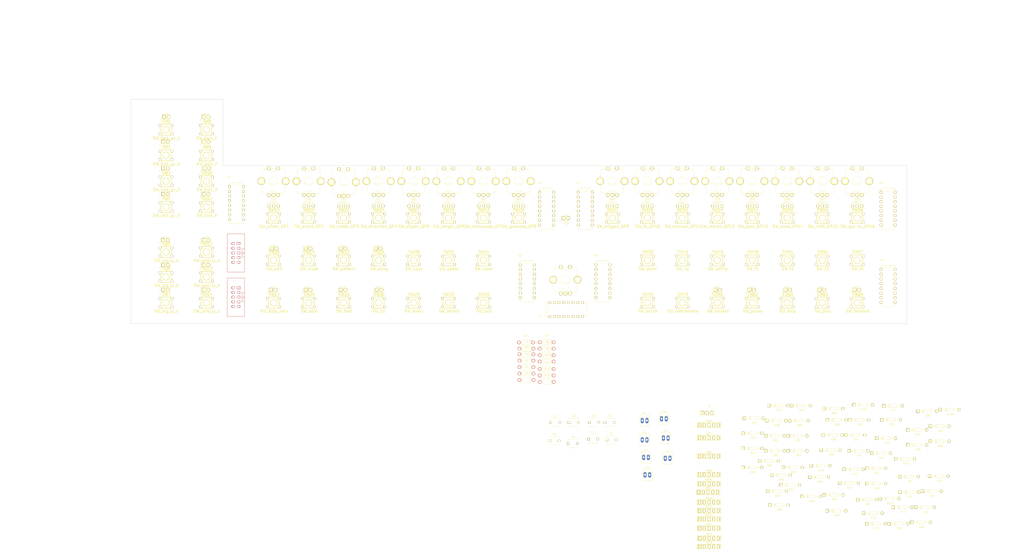
<source format=kicad_pcb>
(kicad_pcb (version 4) (host pcbnew 4.0.2-stable)
  (layers (0 F.Cu signal) (31 B.Cu signal) (34 B.Paste user) (35 F.Paste user) (36 B.SilkS user) (37 F.SilkS user) (38 B.Mask user) (39 F.Mask user) (44 Edge.Cuts user))
  (net 0 "")
  (net 1 "Net-(D101-Pad1)")
  (net 2 "Net-(D102-Pad1)")
  (net 3 /I0)
  (net 4 /I1)
  (net 5 /I2)
  (net 6 /I3)
  (net 7 /I4)
  (net 8 /I5)
  (net 9 /I6)
  (net 10 /I7)
  (net 11 GND)
  (net 12 /O6)
  (net 13 /O7)
  (net 14 /O1)
  (net 15 /O3)
  (net 16 /O5)
  (net 17 /O0)
  (net 18 /O2)
  (net 19 /O4)
  (net 20 +5V)
  (net 21 /O13)
  (net 22 /O14)
  (net 23 /O15)
  (net 24 /O16)
  (net 25 /O17)
  (net 26 /O10)
  (net 27 /I14)
  (net 28 /I15)
  (net 29 /I16)
  (net 30 /I17)
  (net 31 /I10)
  (net 32 /I11)
  (net 33 /I12)
  (net 34 /I13)
  (net 35 "Net-(D8-Pad1)")
  (net 36 "Net-(D9-Pad1)")
  (net 37 "Net-(D10-Pad1)")
  (net 38 "Net-(D11-Pad1)")
  (net 39 "Net-(D12-Pad1)")
  (net 40 "Net-(D13-Pad1)")
  (net 41 "Net-(D14-Pad1)")
  (net 42 "Net-(D22-Pad1)")
  (net 43 "Net-(D23-Pad1)")
  (net 44 "Net-(D24-Pad1)")
  (net 45 "Net-(D25-Pad1)")
  (net 46 "Net-(D26-Pad1)")
  (net 47 "Net-(D27-Pad1)")
  (net 48 "Net-(D28-Pad1)")
  (net 49 "Net-(D32-Pad1)")
  (net 50 "Net-(D33-Pad1)")
  (net 51 "Net-(D34-Pad1)")
  (net 52 "Net-(D38-Pad1)")
  (net 53 "Net-(D39-Pad1)")
  (net 54 "Net-(D40-Pad1)")
  (net 55 "Net-(D44-Pad1)")
  (net 56 "Net-(D45-Pad1)")
  (net 57 "Net-(D46-Pad1)")
  (net 58 "Net-(D50-Pad1)")
  (net 59 "Net-(D51-Pad1)")
  (net 60 "Net-(D52-Pad1)")
  (net 61 "Net-(D54-Pad1)")
  (net 62 "Net-(D55-Pad1)")
  (net 63 "Net-(D56-Pad1)")
  (net 64 "Net-(D58-Pad1)")
  (net 65 "Net-(D59-Pad1)")
  (net 66 "Net-(D60-Pad1)")
  (net 67 "Net-(D62-Pad1)")
  (net 68 "Net-(D63-Pad1)")
  (net 69 "Net-(D64-Pad1)")
  (net 70 "Net-(D66-Pad1)")
  (net 71 "Net-(D69-Pad1)")
  (net 72 "Net-(D71-Pad1)")
  (net 73 "Net-(D72-Pad1)")
  (net 74 "Net-(D73-Pad1)")
  (net 75 "Net-(D75-Pad1)")
  (net 76 "Net-(D76-Pad1)")
  (net 77 "Net-(D77-Pad1)")
  (net 78 "Net-(D80-Pad1)")
  (net 79 "Net-(D81-Pad1)")
  (net 80 "Net-(D82-Pad1)")
  (net 81 "Net-(D85-Pad1)")
  (net 82 "Net-(D86-Pad1)")
  (net 83 "Net-(D87-Pad1)")
  (net 84 "Net-(D90-Pad1)")
  (net 85 "Net-(D91-Pad1)")
  (net 86 "Net-(D92-Pad1)")
  (net 87 "Net-(D95-Pad1)")
  (net 88 "Net-(D96-Pad1)")
  (net 89 "Net-(D97-Pad1)")
  (net 90 "Net-(D100-Pad1)")
  (net 91 "Net-(ec1-PadP$GN)")
  (net 92 "Net-(P1-Pad1)")
  (net 93 "Net-(P3-Pad2)")
  (net 94 "Net-(P4-Pad1)")
  (net 95 "Net-(RP2-Pad5)")
  (net 96 "Net-(U1-Pad9)")
  (net 97 "Net-(U1-Pad12)")
  (net 98 "Net-(U1-Pad11)")
  (net 99 "Net-(RP7-Pad5)")
  (net 100 "Net-(U3-Pad9)")
  (net 101 "Net-(P2-Pad1)")
  (net 102 "Net-(P5-Pad1)")
  (net 103 "Net-(P6-Pad1)")
  (net 104 "Net-(P7-Pad1)")
  (net 105 "Net-(RP4-Pad5)")
  (net 106 "Net-(RP6-Pad1)")
  (net 107 "Net-(RP8-Pad5)")
  (net 108 "Net-(RP11-Pad5)")
  (net 109 "Net-(RP12-Pad5)")
  (net 110 "Net-(U1-Pad14)")
  (net 111 "Net-(U2-Pad9)")
  (net 112 "Net-(U5-Pad1)")
  (net 113 "Net-(U5-Pad2)")
  (net 114 /I26)
  (net 115 /I27)
  (net 116 /I24)
  (net 117 /I25)
  (net 118 /I22)
  (net 119 /I23)
  (net 120 /I20)
  (net 121 /I21)
  (net 122 /I56)
  (net 123 /I54)
  (net 124 /I55)
  (net 125 /I36)
  (net 126 /I37)
  (net 127 /I34)
  (net 128 /I35)
  (net 129 /I32)
  (net 130 /I33)
  (net 131 /I30)
  (net 132 /I31)
  (net 133 /I46)
  (net 134 /I47)
  (net 135 /I44)
  (net 136 /I45)
  (net 137 /I42)
  (net 138 /I43)
  (net 139 /I40)
  (net 140 /I41)
  (net 141 /I53)
  (net 142 /I52)
  (net 143 /I51)
  (net 144 /I50)
  (net 145 /011)
  (net 146 /012)
  (net 147 /02)
  (net 148 /I57)
  (net 149 "Net-(R1-Pad1)")
  (net 150 "Net-(R2-Pad1)")
  (net 151 "Net-(R3-Pad1)")
  (net 152 "Net-(R4-Pad1)")
  (net 153 "Net-(R5-Pad1)")
  (net 154 "Net-(R6-Pad1)")
  (net 155 "Net-(R7-Pad1)")
  (net 156 "Net-(R8-Pad1)")
  (net 157 "Net-(R9-Pad1)")
  (net 158 "Net-(R10-Pad1)")
  (net 159 "Net-(R11-Pad1)")
  (net 160 "Net-(R12-Pad1)")
  (net 161 "Net-(R13-Pad1)")
  (net 162 "Net-(R14-Pad1)")
  (module DIP-16_W7.62mm (layer F.Cu) (at 93.5 125.5)
    (fp_text reference U1 (at 0 -5.22) (layer F.SilkS))
    (fp_text value 74HC595PWR)
    (pad 1 thru_hole oval (at 0 0) (size 1.6 1.6) (drill 0.8) (layers *.Cu *.Mask F.SilkS) (net 149 "Net-(R1-Pad1)"))
    (pad 2 thru_hole oval (at 0 2.54) (size 1.6 1.6) (drill 0.8) (layers *.Cu *.Mask F.SilkS) (net 150 "Net-(R2-Pad1)"))
    (pad 3 thru_hole oval (at 0 5.08) (size 1.6 1.6) (drill 0.8) (layers *.Cu *.Mask F.SilkS) (net 151 "Net-(R3-Pad1)"))
    (pad 4 thru_hole oval (at 0 7.62) (size 1.6 1.6) (drill 0.8) (layers *.Cu *.Mask F.SilkS) (net 152 "Net-(R4-Pad1)"))
    (pad 5 thru_hole oval (at 0 10.16) (size 1.6 1.6) (drill 0.8) (layers *.Cu *.Mask F.SilkS) (net 153 "Net-(R5-Pad1)"))
    (pad 6 thru_hole oval (at 0 12.7) (size 1.6 1.6) (drill 0.8) (layers *.Cu *.Mask F.SilkS) (net 154 "Net-(R6-Pad1)"))
    (pad 7 thru_hole oval (at 0 15.24) (size 1.6 1.6) (drill 0.8) (layers *.Cu *.Mask F.SilkS) (net 155 "Net-(R7-Pad1)"))
    (pad 8 thru_hole oval (at 0 17.78) (size 1.6 1.6) (drill 0.8) (layers *.Cu *.Mask F.SilkS) (net 11 GND))
    (pad 9 thru_hole oval (at 7.62 17.78) (size 1.6 1.6) (drill 0.8) (layers *.Cu *.Mask F.SilkS) (net 96 "Net-(U1-Pad9)"))
    (pad 10 thru_hole oval (at 7.62 15.24) (size 1.6 1.6) (drill 0.8) (layers *.Cu *.Mask F.SilkS) (net 20 +5V))
    (pad 11 thru_hole oval (at 7.62 12.7) (size 1.6 1.6) (drill 0.8) (layers *.Cu *.Mask F.SilkS) (net 98 "Net-(U1-Pad11)"))
    (pad 12 thru_hole oval (at 7.62 10.16) (size 1.6 1.6) (drill 0.8) (layers *.Cu *.Mask F.SilkS) (net 97 "Net-(U1-Pad12)"))
    (pad 13 thru_hole oval (at 7.62 7.62) (size 1.6 1.6) (drill 0.8) (layers *.Cu *.Mask F.SilkS) (net 11 GND))
    (pad 14 thru_hole oval (at 7.62 5.08) (size 1.6 1.6) (drill 0.8) (layers *.Cu *.Mask F.SilkS) (net 110 "Net-(U1-Pad14)"))
    (pad 15 thru_hole oval (at 7.62 2.54) (size 1.6 1.6) (drill 0.8) (layers *.Cu *.Mask F.SilkS) (net 17 /O0))
    (pad 16 thru_hole oval (at 7.62 0) (size 1.6 1.6) (drill 0.8) (layers *.Cu *.Mask F.SilkS) (net 20 +5V))
  )
  (module Capacitors_ThroughHole:C_Disc_D6_P5 (layer F.Cu) (at 298.5 263)
    (fp_text reference C1 (at 2.5 -3.5) (layer F.SilkS))
    (fp_text value C)
    (pad 1 thru_hole rect (at 0 0) (size 1.4 1.4) (drill 0.9) (layers *.Cu *.Mask F.SilkS) (net 20 +5V))
    (pad 2 thru_hole circle (at 5 0) (size 1.4 1.4) (drill 0.9) (layers *.Cu *.Mask F.SilkS) (net 11 GND))
  )
  (module Capacitors_ThroughHole:C_Disc_D6_P5 (layer F.Cu) (at 267.5 263.5)
    (fp_text reference C2 (at 2.5 -3.5) (layer F.SilkS))
    (fp_text value C)
    (pad 1 thru_hole rect (at 0 0) (size 1.4 1.4) (drill 0.9) (layers *.Cu *.Mask F.SilkS) (net 20 +5V))
    (pad 2 thru_hole circle (at 5 0) (size 1.4 1.4) (drill 0.9) (layers *.Cu *.Mask F.SilkS) (net 11 GND))
  )
  (module Capacitors_ThroughHole:C_Disc_D6_P5 (layer F.Cu) (at 278 253.5)
    (fp_text reference C3 (at 2.5 -3.5) (layer F.SilkS))
    (fp_text value C)
    (pad 1 thru_hole rect (at 0 0) (size 1.4 1.4) (drill 0.9) (layers *.Cu *.Mask F.SilkS) (net 20 +5V))
    (pad 2 thru_hole circle (at 5 0) (size 1.4 1.4) (drill 0.9) (layers *.Cu *.Mask F.SilkS) (net 11 GND))
  )
  (module Capacitors_ThroughHole:C_Disc_D6_P5 (layer F.Cu) (at 268 253.5)
    (fp_text reference C4 (at 2.5 -3.5) (layer F.SilkS))
    (fp_text value C)
    (pad 1 thru_hole rect (at 0 0) (size 1.4 1.4) (drill 0.9) (layers *.Cu *.Mask F.SilkS) (net 20 +5V))
    (pad 2 thru_hole circle (at 5 0) (size 1.4 1.4) (drill 0.9) (layers *.Cu *.Mask F.SilkS) (net 11 GND))
  )
  (module LEDs:LED-3MM (layer F.Cu) (at 57.96 87.5)
    (fp_text reference D1 (at 1.91 3.06) (layer F.SilkS))
    (fp_text value "LED trck gr 1")
    (fp_text user K (at -1.69 1.74) (layer F.SilkS))
    (pad 1 thru_hole rect (at 0 0 90) (size 2 2) (drill 1.00076) (layers *.Cu *.Mask F.SilkS) (net 17 /O0))
    (pad 2 thru_hole circle (at 2.54 0) (size 2 2) (drill 1.00076) (layers *.Cu *.Mask F.SilkS) (net 22 /O14))
  )
  (module LEDs:LED-3MM (layer F.Cu) (at 57.5 101)
    (fp_text reference D2 (at 1.91 3.06) (layer F.SilkS))
    (fp_text value "LED trck gr 2")
    (fp_text user K (at -1.69 1.74) (layer F.SilkS))
    (pad 1 thru_hole rect (at 0 0 90) (size 2 2) (drill 1.00076) (layers *.Cu *.Mask F.SilkS) (net 17 /O0))
    (pad 2 thru_hole circle (at 2.54 0) (size 2 2) (drill 1.00076) (layers *.Cu *.Mask F.SilkS) (net 23 /O15))
  )
  (module LEDs:LED-3MM (layer F.Cu) (at 57.5 115.5)
    (fp_text reference D3 (at 1.91 3.06) (layer F.SilkS))
    (fp_text value LED_trck_gr_3)
    (fp_text user K (at -1.69 1.74) (layer F.SilkS))
    (pad 1 thru_hole rect (at 0 0 90) (size 2 2) (drill 1.00076) (layers *.Cu *.Mask F.SilkS) (net 17 /O0))
    (pad 2 thru_hole circle (at 2.54 0) (size 2 2) (drill 1.00076) (layers *.Cu *.Mask F.SilkS) (net 24 /O16))
  )
  (module LEDs:LED-3MM (layer F.Cu) (at 57.5 129.5)
    (fp_text reference D4 (at 1.91 3.06) (layer F.SilkS))
    (fp_text value LED_trck_gr_4)
    (fp_text user K (at -1.69 1.74) (layer F.SilkS))
    (pad 1 thru_hole rect (at 0 0 90) (size 2 2) (drill 1.00076) (layers *.Cu *.Mask F.SilkS) (net 17 /O0))
    (pad 2 thru_hole circle (at 2.54 0) (size 2 2) (drill 1.00076) (layers *.Cu *.Mask F.SilkS) (net 25 /O17))
  )
  (module LEDs:LED-3MM (layer F.Cu) (at 57.5 154.5)
    (fp_text reference D5 (at 1.91 3.06) (layer F.SilkS))
    (fp_text value LED_trg_ly_a)
    (fp_text user K (at -1.69 1.74) (layer F.SilkS))
    (pad 1 thru_hole rect (at 0 0 90) (size 2 2) (drill 1.00076) (layers *.Cu *.Mask F.SilkS) (net 12 /O6))
    (pad 2 thru_hole circle (at 2.54 0) (size 2 2) (drill 1.00076) (layers *.Cu *.Mask F.SilkS) (net 23 /O15))
  )
  (module LEDs:LED-3MM (layer F.Cu) (at 57.5 168)
    (fp_text reference D6 (at 1.91 3.06) (layer F.SilkS))
    (fp_text value LED_trg_ly_b)
    (fp_text user K (at -1.69 1.74) (layer F.SilkS))
    (pad 1 thru_hole rect (at 0 0 90) (size 2 2) (drill 1.00076) (layers *.Cu *.Mask F.SilkS) (net 12 /O6))
    (pad 2 thru_hole circle (at 2.54 0) (size 2 2) (drill 1.00076) (layers *.Cu *.Mask F.SilkS) (net 24 /O16))
  )
  (module LEDs:LED-3MM (layer F.Cu) (at 57.5 181.5)
    (fp_text reference D7 (at 1.91 3.06) (layer F.SilkS))
    (fp_text value LED_trg_ly_c)
    (fp_text user K (at -1.69 1.74) (layer F.SilkS))
    (pad 1 thru_hole rect (at 0 0 90) (size 2 2) (drill 1.00076) (layers *.Cu *.Mask F.SilkS) (net 12 /O6))
    (pad 2 thru_hole circle (at 2.54 0) (size 2 2) (drill 1.00076) (layers *.Cu *.Mask F.SilkS) (net 25 /O17))
  )
  (module "empreinte ksir:Diode_DO-35_SOD27_Horizontal_RM10" (layer F.Cu) (at 434.754111 295.438539)
    (fp_text reference D8 (at 5.43052 2.53746) (layer F.SilkS))
    (fp_text value D)
    (pad 2 thru_hole circle (at 10.16052 -0.00254 180) (size 1.69926 1.69926) (drill 0.70104) (layers *.Cu *.Mask F.SilkS) (net 29 /I16))
    (pad 1 thru_hole rect (at 0.00052 -0.00254 180) (size 1.69926 1.69926) (drill 0.70104) (layers *.Cu *.Mask F.SilkS) (net 35 "Net-(D8-Pad1)"))
  )
  (module "empreinte ksir:Diode_DO-35_SOD27_Horizontal_RM10" (layer F.Cu) (at 457.5 283)
    (fp_text reference D9 (at 5.43052 2.53746) (layer F.SilkS))
    (fp_text value D)
    (pad 2 thru_hole circle (at 10.16052 -0.00254 180) (size 1.69926 1.69926) (drill 0.70104) (layers *.Cu *.Mask F.SilkS) (net 30 /I17))
    (pad 1 thru_hole rect (at 0.00052 -0.00254 180) (size 1.69926 1.69926) (drill 0.70104) (layers *.Cu *.Mask F.SilkS) (net 36 "Net-(D9-Pad1)"))
  )
  (module "empreinte ksir:Diode_DO-35_SOD27_Horizontal_RM10" (layer F.Cu) (at 445.134111 262.168539)
    (fp_text reference D10 (at 5.43052 2.53746) (layer F.SilkS))
    (fp_text value D)
    (pad 2 thru_hole circle (at 10.16052 -0.00254 180) (size 1.69926 1.69926) (drill 0.70104) (layers *.Cu *.Mask F.SilkS) (net 29 /I16))
    (pad 1 thru_hole rect (at 0.00052 -0.00254 180) (size 1.69926 1.69926) (drill 0.70104) (layers *.Cu *.Mask F.SilkS) (net 37 "Net-(D10-Pad1)"))
  )
  (module "empreinte ksir:Diode_DO-35_SOD27_Horizontal_RM10" (layer F.Cu) (at 425 286.5)
    (fp_text reference D11 (at 5.43052 2.53746) (layer F.SilkS))
    (fp_text value D)
    (pad 2 thru_hole circle (at 10.16052 -0.00254 180) (size 1.69926 1.69926) (drill 0.70104) (layers *.Cu *.Mask F.SilkS) (net 30 /I17))
    (pad 1 thru_hole rect (at 0.00052 -0.00254 180) (size 1.69926 1.69926) (drill 0.70104) (layers *.Cu *.Mask F.SilkS) (net 38 "Net-(D11-Pad1)"))
  )
  (module "empreinte ksir:Diode_DO-35_SOD27_Horizontal_RM10" (layer F.Cu) (at 373.234111 251.288539)
    (fp_text reference D12 (at 5.43052 2.53746) (layer F.SilkS))
    (fp_text value D)
    (pad 2 thru_hole circle (at 10.16052 -0.00254 180) (size 1.69926 1.69926) (drill 0.70104) (layers *.Cu *.Mask F.SilkS) (net 29 /I16))
    (pad 1 thru_hole rect (at 0.00052 -0.00254 180) (size 1.69926 1.69926) (drill 0.70104) (layers *.Cu *.Mask F.SilkS) (net 39 "Net-(D12-Pad1)"))
  )
  (module "empreinte ksir:Diode_DO-35_SOD27_Horizontal_RM10" (layer F.Cu) (at 386.644111 244.378539)
    (fp_text reference D13 (at 5.43052 2.53746) (layer F.SilkS))
    (fp_text value D)
    (pad 2 thru_hole circle (at 10.16052 -0.00254 180) (size 1.69926 1.69926) (drill 0.70104) (layers *.Cu *.Mask F.SilkS) (net 30 /I17))
    (pad 1 thru_hole rect (at 0.00052 -0.00254 180) (size 1.69926 1.69926) (drill 0.70104) (layers *.Cu *.Mask F.SilkS) (net 40 "Net-(D13-Pad1)"))
  )
  (module "empreinte ksir:Diode_DO-35_SOD27_Horizontal_RM10" (layer F.Cu) (at 430.134111 268.948539)
    (fp_text reference D14 (at 5.43052 2.53746) (layer F.SilkS))
    (fp_text value D)
    (pad 2 thru_hole circle (at 10.16052 -0.00254 180) (size 1.69926 1.69926) (drill 0.70104) (layers *.Cu *.Mask F.SilkS) (net 29 /I16))
    (pad 1 thru_hole rect (at 0.00052 -0.00254 180) (size 1.69926 1.69926) (drill 0.70104) (layers *.Cu *.Mask F.SilkS) (net 41 "Net-(D14-Pad1)"))
  )
  (module LEDs:LED-3MM (layer F.Cu) (at 79.5 87.5)
    (fp_text reference D15 (at 1.91 3.06) (layer F.SilkS))
    (fp_text value "LED trck 1")
    (fp_text user K (at -1.69 1.74) (layer F.SilkS))
    (pad 1 thru_hole rect (at 0 0 90) (size 2 2) (drill 1.00076) (layers *.Cu *.Mask F.SilkS) (net 14 /O1))
    (pad 2 thru_hole circle (at 2.54 0) (size 2 2) (drill 1.00076) (layers *.Cu *.Mask F.SilkS) (net 24 /O16))
  )
  (module LEDs:LED-3MM (layer F.Cu) (at 79.5 101)
    (fp_text reference D16 (at 1.91 3.06) (layer F.SilkS))
    (fp_text value "LED trck 2")
    (fp_text user K (at -1.69 1.74) (layer F.SilkS))
    (pad 1 thru_hole rect (at 0 0 90) (size 2 2) (drill 1.00076) (layers *.Cu *.Mask F.SilkS) (net 15 /O3))
    (pad 2 thru_hole circle (at 2.54 0) (size 2 2) (drill 1.00076) (layers *.Cu *.Mask F.SilkS) (net 23 /O15))
  )
  (module LEDs:LED-3MM (layer F.Cu) (at 80 115.5)
    (fp_text reference D17 (at 1.91 3.06) (layer F.SilkS))
    (fp_text value "LED trck 3")
    (fp_text user K (at -1.69 1.74) (layer F.SilkS))
    (pad 1 thru_hole rect (at 0 0 90) (size 2 2) (drill 1.00076) (layers *.Cu *.Mask F.SilkS) (net 14 /O1))
    (pad 2 thru_hole circle (at 2.54 0) (size 2 2) (drill 1.00076) (layers *.Cu *.Mask F.SilkS) (net 23 /O15))
  )
  (module LEDs:LED-3MM (layer F.Cu) (at 79.5 129.5)
    (fp_text reference D18 (at 1.91 3.06) (layer F.SilkS))
    (fp_text value "LED trck 4")
    (fp_text user K (at -1.69 1.74) (layer F.SilkS))
    (pad 1 thru_hole rect (at 0 0 90) (size 2 2) (drill 1.00076) (layers *.Cu *.Mask F.SilkS) (net 15 /O3))
    (pad 2 thru_hole circle (at 2.54 0) (size 2 2) (drill 1.00076) (layers *.Cu *.Mask F.SilkS) (net 24 /O16))
  )
  (module LEDs:LED-3MM (layer F.Cu) (at 79.5 154.5)
    (fp_text reference D19 (at 1.91 3.06) (layer F.SilkS))
    (fp_text value LED_prm_ly_a)
    (fp_text user K (at -1.69 1.74) (layer F.SilkS))
    (pad 1 thru_hole rect (at 0 0 90) (size 2 2) (drill 1.00076) (layers *.Cu *.Mask F.SilkS) (net 19 /O4))
    (pad 2 thru_hole circle (at 2.54 0) (size 2 2) (drill 1.00076) (layers *.Cu *.Mask F.SilkS) (net 23 /O15))
  )
  (module LEDs:LED-3MM (layer F.Cu) (at 79.5 168)
    (fp_text reference D20 (at 1.91 3.06) (layer F.SilkS))
    (fp_text value LED_prm_ly_b)
    (fp_text user K (at -1.69 1.74) (layer F.SilkS))
    (pad 1 thru_hole rect (at 0 0 90) (size 2 2) (drill 1.00076) (layers *.Cu *.Mask F.SilkS) (net 19 /O4))
    (pad 2 thru_hole circle (at 2.54 0) (size 2 2) (drill 1.00076) (layers *.Cu *.Mask F.SilkS) (net 24 /O16))
  )
  (module LEDs:LED-3MM (layer F.Cu) (at 79.5 181.5)
    (fp_text reference D21 (at 1.91 3.06) (layer F.SilkS))
    (fp_text value LED_prm_ly_c)
    (fp_text user K (at -1.69 1.74) (layer F.SilkS))
    (pad 1 thru_hole rect (at 0 0 90) (size 2 2) (drill 1.00076) (layers *.Cu *.Mask F.SilkS) (net 19 /O4))
    (pad 2 thru_hole circle (at 2.54 0) (size 2 2) (drill 1.00076) (layers *.Cu *.Mask F.SilkS) (net 25 /O17))
  )
  (module "empreinte ksir:Diode_DO-35_SOD27_Horizontal_RM10" (layer F.Cu) (at 473.784111 282.748539)
    (fp_text reference D22 (at 5.43052 2.53746) (layer F.SilkS))
    (fp_text value D)
    (pad 2 thru_hole circle (at 10.16052 -0.00254 180) (size 1.69926 1.69926) (drill 0.70104) (layers *.Cu *.Mask F.SilkS) (net 29 /I16))
    (pad 1 thru_hole rect (at 0.00052 -0.00254 180) (size 1.69926 1.69926) (drill 0.70104) (layers *.Cu *.Mask F.SilkS) (net 42 "Net-(D22-Pad1)"))
  )
  (module "empreinte ksir:Diode_DO-35_SOD27_Horizontal_RM10" (layer F.Cu) (at 409.5 277)
    (fp_text reference D23 (at 5.43052 2.53746) (layer F.SilkS))
    (fp_text value D)
    (pad 2 thru_hole circle (at 10.16052 -0.00254 180) (size 1.69926 1.69926) (drill 0.70104) (layers *.Cu *.Mask F.SilkS) (net 30 /I17))
    (pad 1 thru_hole rect (at 0.00052 -0.00254 180) (size 1.69926 1.69926) (drill 0.70104) (layers *.Cu *.Mask F.SilkS) (net 43 "Net-(D23-Pad1)"))
  )
  (module "empreinte ksir:Diode_DO-35_SOD27_Horizontal_RM10" (layer F.Cu) (at 470.004111 290.938539)
    (fp_text reference D24 (at 5.43052 2.53746) (layer F.SilkS))
    (fp_text value D)
    (pad 2 thru_hole circle (at 10.16052 -0.00254 180) (size 1.69926 1.69926) (drill 0.70104) (layers *.Cu *.Mask F.SilkS) (net 29 /I16))
    (pad 1 thru_hole rect (at 0.00052 -0.00254 180) (size 1.69926 1.69926) (drill 0.70104) (layers *.Cu *.Mask F.SilkS) (net 44 "Net-(D24-Pad1)"))
  )
  (module "empreinte ksir:Diode_DO-35_SOD27_Horizontal_RM10" (layer F.Cu) (at 372.484111 259.478539)
    (fp_text reference D25 (at 5.43052 2.53746) (layer F.SilkS))
    (fp_text value D)
    (pad 2 thru_hole circle (at 10.16052 -0.00254 180) (size 1.69926 1.69926) (drill 0.70104) (layers *.Cu *.Mask F.SilkS) (net 30 /I17))
    (pad 1 thru_hole rect (at 0.00052 -0.00254 180) (size 1.69926 1.69926) (drill 0.70104) (layers *.Cu *.Mask F.SilkS) (net 45 "Net-(D25-Pad1)"))
  )
  (module "empreinte ksir:Diode_DO-35_SOD27_Horizontal_RM10" (layer F.Cu) (at 451.884111 308.538539)
    (fp_text reference D26 (at 5.43052 2.53746) (layer F.SilkS))
    (fp_text value D)
    (pad 2 thru_hole circle (at 10.16052 -0.00254 180) (size 1.69926 1.69926) (drill 0.70104) (layers *.Cu *.Mask F.SilkS) (net 29 /I16))
    (pad 1 thru_hole rect (at 0.00052 -0.00254 180) (size 1.69926 1.69926) (drill 0.70104) (layers *.Cu *.Mask F.SilkS) (net 46 "Net-(D26-Pad1)"))
  )
  (module "empreinte ksir:Diode_DO-35_SOD27_Horizontal_RM10" (layer F.Cu) (at 439.764111 278.548539)
    (fp_text reference D27 (at 5.43052 2.53746) (layer F.SilkS))
    (fp_text value D)
    (pad 2 thru_hole circle (at 10.16052 -0.00254 180) (size 1.69926 1.69926) (drill 0.70104) (layers *.Cu *.Mask F.SilkS) (net 30 /I17))
    (pad 1 thru_hole rect (at 0.00052 -0.00254 180) (size 1.69926 1.69926) (drill 0.70104) (layers *.Cu *.Mask F.SilkS) (net 47 "Net-(D27-Pad1)"))
  )
  (module "empreinte ksir:Diode_DO-35_SOD27_Horizontal_RM10" (layer F.Cu) (at 404.384111 293.748539)
    (fp_text reference D28 (at 5.43052 2.53746) (layer F.SilkS))
    (fp_text value D)
    (pad 2 thru_hole circle (at 10.16052 -0.00254 180) (size 1.69926 1.69926) (drill 0.70104) (layers *.Cu *.Mask F.SilkS) (net 29 /I16))
    (pad 1 thru_hole rect (at 0.00052 -0.00254 180) (size 1.69926 1.69926) (drill 0.70104) (layers *.Cu *.Mask F.SilkS) (net 48 "Net-(D28-Pad1)"))
  )
  (module LEDs:LED-5MM-3 (layer F.Cu) (at 114.92 136)
    (fp_text reference D29 (at 2.54508 -3.91668) (layer F.SilkS))
    (fp_text value Led_gp1)
    (pad 1 thru_hole circle (at 0 0 180) (size 1.6764 1.6764) (drill 0.8128) (layers *.Cu *.Mask F.SilkS) (net 145 /011))
    (pad 2 thru_hole circle (at 2.54 0 180) (size 1.6764 1.6764) (drill 0.8128) (layers *.Cu *.Mask F.SilkS) (net 15 /O3))
    (pad 3 thru_hole circle (at 5.08 0 180) (size 1.6764 1.6764) (drill 0.8128) (layers *.Cu *.Mask F.SilkS) (net 26 /O10))
  )
  (module LEDs:LED-3MM (layer F.Cu) (at 116.5 159)
    (fp_text reference D30 (at 1.91 3.06) (layer F.SilkS))
    (fp_text value "LED edit")
    (fp_text user K (at -1.69 1.74) (layer F.SilkS))
    (pad 1 thru_hole rect (at 0 0 90) (size 2 2) (drill 1.00076) (layers *.Cu *.Mask F.SilkS) (net 15 /O3))
    (pad 2 thru_hole circle (at 2.54 0) (size 2 2) (drill 1.00076) (layers *.Cu *.Mask F.SilkS) (net 22 /O14))
  )
  (module LEDs:LED-3MM (layer F.Cu) (at 115.96 181.5)
    (fp_text reference D31 (at 1.91 3.06) (layer F.SilkS))
    (fp_text value "LED step view")
    (fp_text user K (at -1.69 1.74) (layer F.SilkS))
    (pad 1 thru_hole rect (at 0 0 90) (size 2 2) (drill 1.00076) (layers *.Cu *.Mask F.SilkS) (net 16 /O5))
    (pad 2 thru_hole circle (at 2.54 0) (size 2 2) (drill 1.00076) (layers *.Cu *.Mask F.SilkS) (net 24 /O16))
  )
  (module "empreinte ksir:Diode_DO-35_SOD27_Horizontal_RM10" (layer F.Cu) (at 466.224111 299.638539)
    (fp_text reference D32 (at 5.43052 2.53746) (layer F.SilkS))
    (fp_text value D)
    (pad 2 thru_hole circle (at 10.16052 -0.00254 180) (size 1.69926 1.69926) (drill 0.70104) (layers *.Cu *.Mask F.SilkS) (net 31 /I10))
    (pad 1 thru_hole rect (at 0.00052 -0.00254 180) (size 1.69926 1.69926) (drill 0.70104) (layers *.Cu *.Mask F.SilkS) (net 49 "Net-(D32-Pad1)"))
  )
  (module "empreinte ksir:Diode_DO-35_SOD27_Horizontal_RM10" (layer F.Cu) (at 393 287.5)
    (fp_text reference D33 (at 5.43052 2.53746) (layer F.SilkS))
    (fp_text value D)
    (pad 2 thru_hole circle (at 10.16052 -0.00254 180) (size 1.69926 1.69926) (drill 0.70104) (layers *.Cu *.Mask F.SilkS) (net 34 /I13))
    (pad 1 thru_hole rect (at 0.00052 -0.00254 180) (size 1.69926 1.69926) (drill 0.70104) (layers *.Cu *.Mask F.SilkS) (net 50 "Net-(D33-Pad1)"))
  )
  (module "empreinte ksir:Diode_DO-35_SOD27_Horizontal_RM10" (layer F.Cu) (at 442.384111 270.358539)
    (fp_text reference D34 (at 5.43052 2.53746) (layer F.SilkS))
    (fp_text value D)
    (pad 2 thru_hole circle (at 10.16052 -0.00254 180) (size 1.69926 1.69926) (drill 0.70104) (layers *.Cu *.Mask F.SilkS) (net 28 /I15))
    (pad 1 thru_hole rect (at 0.00052 -0.00254 180) (size 1.69926 1.69926) (drill 0.70104) (layers *.Cu *.Mask F.SilkS) (net 51 "Net-(D34-Pad1)"))
  )
  (module LEDs:LED-5MM-3 (layer F.Cu) (at 133.96 136)
    (fp_text reference D35 (at 2.54508 -3.91668) (layer F.SilkS))
    (fp_text value Led_gp2)
    (pad 1 thru_hole circle (at 0 0 180) (size 1.6764 1.6764) (drill 0.8128) (layers *.Cu *.Mask F.SilkS) (net 21 /O13))
    (pad 2 thru_hole circle (at 2.54 0 180) (size 1.6764 1.6764) (drill 0.8128) (layers *.Cu *.Mask F.SilkS) (net 15 /O3))
    (pad 3 thru_hole circle (at 5.08 0 180) (size 1.6764 1.6764) (drill 0.8128) (layers *.Cu *.Mask F.SilkS) (net 146 /012))
  )
  (module LEDs:LED-3MM (layer F.Cu) (at 134.96 159)
    (fp_text reference D36 (at 1.91 3.06) (layer F.SilkS))
    (fp_text value "LED mute")
    (fp_text user K (at -1.69 1.74) (layer F.SilkS))
    (pad 1 thru_hole rect (at 0 0 90) (size 2 2) (drill 1.00076) (layers *.Cu *.Mask F.SilkS) (net 147 /02))
    (pad 2 thru_hole circle (at 2.54 0) (size 2 2) (drill 1.00076) (layers *.Cu *.Mask F.SilkS) (net 22 /O14))
  )
  (module LEDs:LED-3MM (layer F.Cu) (at 134.96 181.5)
    (fp_text reference D37 (at 1.91 3.06) (layer F.SilkS))
    (fp_text value "LED solo")
    (fp_text user K (at -1.69 1.74) (layer F.SilkS))
    (pad 1 thru_hole rect (at 0 0 90) (size 2 2) (drill 1.00076) (layers *.Cu *.Mask F.SilkS) (net 18 /O2))
    (pad 2 thru_hole circle (at 2.54 0) (size 2 2) (drill 1.00076) (layers *.Cu *.Mask F.SilkS) (net 24 /O16))
  )
  (module "empreinte ksir:Diode_DO-35_SOD27_Horizontal_RM10" (layer F.Cu) (at 385.484111 252.568539)
    (fp_text reference D38 (at 5.43052 2.53746) (layer F.SilkS))
    (fp_text value D)
    (pad 2 thru_hole circle (at 10.16052 -0.00254 180) (size 1.69926 1.69926) (drill 0.70104) (layers *.Cu *.Mask F.SilkS) (net 32 /I11))
    (pad 1 thru_hole rect (at 0.00052 -0.00254 180) (size 1.69926 1.69926) (drill 0.70104) (layers *.Cu *.Mask F.SilkS) (net 52 "Net-(D38-Pad1)"))
  )
  (module "empreinte ksir:Diode_DO-35_SOD27_Horizontal_RM10" (layer F.Cu) (at 467.384111 247.438539)
    (fp_text reference D39 (at 5.43052 2.53746) (layer F.SilkS))
    (fp_text value D)
    (pad 2 thru_hole circle (at 10.16052 -0.00254 180) (size 1.69926 1.69926) (drill 0.70104) (layers *.Cu *.Mask F.SilkS) (net 33 /I12))
    (pad 1 thru_hole rect (at 0.00052 -0.00254 180) (size 1.69926 1.69926) (drill 0.70104) (layers *.Cu *.Mask F.SilkS) (net 53 "Net-(D39-Pad1)"))
  )
  (module "empreinte ksir:Diode_DO-35_SOD27_Horizontal_RM10" (layer F.Cu) (at 439.764111 286.738539)
    (fp_text reference D40 (at 5.43052 2.53746) (layer F.SilkS))
    (fp_text value D)
    (pad 2 thru_hole circle (at 10.16052 -0.00254 180) (size 1.69926 1.69926) (drill 0.70104) (layers *.Cu *.Mask F.SilkS) (net 27 /I14))
    (pad 1 thru_hole rect (at 0.00052 -0.00254 180) (size 1.69926 1.69926) (drill 0.70104) (layers *.Cu *.Mask F.SilkS) (net 54 "Net-(D40-Pad1)"))
  )
  (module LEDs:LED-5MM-3 (layer F.Cu) (at 152.96 136)
    (fp_text reference D41 (at 2.54508 -3.91668) (layer F.SilkS))
    (fp_text value Led_gp3)
    (pad 1 thru_hole circle (at 0 0 180) (size 1.6764 1.6764) (drill 0.8128) (layers *.Cu *.Mask F.SilkS) (net 23 /O15))
    (pad 2 thru_hole circle (at 2.54 0 180) (size 1.6764 1.6764) (drill 0.8128) (layers *.Cu *.Mask F.SilkS) (net 18 /O2))
    (pad 3 thru_hole circle (at 5.08 0 180) (size 1.6764 1.6764) (drill 0.8128) (layers *.Cu *.Mask F.SilkS) (net 22 /O14))
  )
  (module LEDs:LED-3MM (layer F.Cu) (at 153.96 159)
    (fp_text reference D42 (at 1.91 3.06) (layer F.SilkS))
    (fp_text value "LED patern")
    (fp_text user K (at -1.69 1.74) (layer F.SilkS))
    (pad 1 thru_hole rect (at 0 0 90) (size 2 2) (drill 1.00076) (layers *.Cu *.Mask F.SilkS) (net 147 /02))
    (pad 2 thru_hole circle (at 2.54 0) (size 2 2) (drill 1.00076) (layers *.Cu *.Mask F.SilkS) (net 22 /O14))
  )
  (module LEDs:LED-3MM (layer F.Cu) (at 153.96 181.5)
    (fp_text reference D43 (at 1.91 3.06) (layer F.SilkS))
    (fp_text value "LED fast")
    (fp_text user K (at -1.69 1.74) (layer F.SilkS))
    (pad 1 thru_hole rect (at 0 0 90) (size 2 2) (drill 1.00076) (layers *.Cu *.Mask F.SilkS) (net 147 /02))
    (pad 2 thru_hole circle (at 2.54 0) (size 2 2) (drill 1.00076) (layers *.Cu *.Mask F.SilkS) (net 24 /O16))
  )
  (module "empreinte ksir:Diode_DO-35_SOD27_Horizontal_RM10" (layer F.Cu) (at 372.484111 267.668539)
    (fp_text reference D44 (at 5.43052 2.53746) (layer F.SilkS))
    (fp_text value D)
    (pad 2 thru_hole circle (at 10.16052 -0.00254 180) (size 1.69926 1.69926) (drill 0.70104) (layers *.Cu *.Mask F.SilkS) (net 31 /I10))
    (pad 1 thru_hole rect (at 0.00052 -0.00254 180) (size 1.69926 1.69926) (drill 0.70104) (layers *.Cu *.Mask F.SilkS) (net 55 "Net-(D44-Pad1)"))
  )
  (module "empreinte ksir:Diode_DO-35_SOD27_Horizontal_RM10" (layer F.Cu) (at 394.5 278)
    (fp_text reference D45 (at 5.43052 2.53746) (layer F.SilkS))
    (fp_text value D)
    (pad 2 thru_hole circle (at 10.16052 -0.00254 180) (size 1.69926 1.69926) (drill 0.70104) (layers *.Cu *.Mask F.SilkS) (net 34 /I13))
    (pad 1 thru_hole rect (at 0.00052 -0.00254 180) (size 1.69926 1.69926) (drill 0.70104) (layers *.Cu *.Mask F.SilkS) (net 56 "Net-(D45-Pad1)"))
  )
  (module "empreinte ksir:Diode_DO-35_SOD27_Horizontal_RM10" (layer F.Cu) (at 455.44 273.39)
    (fp_text reference D46 (at 5.43052 2.53746) (layer F.SilkS))
    (fp_text value D)
    (pad 2 thru_hole circle (at 10.16052 -0.00254 180) (size 1.69926 1.69926) (drill 0.70104) (layers *.Cu *.Mask F.SilkS) (net 28 /I15))
    (pad 1 thru_hole rect (at 0.00052 -0.00254 180) (size 1.69926 1.69926) (drill 0.70104) (layers *.Cu *.Mask F.SilkS) (net 57 "Net-(D46-Pad1)"))
  )
  (module LEDs:LED-5MM-3 (layer F.Cu) (at 171.92 136)
    (fp_text reference D47 (at 2.54508 -3.91668) (layer F.SilkS))
    (fp_text value Led_gp4)
    (pad 1 thru_hole circle (at 0 0 180) (size 1.6764 1.6764) (drill 0.8128) (layers *.Cu *.Mask F.SilkS) (net 25 /O17))
    (pad 2 thru_hole circle (at 2.54 0 180) (size 1.6764 1.6764) (drill 0.8128) (layers *.Cu *.Mask F.SilkS) (net 18 /O2))
    (pad 3 thru_hole circle (at 5.08 0 180) (size 1.6764 1.6764) (drill 0.8128) (layers *.Cu *.Mask F.SilkS) (net 24 /O16))
  )
  (module LEDs:LED-3MM (layer F.Cu) (at 173 159)
    (fp_text reference D48 (at 1.91 3.06) (layer F.SilkS))
    (fp_text value "LED song")
    (fp_text user K (at -1.69 1.74) (layer F.SilkS))
    (pad 1 thru_hole rect (at 0 0 90) (size 2 2) (drill 1.00076) (layers *.Cu *.Mask F.SilkS) (net 147 /02))
    (pad 2 thru_hole circle (at 2.54 0) (size 2 2) (drill 1.00076) (layers *.Cu *.Mask F.SilkS) (net 23 /O15))
  )
  (module LEDs:LED-3MM (layer F.Cu) (at 173.5 181.5)
    (fp_text reference D49 (at 1.91 3.06) (layer F.SilkS))
    (fp_text value "LED all")
    (fp_text user K (at -1.69 1.74) (layer F.SilkS))
    (pad 1 thru_hole rect (at 0 0 90) (size 2 2) (drill 1.00076) (layers *.Cu *.Mask F.SilkS) (net 147 /02))
    (pad 2 thru_hole circle (at 2.54 0) (size 2 2) (drill 1.00076) (layers *.Cu *.Mask F.SilkS) (net 25 /O17))
  )
  (module "empreinte ksir:Diode_DO-35_SOD27_Horizontal_RM10" (layer F.Cu) (at 414.984111 268.568539)
    (fp_text reference D50 (at 5.43052 2.53746) (layer F.SilkS))
    (fp_text value D)
    (pad 2 thru_hole circle (at 10.16052 -0.00254 180) (size 1.69926 1.69926) (drill 0.70104) (layers *.Cu *.Mask F.SilkS) (net 32 /I11))
    (pad 1 thru_hole rect (at 0.00052 -0.00254 180) (size 1.69926 1.69926) (drill 0.70104) (layers *.Cu *.Mask F.SilkS) (net 58 "Net-(D50-Pad1)"))
  )
  (module "empreinte ksir:Diode_DO-35_SOD27_Horizontal_RM10" (layer F.Cu) (at 430.584111 252.188539)
    (fp_text reference D51 (at 5.43052 2.53746) (layer F.SilkS))
    (fp_text value D)
    (pad 2 thru_hole circle (at 10.16052 -0.00254 180) (size 1.69926 1.69926) (drill 0.70104) (layers *.Cu *.Mask F.SilkS) (net 33 /I12))
    (pad 1 thru_hole rect (at 0.00052 -0.00254 180) (size 1.69926 1.69926) (drill 0.70104) (layers *.Cu *.Mask F.SilkS) (net 59 "Net-(D51-Pad1)"))
  )
  (module "empreinte ksir:Diode_DO-35_SOD27_Horizontal_RM10" (layer F.Cu) (at 437.94 302.89)
    (fp_text reference D52 (at 5.43052 2.53746) (layer F.SilkS))
    (fp_text value D)
    (pad 2 thru_hole circle (at 10.16052 -0.00254 180) (size 1.69926 1.69926) (drill 0.70104) (layers *.Cu *.Mask F.SilkS) (net 27 /I14))
    (pad 1 thru_hole rect (at 0.00052 -0.00254 180) (size 1.69926 1.69926) (drill 0.70104) (layers *.Cu *.Mask F.SilkS) (net 60 "Net-(D52-Pad1)"))
  )
  (module LEDs:LED-5MM-3 (layer F.Cu) (at 190.96 136)
    (fp_text reference D53 (at 2.54508 -3.91668) (layer F.SilkS))
    (fp_text value Led_gp5)
    (pad 1 thru_hole circle (at 0 0 180) (size 1.6764 1.6764) (drill 0.8128) (layers *.Cu *.Mask F.SilkS) (net 145 /011))
    (pad 2 thru_hole circle (at 2.54 0 180) (size 1.6764 1.6764) (drill 0.8128) (layers *.Cu *.Mask F.SilkS) (net 14 /O1))
    (pad 3 thru_hole circle (at 5.08 0 180) (size 1.6764 1.6764) (drill 0.8128) (layers *.Cu *.Mask F.SilkS) (net 26 /O10))
  )
  (module "empreinte ksir:Diode_DO-35_SOD27_Horizontal_RM10" (layer F.Cu) (at 396.984111 260.758539)
    (fp_text reference D54 (at 5.43052 2.53746) (layer F.SilkS))
    (fp_text value D)
    (pad 2 thru_hole circle (at 10.16052 -0.00254 180) (size 1.69926 1.69926) (drill 0.70104) (layers *.Cu *.Mask F.SilkS) (net 31 /I10))
    (pad 1 thru_hole rect (at 0.00052 -0.00254 180) (size 1.69926 1.69926) (drill 0.70104) (layers *.Cu *.Mask F.SilkS) (net 61 "Net-(D54-Pad1)"))
  )
  (module "empreinte ksir:Diode_DO-35_SOD27_Horizontal_RM10" (layer F.Cu) (at 474.264111 255.628539)
    (fp_text reference D55 (at 5.43052 2.53746) (layer F.SilkS))
    (fp_text value D)
    (pad 2 thru_hole circle (at 10.16052 -0.00254 180) (size 1.69926 1.69926) (drill 0.70104) (layers *.Cu *.Mask F.SilkS) (net 34 /I13))
    (pad 1 thru_hole rect (at 0.00052 -0.00254 180) (size 1.69926 1.69926) (drill 0.70104) (layers *.Cu *.Mask F.SilkS) (net 62 "Net-(D55-Pad1)"))
  )
  (module "empreinte ksir:Diode_DO-35_SOD27_Horizontal_RM10" (layer F.Cu) (at 385.884111 290.828539)
    (fp_text reference D56 (at 5.43052 2.53746) (layer F.SilkS))
    (fp_text value D)
    (pad 2 thru_hole circle (at 10.16052 -0.00254 180) (size 1.69926 1.69926) (drill 0.70104) (layers *.Cu *.Mask F.SilkS) (net 28 /I15))
    (pad 1 thru_hole rect (at 0.00052 -0.00254 180) (size 1.69926 1.69926) (drill 0.70104) (layers *.Cu *.Mask F.SilkS) (net 63 "Net-(D56-Pad1)"))
  )
  (module LEDs:LED-5MM-3 (layer F.Cu) (at 209.96 136)
    (fp_text reference D57 (at 2.54508 -3.91668) (layer F.SilkS))
    (fp_text value Led_gp6)
    (pad 1 thru_hole circle (at 0 0 180) (size 1.6764 1.6764) (drill 0.8128) (layers *.Cu *.Mask F.SilkS) (net 21 /O13))
    (pad 2 thru_hole circle (at 2.54 0 180) (size 1.6764 1.6764) (drill 0.8128) (layers *.Cu *.Mask F.SilkS) (net 14 /O1))
    (pad 3 thru_hole circle (at 5.08 0 180) (size 1.6764 1.6764) (drill 0.8128) (layers *.Cu *.Mask F.SilkS) (net 146 /012))
  )
  (module "empreinte ksir:Diode_DO-35_SOD27_Horizontal_RM10" (layer F.Cu) (at 418.134111 301.518539)
    (fp_text reference D58 (at 5.43052 2.53746) (layer F.SilkS))
    (fp_text value D)
    (pad 2 thru_hole circle (at 10.16052 -0.00254 180) (size 1.69926 1.69926) (drill 0.70104) (layers *.Cu *.Mask F.SilkS) (net 32 /I11))
    (pad 1 thru_hole rect (at 0.00052 -0.00254 180) (size 1.69926 1.69926) (drill 0.70104) (layers *.Cu *.Mask F.SilkS) (net 64 "Net-(D58-Pad1)"))
  )
  (module "empreinte ksir:Diode_DO-35_SOD27_Horizontal_RM10" (layer F.Cu) (at 462.014111 265.738539)
    (fp_text reference D59 (at 5.43052 2.53746) (layer F.SilkS))
    (fp_text value D)
    (pad 2 thru_hole circle (at 10.16052 -0.00254 180) (size 1.69926 1.69926) (drill 0.70104) (layers *.Cu *.Mask F.SilkS) (net 33 /I12))
    (pad 1 thru_hole rect (at 0.00052 -0.00254 180) (size 1.69926 1.69926) (drill 0.70104) (layers *.Cu *.Mask F.SilkS) (net 65 "Net-(D59-Pad1)"))
  )
  (module "empreinte ksir:Diode_DO-35_SOD27_Horizontal_RM10" (layer F.Cu) (at 418.334111 252.188539)
    (fp_text reference D60 (at 5.43052 2.53746) (layer F.SilkS))
    (fp_text value D)
    (pad 2 thru_hole circle (at 10.16052 -0.00254 180) (size 1.69926 1.69926) (drill 0.70104) (layers *.Cu *.Mask F.SilkS) (net 27 /I14))
    (pad 1 thru_hole rect (at 0.00052 -0.00254 180) (size 1.69926 1.69926) (drill 0.70104) (layers *.Cu *.Mask F.SilkS) (net 66 "Net-(D60-Pad1)"))
  )
  (module LEDs:LED-5MM-3 (layer F.Cu) (at 228.96 136)
    (fp_text reference D61 (at 2.54508 -3.91668) (layer F.SilkS))
    (fp_text value Led_gp7)
    (pad 1 thru_hole circle (at 0 0 180) (size 1.6764 1.6764) (drill 0.8128) (layers *.Cu *.Mask F.SilkS) (net 23 /O15))
    (pad 2 thru_hole circle (at 2.54 0 180) (size 1.6764 1.6764) (drill 0.8128) (layers *.Cu *.Mask F.SilkS) (net 17 /O0))
    (pad 3 thru_hole circle (at 5.08 0 180) (size 1.6764 1.6764) (drill 0.8128) (layers *.Cu *.Mask F.SilkS) (net 22 /O14))
  )
  (module "empreinte ksir:Diode_DO-35_SOD27_Horizontal_RM10" (layer F.Cu) (at 384.734111 260.758539)
    (fp_text reference D62 (at 5.43052 2.53746) (layer F.SilkS))
    (fp_text value D)
    (pad 2 thru_hole circle (at 10.16052 -0.00254 180) (size 1.69926 1.69926) (drill 0.70104) (layers *.Cu *.Mask F.SilkS) (net 31 /I10))
    (pad 1 thru_hole rect (at 0.00052 -0.00254 180) (size 1.69926 1.69926) (drill 0.70104) (layers *.Cu *.Mask F.SilkS) (net 67 "Net-(D62-Pad1)"))
  )
  (module "empreinte ksir:Diode_DO-35_SOD27_Horizontal_RM10" (layer F.Cu) (at 387.974111 282.128539)
    (fp_text reference D63 (at 5.43052 2.53746) (layer F.SilkS))
    (fp_text value D)
    (pad 2 thru_hole circle (at 10.16052 -0.00254 180) (size 1.69926 1.69926) (drill 0.70104) (layers *.Cu *.Mask F.SilkS) (net 34 /I13))
    (pad 1 thru_hole rect (at 0.00052 -0.00254 180) (size 1.69926 1.69926) (drill 0.70104) (layers *.Cu *.Mask F.SilkS) (net 68 "Net-(D63-Pad1)"))
  )
  (module "empreinte ksir:Diode_DO-35_SOD27_Horizontal_RM10" (layer F.Cu) (at 462.014111 257.548539)
    (fp_text reference D64 (at 5.43052 2.53746) (layer F.SilkS))
    (fp_text value D)
    (pad 2 thru_hole circle (at 10.16052 -0.00254 180) (size 1.69926 1.69926) (drill 0.70104) (layers *.Cu *.Mask F.SilkS) (net 28 /I15))
    (pad 1 thru_hole rect (at 0.00052 -0.00254 180) (size 1.69926 1.69926) (drill 0.70104) (layers *.Cu *.Mask F.SilkS) (net 69 "Net-(D64-Pad1)"))
  )
  (module LEDs:LED-5MM-3 (layer F.Cu) (at 247.96 136)
    (fp_text reference D65 (at 2.54508 -3.91668) (layer F.SilkS))
    (fp_text value Led_gp8)
    (pad 1 thru_hole circle (at 0 0 180) (size 1.6764 1.6764) (drill 0.8128) (layers *.Cu *.Mask F.SilkS) (net 25 /O17))
    (pad 2 thru_hole circle (at 2.54 0 180) (size 1.6764 1.6764) (drill 0.8128) (layers *.Cu *.Mask F.SilkS) (net 17 /O0))
    (pad 3 thru_hole circle (at 5.08 0 180) (size 1.6764 1.6764) (drill 0.8128) (layers *.Cu *.Mask F.SilkS) (net 24 /O16))
  )
  (module "empreinte ksir:Diode_DO-35_SOD27_Horizontal_RM10" (layer F.Cu) (at 464.134111 307.828539)
    (fp_text reference D66 (at 5.43052 2.53746) (layer F.SilkS))
    (fp_text value D)
    (pad 2 thru_hole circle (at 10.16052 -0.00254 180) (size 1.69926 1.69926) (drill 0.70104) (layers *.Cu *.Mask F.SilkS) (net 32 /I11))
    (pad 1 thru_hole rect (at 0.00052 -0.00254 180) (size 1.69926 1.69926) (drill 0.70104) (layers *.Cu *.Mask F.SilkS) (net 70 "Net-(D66-Pad1)"))
  )
  (module LEDs:LED-3MM (layer F.Cu) (at 275 142.5)
    (fp_text reference D67 (at 1.91 3.06) (layer F.SilkS))
    (fp_text value "LED beat")
    (fp_text user K (at -1.69 1.74) (layer F.SilkS))
    (pad 1 thru_hole rect (at 0 0 90) (size 2 2) (drill 1.00076) (layers *.Cu *.Mask F.SilkS) (net 13 /O7))
    (pad 2 thru_hole circle (at 2.54 0) (size 2 2) (drill 1.00076) (layers *.Cu *.Mask F.SilkS) (net 25 /O17))
  )
  (module LEDs:LED-5MM-3 (layer F.Cu) (at 298.92 136)
    (fp_text reference D68 (at 2.54508 -3.91668) (layer F.SilkS))
    (fp_text value Led_gp9)
    (pad 1 thru_hole circle (at 0 0 180) (size 1.6764 1.6764) (drill 0.8128) (layers *.Cu *.Mask F.SilkS) (net 145 /011))
    (pad 2 thru_hole circle (at 2.54 0 180) (size 1.6764 1.6764) (drill 0.8128) (layers *.Cu *.Mask F.SilkS) (net 19 /O4))
    (pad 3 thru_hole circle (at 5.08 0 180) (size 1.6764 1.6764) (drill 0.8128) (layers *.Cu *.Mask F.SilkS) (net 26 /O10))
  )
  (module "empreinte ksir:Diode_DO-35_SOD27_Horizontal_RM10" (layer F.Cu) (at 408.734111 283.258539)
    (fp_text reference D69 (at 5.43052 2.53746) (layer F.SilkS))
    (fp_text value D)
    (pad 2 thru_hole circle (at 10.16052 -0.00254 180) (size 1.69926 1.69926) (drill 0.70104) (layers *.Cu *.Mask F.SilkS) (net 31 /I10))
    (pad 1 thru_hole rect (at 0.00052 -0.00254 180) (size 1.69926 1.69926) (drill 0.70104) (layers *.Cu *.Mask F.SilkS) (net 71 "Net-(D69-Pad1)"))
  )
  (module LEDs:LED-5MM-3 (layer F.Cu) (at 317.96 136)
    (fp_text reference D70 (at 2.54508 -3.91668) (layer F.SilkS))
    (fp_text value Led_gp10)
    (pad 1 thru_hole circle (at 0 0 180) (size 1.6764 1.6764) (drill 0.8128) (layers *.Cu *.Mask F.SilkS) (net 21 /O13))
    (pad 2 thru_hole circle (at 2.54 0 180) (size 1.6764 1.6764) (drill 0.8128) (layers *.Cu *.Mask F.SilkS) (net 19 /O4))
    (pad 3 thru_hole circle (at 5.08 0 180) (size 1.6764 1.6764) (drill 0.8128) (layers *.Cu *.Mask F.SilkS) (net 146 /012))
  )
  (module "empreinte ksir:Diode_DO-35_SOD27_Horizontal_RM10" (layer F.Cu) (at 453.974111 299.638539)
    (fp_text reference D71 (at 5.43052 2.53746) (layer F.SilkS))
    (fp_text value D)
    (pad 2 thru_hole circle (at 10.16052 -0.00254 180) (size 1.69926 1.69926) (drill 0.70104) (layers *.Cu *.Mask F.SilkS) (net 32 /I11))
    (pad 1 thru_hole rect (at 0.00052 -0.00254 180) (size 1.69926 1.69926) (drill 0.70104) (layers *.Cu *.Mask F.SilkS) (net 72 "Net-(D71-Pad1)"))
  )
  (module "empreinte ksir:Diode_DO-35_SOD27_Horizontal_RM10" (layer F.Cu) (at 427.514111 279.058539)
    (fp_text reference D72 (at 5.43052 2.53746) (layer F.SilkS))
    (fp_text value D)
    (pad 2 thru_hole circle (at 10.16052 -0.00254 180) (size 1.69926 1.69926) (drill 0.70104) (layers *.Cu *.Mask F.SilkS) (net 33 /I12))
    (pad 1 thru_hole rect (at 0.00052 -0.00254 180) (size 1.69926 1.69926) (drill 0.70104) (layers *.Cu *.Mask F.SilkS) (net 73 "Net-(D72-Pad1)"))
  )
  (module "empreinte ksir:Diode_DO-35_SOD27_Horizontal_RM10" (layer F.Cu) (at 439.634111 308.538539)
    (fp_text reference D73 (at 5.43052 2.53746) (layer F.SilkS))
    (fp_text value D)
    (pad 2 thru_hole circle (at 10.16052 -0.00254 180) (size 1.69926 1.69926) (drill 0.70104) (layers *.Cu *.Mask F.SilkS) (net 27 /I14))
    (pad 1 thru_hole rect (at 0.00052 -0.00254 180) (size 1.69926 1.69926) (drill 0.70104) (layers *.Cu *.Mask F.SilkS) (net 74 "Net-(D73-Pad1)"))
  )
  (module LEDs:LED-5MM-3 (layer F.Cu) (at 336.92 136)
    (fp_text reference D74 (at 2.54508 -3.91668) (layer F.SilkS))
    (fp_text value Led_gp11)
    (pad 1 thru_hole circle (at 0 0 180) (size 1.6764 1.6764) (drill 0.8128) (layers *.Cu *.Mask F.SilkS) (net 23 /O15))
    (pad 2 thru_hole circle (at 2.54 0 180) (size 1.6764 1.6764) (drill 0.8128) (layers *.Cu *.Mask F.SilkS) (net 16 /O5))
    (pad 3 thru_hole circle (at 5.08 0 180) (size 1.6764 1.6764) (drill 0.8128) (layers *.Cu *.Mask F.SilkS) (net 22 /O14))
  )
  (module "empreinte ksir:Diode_DO-35_SOD27_Horizontal_RM10" (layer F.Cu) (at 457.754111 291.448539)
    (fp_text reference D75 (at 5.43052 2.53746) (layer F.SilkS))
    (fp_text value D)
    (pad 2 thru_hole circle (at 10.16052 -0.00254 180) (size 1.69926 1.69926) (drill 0.70104) (layers *.Cu *.Mask F.SilkS) (net 31 /I10))
    (pad 1 thru_hole rect (at 0.00052 -0.00254 180) (size 1.69926 1.69926) (drill 0.70104) (layers *.Cu *.Mask F.SilkS) (net 75 "Net-(D75-Pad1)"))
  )
  (module "empreinte ksir:Diode_DO-35_SOD27_Horizontal_RM10" (layer F.Cu) (at 447.824111 252.058539)
    (fp_text reference D76 (at 5.43052 2.53746) (layer F.SilkS))
    (fp_text value D)
    (pad 2 thru_hole circle (at 10.16052 -0.00254 180) (size 1.69926 1.69926) (drill 0.70104) (layers *.Cu *.Mask F.SilkS) (net 34 /I13))
    (pad 1 thru_hole rect (at 0.00052 -0.00254 180) (size 1.69926 1.69926) (drill 0.70104) (layers *.Cu *.Mask F.SilkS) (net 76 "Net-(D76-Pad1)"))
  )
  (module "empreinte ksir:Diode_DO-35_SOD27_Horizontal_RM10" (layer F.Cu) (at 448.884111 244.518539)
    (fp_text reference D77 (at 5.43052 2.53746) (layer F.SilkS))
    (fp_text value D)
    (pad 2 thru_hole circle (at 10.16052 -0.00254 180) (size 1.69926 1.69926) (drill 0.70104) (layers *.Cu *.Mask F.SilkS) (net 28 /I15))
    (pad 1 thru_hole rect (at 0.00052 -0.00254 180) (size 1.69926 1.69926) (drill 0.70104) (layers *.Cu *.Mask F.SilkS) (net 77 "Net-(D77-Pad1)"))
  )
  (module LEDs:LED-5MM-3 (layer F.Cu) (at 355.96 136)
    (fp_text reference D78 (at 2.54508 -3.91668) (layer F.SilkS))
    (fp_text value Led_gp12)
    (pad 1 thru_hole circle (at 0 0 180) (size 1.6764 1.6764) (drill 0.8128) (layers *.Cu *.Mask F.SilkS) (net 25 /O17))
    (pad 2 thru_hole circle (at 2.54 0 180) (size 1.6764 1.6764) (drill 0.8128) (layers *.Cu *.Mask F.SilkS) (net 16 /O5))
    (pad 3 thru_hole circle (at 5.08 0 180) (size 1.6764 1.6764) (drill 0.8128) (layers *.Cu *.Mask F.SilkS) (net 24 /O16))
  )
  (module LEDs:LED-3MM (layer F.Cu) (at 357.46 181.5)
    (fp_text reference D79 (at 1.91 3.06) (layer F.SilkS))
    (fp_text value "LED rwd")
    (fp_text user K (at -1.69 1.74) (layer F.SilkS))
    (pad 1 thru_hole rect (at 0 0 90) (size 2 2) (drill 1.00076) (layers *.Cu *.Mask F.SilkS) (net 12 /O6))
    (pad 2 thru_hole circle (at 2.54 0) (size 2 2) (drill 1.00076) (layers *.Cu *.Mask F.SilkS) (net 23 /O15))
  )
  (module "empreinte ksir:Diode_DO-35_SOD27_Horizontal_RM10" (layer F.Cu) (at 381.5 274.5)
    (fp_text reference D80 (at 5.43052 2.53746) (layer F.SilkS))
    (fp_text value D)
    (pad 2 thru_hole circle (at 10.16052 -0.00254 180) (size 1.69926 1.69926) (drill 0.70104) (layers *.Cu *.Mask F.SilkS) (net 32 /I11))
    (pad 1 thru_hole rect (at 0.00052 -0.00254 180) (size 1.69926 1.69926) (drill 0.70104) (layers *.Cu *.Mask F.SilkS) (net 78 "Net-(D80-Pad1)"))
  )
  (module "empreinte ksir:Diode_DO-35_SOD27_Horizontal_RM10" (layer F.Cu) (at 416.634111 292.858539)
    (fp_text reference D81 (at 5.43052 2.53746) (layer F.SilkS))
    (fp_text value D)
    (pad 2 thru_hole circle (at 10.16052 -0.00254 180) (size 1.69926 1.69926) (drill 0.70104) (layers *.Cu *.Mask F.SilkS) (net 33 /I12))
    (pad 1 thru_hole rect (at 0.00052 -0.00254 180) (size 1.69926 1.69926) (drill 0.70104) (layers *.Cu *.Mask F.SilkS) (net 79 "Net-(D81-Pad1)"))
  )
  (module "empreinte ksir:Diode_DO-35_SOD27_Horizontal_RM10" (layer F.Cu) (at 416.5 246)
    (fp_text reference D82 (at 5.43052 2.53746) (layer F.SilkS))
    (fp_text value D)
    (pad 2 thru_hole circle (at 10.16052 -0.00254 180) (size 1.69926 1.69926) (drill 0.70104) (layers *.Cu *.Mask F.SilkS) (net 27 /I14))
    (pad 1 thru_hole rect (at 0.00052 -0.00254 180) (size 1.69926 1.69926) (drill 0.70104) (layers *.Cu *.Mask F.SilkS) (net 80 "Net-(D82-Pad1)"))
  )
  (module LEDs:LED-5MM-3 (layer F.Cu) (at 374.96 136)
    (fp_text reference D83 (at 2.54508 -3.91668) (layer F.SilkS))
    (fp_text value Led_gp13)
    (pad 1 thru_hole circle (at 0 0 180) (size 1.6764 1.6764) (drill 0.8128) (layers *.Cu *.Mask F.SilkS) (net 145 /011))
    (pad 2 thru_hole circle (at 2.54 0 180) (size 1.6764 1.6764) (drill 0.8128) (layers *.Cu *.Mask F.SilkS) (net 12 /O6))
    (pad 3 thru_hole circle (at 5.08 0 180) (size 1.6764 1.6764) (drill 0.8128) (layers *.Cu *.Mask F.SilkS) (net 26 /O10))
  )
  (module LEDs:LED-3MM (layer F.Cu) (at 395.5 181.5)
    (fp_text reference D84 (at 1.91 3.06) (layer F.SilkS))
    (fp_text value "LED stop")
    (fp_text user K (at -1.69 1.74) (layer F.SilkS))
    (pad 1 thru_hole rect (at 0 0 90) (size 2 2) (drill 1.00076) (layers *.Cu *.Mask F.SilkS) (net 16 /O5))
    (pad 2 thru_hole circle (at 2.54 0) (size 2 2) (drill 1.00076) (layers *.Cu *.Mask F.SilkS) (net 22 /O14))
  )
  (module "empreinte ksir:Diode_DO-35_SOD27_Horizontal_RM10" (layer F.Cu) (at 386.94 298.39)
    (fp_text reference D85 (at 5.43052 2.53746) (layer F.SilkS))
    (fp_text value D)
    (pad 2 thru_hole circle (at 10.16052 -0.00254 180) (size 1.69926 1.69926) (drill 0.70104) (layers *.Cu *.Mask F.SilkS) (net 31 /I10))
    (pad 1 thru_hole rect (at 0.00052 -0.00254 180) (size 1.69926 1.69926) (drill 0.70104) (layers *.Cu *.Mask F.SilkS) (net 81 "Net-(D85-Pad1)"))
  )
  (module "empreinte ksir:Diode_DO-35_SOD27_Horizontal_RM10" (layer F.Cu) (at 474.264111 263.818539)
    (fp_text reference D86 (at 5.43052 2.53746) (layer F.SilkS))
    (fp_text value D)
    (pad 2 thru_hole circle (at 10.16052 -0.00254 180) (size 1.69926 1.69926) (drill 0.70104) (layers *.Cu *.Mask F.SilkS) (net 34 /I13))
    (pad 1 thru_hole rect (at 0.00052 -0.00254 180) (size 1.69926 1.69926) (drill 0.70104) (layers *.Cu *.Mask F.SilkS) (net 82 "Net-(D86-Pad1)"))
  )
  (module "empreinte ksir:Diode_DO-35_SOD27_Horizontal_RM10" (layer F.Cu) (at 396.984111 268.948539)
    (fp_text reference D87 (at 5.43052 2.53746) (layer F.SilkS))
    (fp_text value D)
    (pad 2 thru_hole circle (at 10.16052 -0.00254 180) (size 1.69926 1.69926) (drill 0.70104) (layers *.Cu *.Mask F.SilkS) (net 28 /I15))
    (pad 1 thru_hole rect (at 0.00052 -0.00254 180) (size 1.69926 1.69926) (drill 0.70104) (layers *.Cu *.Mask F.SilkS) (net 83 "Net-(D87-Pad1)"))
  )
  (module LEDs:LED-5MM-3 (layer F.Cu) (at 393.96 136)
    (fp_text reference D88 (at 2.54508 -3.91668) (layer F.SilkS))
    (fp_text value Led_gp14)
    (pad 1 thru_hole circle (at 0 0 180) (size 1.6764 1.6764) (drill 0.8128) (layers *.Cu *.Mask F.SilkS) (net 21 /O13))
    (pad 2 thru_hole circle (at 2.54 0 180) (size 1.6764 1.6764) (drill 0.8128) (layers *.Cu *.Mask F.SilkS) (net 12 /O6))
    (pad 3 thru_hole circle (at 5.08 0 180) (size 1.6764 1.6764) (drill 0.8128) (layers *.Cu *.Mask F.SilkS) (net 146 /012))
  )
  (module LEDs:LED-3MM (layer F.Cu) (at 375.96 181.5)
    (fp_text reference D89 (at 1.91 3.06) (layer F.SilkS))
    (fp_text value "LED pause")
    (fp_text user K (at -1.69 1.74) (layer F.SilkS))
    (pad 1 thru_hole rect (at 0 0 90) (size 2 2) (drill 1.00076) (layers *.Cu *.Mask F.SilkS) (net 12 /O6))
    (pad 2 thru_hole circle (at 2.54 0) (size 2 2) (drill 1.00076) (layers *.Cu *.Mask F.SilkS) (net 22 /O14))
  )
  (module "empreinte ksir:Diode_DO-35_SOD27_Horizontal_RM10" (layer F.Cu) (at 372.5 278)
    (fp_text reference D90 (at 5.43052 2.53746) (layer F.SilkS))
    (fp_text value D)
    (pad 2 thru_hole circle (at 10.16052 -0.00254 180) (size 1.69926 1.69926) (drill 0.70104) (layers *.Cu *.Mask F.SilkS) (net 32 /I11))
    (pad 1 thru_hole rect (at 0.00052 -0.00254 180) (size 1.69926 1.69926) (drill 0.70104) (layers *.Cu *.Mask F.SilkS) (net 84 "Net-(D90-Pad1)"))
  )
  (module "empreinte ksir:Diode_DO-35_SOD27_Horizontal_RM10" (layer F.Cu) (at 428.394111 260.378539)
    (fp_text reference D91 (at 5.43052 2.53746) (layer F.SilkS))
    (fp_text value D)
    (pad 2 thru_hole circle (at 10.16052 -0.00254 180) (size 1.69926 1.69926) (drill 0.70104) (layers *.Cu *.Mask F.SilkS) (net 33 /I12))
    (pad 1 thru_hole rect (at 0.00052 -0.00254 180) (size 1.69926 1.69926) (drill 0.70104) (layers *.Cu *.Mask F.SilkS) (net 85 "Net-(D91-Pad1)"))
  )
  (module "empreinte ksir:Diode_DO-35_SOD27_Horizontal_RM10" (layer F.Cu) (at 398.894111 244.378539)
    (fp_text reference D92 (at 5.43052 2.53746) (layer F.SilkS))
    (fp_text value D)
    (pad 2 thru_hole circle (at 10.16052 -0.00254 180) (size 1.69926 1.69926) (drill 0.70104) (layers *.Cu *.Mask F.SilkS) (net 27 /I14))
    (pad 1 thru_hole rect (at 0.00052 -0.00254 180) (size 1.69926 1.69926) (drill 0.70104) (layers *.Cu *.Mask F.SilkS) (net 86 "Net-(D92-Pad1)"))
  )
  (module LEDs:LED-5MM-3 (layer F.Cu) (at 412.96 136)
    (fp_text reference D93 (at 2.54508 -3.91668) (layer F.SilkS))
    (fp_text value Led_gp15)
    (pad 1 thru_hole circle (at 0 0 180) (size 1.6764 1.6764) (drill 0.8128) (layers *.Cu *.Mask F.SilkS) (net 23 /O15))
    (pad 2 thru_hole circle (at 2.54 0 180) (size 1.6764 1.6764) (drill 0.8128) (layers *.Cu *.Mask F.SilkS) (net 13 /O7))
    (pad 3 thru_hole circle (at 5.08 0 180) (size 1.6764 1.6764) (drill 0.8128) (layers *.Cu *.Mask F.SilkS) (net 22 /O14))
  )
  (module LEDs:LED-3MM (layer F.Cu) (at 414 181.5)
    (fp_text reference D94 (at 1.91 3.06) (layer F.SilkS))
    (fp_text value "LED play")
    (fp_text user K (at -1.69 1.74) (layer F.SilkS))
    (pad 1 thru_hole rect (at 0 0 90) (size 2 2) (drill 1.00076) (layers *.Cu *.Mask F.SilkS) (net 13 /O7))
    (pad 2 thru_hole circle (at 2.54 0) (size 2 2) (drill 1.00076) (layers *.Cu *.Mask F.SilkS) (net 22 /O14))
  )
  (module "empreinte ksir:Diode_DO-35_SOD27_Horizontal_RM10" (layer F.Cu) (at 397.734111 252.568539)
    (fp_text reference D95 (at 5.43052 2.53746) (layer F.SilkS))
    (fp_text value D)
    (pad 2 thru_hole circle (at 10.16052 -0.00254 180) (size 1.69926 1.69926) (drill 0.70104) (layers *.Cu *.Mask F.SilkS) (net 31 /I10))
    (pad 1 thru_hole rect (at 0.00052 -0.00254 180) (size 1.69926 1.69926) (drill 0.70104) (layers *.Cu *.Mask F.SilkS) (net 87 "Net-(D95-Pad1)"))
  )
  (module "empreinte ksir:Diode_DO-35_SOD27_Horizontal_RM10" (layer F.Cu) (at 416.144111 260.378539)
    (fp_text reference D96 (at 5.43052 2.53746) (layer F.SilkS))
    (fp_text value D)
    (pad 2 thru_hole circle (at 10.16052 -0.00254 180) (size 1.69926 1.69926) (drill 0.70104) (layers *.Cu *.Mask F.SilkS) (net 34 /I13))
    (pad 1 thru_hole rect (at 0.00052 -0.00254 180) (size 1.69926 1.69926) (drill 0.70104) (layers *.Cu *.Mask F.SilkS) (net 88 "Net-(D96-Pad1)"))
  )
  (module "empreinte ksir:Diode_DO-35_SOD27_Horizontal_RM10" (layer F.Cu) (at 384.734111 268.948539)
    (fp_text reference D97 (at 5.43052 2.53746) (layer F.SilkS))
    (fp_text value D)
    (pad 2 thru_hole circle (at 10.16052 -0.00254 180) (size 1.69926 1.69926) (drill 0.70104) (layers *.Cu *.Mask F.SilkS) (net 28 /I15))
    (pad 1 thru_hole rect (at 0.00052 -0.00254 180) (size 1.69926 1.69926) (drill 0.70104) (layers *.Cu *.Mask F.SilkS) (net 89 "Net-(D97-Pad1)"))
  )
  (module LEDs:LED-3MM (layer F.Cu) (at 433 181.5)
    (fp_text reference D98 (at 1.91 3.06) (layer F.SilkS))
    (fp_text value "LED fwd")
    (fp_text user K (at -1.69 1.74) (layer F.SilkS))
    (pad 1 thru_hole rect (at 0 0 90) (size 2 2) (drill 1.00076) (layers *.Cu *.Mask F.SilkS) (net 13 /O7))
    (pad 2 thru_hole circle (at 2.54 0) (size 2 2) (drill 1.00076) (layers *.Cu *.Mask F.SilkS) (net 23 /O15))
  )
  (module LEDs:LED-5MM-3 (layer F.Cu) (at 431.96 136)
    (fp_text reference D99 (at 2.54508 -3.91668) (layer F.SilkS))
    (fp_text value Led_gp16)
    (pad 1 thru_hole circle (at 0 0 180) (size 1.6764 1.6764) (drill 0.8128) (layers *.Cu *.Mask F.SilkS) (net 25 /O17))
    (pad 2 thru_hole circle (at 2.54 0 180) (size 1.6764 1.6764) (drill 0.8128) (layers *.Cu *.Mask F.SilkS) (net 13 /O7))
    (pad 3 thru_hole circle (at 5.08 0 180) (size 1.6764 1.6764) (drill 0.8128) (layers *.Cu *.Mask F.SilkS) (net 24 /O16))
  )
  (module "empreinte ksir:Diode_DO-35_SOD27_Horizontal_RM10" (layer F.Cu) (at 479.634111 246.548539)
    (fp_text reference D100 (at 5.43052 2.53746) (layer F.SilkS))
    (fp_text value D)
    (pad 2 thru_hole circle (at 10.16052 -0.00254 180) (size 1.69926 1.69926) (drill 0.70104) (layers *.Cu *.Mask F.SilkS) (net 32 /I11))
    (pad 1 thru_hole rect (at 0.00052 -0.00254 180) (size 1.69926 1.69926) (drill 0.70104) (layers *.Cu *.Mask F.SilkS) (net 90 "Net-(D100-Pad1)"))
  )
  (module "empreinte ksir:Diode_DO-35_SOD27_Horizontal_RM10" (layer F.Cu) (at 432.674111 243.998539)
    (fp_text reference D101 (at 5.43052 2.53746) (layer F.SilkS))
    (fp_text value D)
    (pad 2 thru_hole circle (at 10.16052 -0.00254 180) (size 1.69926 1.69926) (drill 0.70104) (layers *.Cu *.Mask F.SilkS) (net 33 /I12))
    (pad 1 thru_hole rect (at 0.00052 -0.00254 180) (size 1.69926 1.69926) (drill 0.70104) (layers *.Cu *.Mask F.SilkS) (net 1 "Net-(D101-Pad1)"))
  )
  (module "empreinte ksir:Diode_DO-35_SOD27_Horizontal_RM10" (layer F.Cu) (at 447.004111 294.928539)
    (fp_text reference D102 (at 5.43052 2.53746) (layer F.SilkS))
    (fp_text value D)
    (pad 2 thru_hole circle (at 10.16052 -0.00254 180) (size 1.69926 1.69926) (drill 0.70104) (layers *.Cu *.Mask F.SilkS) (net 27 /I14))
    (pad 1 thru_hole rect (at 0.00052 -0.00254 180) (size 1.69926 1.69926) (drill 0.70104) (layers *.Cu *.Mask F.SilkS) (net 2 "Net-(D102-Pad1)"))
  )
  (module midibox:PEC11-Switch (layer F.Cu) (at 117.44 122.5)
    (fp_text reference ec1 (at 0.11938 5.4737) (layer F.SilkS) (effects (font (size 1.27 1.27) (thickness 0.0889))))
    (fp_text value SW_Enc (at 0 -5.4864) (layer F.SilkS) (effects (font (size 0.8128 0.8128) (thickness 0.0889))))
    (pad P$1 thru_hole circle (at -2.49936 -7.00024) (size 1.99898 1.99898) (drill 1.00076) (layers *.Cu F.Paste F.SilkS F.Mask) (net 11 GND))
    (pad P$2 thru_hole circle (at 2.49936 -7.00024) (size 1.99898 1.99898) (drill 0.99822) (layers *.Cu F.Paste F.SilkS F.Mask) (net 148 /I57))
    (pad P$A thru_hole circle (at -2.49936 7.50062) (size 1.99898 1.99898) (drill 1.00076) (layers *.Cu F.Paste F.SilkS F.Mask) (net 9 /I6))
    (pad P$B thru_hole circle (at 2.49936 7.50062) (size 1.99898 1.99898) (drill 1.00076) (layers *.Cu F.Paste F.SilkS F.Mask) (net 10 /I7))
    (pad P$C thru_hole circle (at 0 7.50062) (size 1.99898 1.99898) (drill 1.00076) (layers *.Cu F.Paste F.SilkS F.Mask) (net 11 GND))
    (pad P$GN thru_hole circle (at -6.59892 0) (size 4.09956 4.09956) (drill 2.60096) (layers *.Cu F.Paste F.SilkS F.Mask) (net 91 "Net-(ec1-PadP$GN)"))
    (pad P$GN thru_hole circle (at 6.59892 0) (size 4.09956 4.09956) (drill 2.60096) (layers *.Cu F.Paste F.SilkS F.Mask) (net 91 "Net-(ec1-PadP$GN)"))
  )
  (module midibox:PEC11-Switch (layer F.Cu) (at 136.5 122.5)
    (fp_text reference ec2 (at 0.11938 5.4737) (layer F.SilkS) (effects (font (size 1.27 1.27) (thickness 0.0889))))
    (fp_text value SW_Enc (at 0 -5.4864) (layer F.SilkS) (effects (font (size 0.8128 0.8128) (thickness 0.0889))))
    (pad P$1 thru_hole circle (at -2.49936 -7.00024) (size 1.99898 1.99898) (drill 1.00076) (layers *.Cu F.Paste F.SilkS F.Mask) (net 11 GND))
    (pad P$2 thru_hole circle (at 2.49936 -7.00024) (size 1.99898 1.99898) (drill 0.99822) (layers *.Cu F.Paste F.SilkS F.Mask) (net 148 /I57))
    (pad P$A thru_hole circle (at -2.49936 7.50062) (size 1.99898 1.99898) (drill 1.00076) (layers *.Cu F.Paste F.SilkS F.Mask) (net 7 /I4))
    (pad P$B thru_hole circle (at 2.49936 7.50062) (size 1.99898 1.99898) (drill 1.00076) (layers *.Cu F.Paste F.SilkS F.Mask) (net 8 /I5))
    (pad P$C thru_hole circle (at 0 7.50062) (size 1.99898 1.99898) (drill 1.00076) (layers *.Cu F.Paste F.SilkS F.Mask) (net 11 GND))
    (pad P$GN thru_hole circle (at -6.59892 0) (size 4.09956 4.09956) (drill 2.60096) (layers *.Cu F.Paste F.SilkS F.Mask) (net 91 "Net-(ec1-PadP$GN)"))
    (pad P$GN thru_hole circle (at 6.59892 0) (size 4.09956 4.09956) (drill 2.60096) (layers *.Cu F.Paste F.SilkS F.Mask) (net 91 "Net-(ec1-PadP$GN)"))
  )
  (module midibox:PEC11-Switch (layer F.Cu) (at 155.5 123)
    (fp_text reference ec3 (at 0.11938 5.4737) (layer F.SilkS) (effects (font (size 1.27 1.27) (thickness 0.0889))))
    (fp_text value SW_Enc (at 0 -5.4864) (layer F.SilkS) (effects (font (size 0.8128 0.8128) (thickness 0.0889))))
    (pad P$1 thru_hole circle (at -2.49936 -7.00024) (size 1.99898 1.99898) (drill 1.00076) (layers *.Cu F.Paste F.SilkS F.Mask) (net 11 GND))
    (pad P$2 thru_hole circle (at 2.49936 -7.00024) (size 1.99898 1.99898) (drill 0.99822) (layers *.Cu F.Paste F.SilkS F.Mask) (net 148 /I57))
    (pad P$A thru_hole circle (at -2.49936 7.50062) (size 1.99898 1.99898) (drill 1.00076) (layers *.Cu F.Paste F.SilkS F.Mask) (net 5 /I2))
    (pad P$B thru_hole circle (at 2.49936 7.50062) (size 1.99898 1.99898) (drill 1.00076) (layers *.Cu F.Paste F.SilkS F.Mask) (net 6 /I3))
    (pad P$C thru_hole circle (at 0 7.50062) (size 1.99898 1.99898) (drill 1.00076) (layers *.Cu F.Paste F.SilkS F.Mask) (net 11 GND))
    (pad P$GN thru_hole circle (at -6.59892 0) (size 4.09956 4.09956) (drill 2.60096) (layers *.Cu F.Paste F.SilkS F.Mask) (net 91 "Net-(ec1-PadP$GN)"))
    (pad P$GN thru_hole circle (at 6.59892 0) (size 4.09956 4.09956) (drill 2.60096) (layers *.Cu F.Paste F.SilkS F.Mask) (net 91 "Net-(ec1-PadP$GN)"))
  )
  (module midibox:PEC11-Switch (layer F.Cu) (at 174.5 122.5)
    (fp_text reference ec4 (at 0.11938 5.4737) (layer F.SilkS) (effects (font (size 1.27 1.27) (thickness 0.0889))))
    (fp_text value SW_Enc (at 0 -5.4864) (layer F.SilkS) (effects (font (size 0.8128 0.8128) (thickness 0.0889))))
    (pad P$1 thru_hole circle (at -2.49936 -7.00024) (size 1.99898 1.99898) (drill 1.00076) (layers *.Cu F.Paste F.SilkS F.Mask) (net 11 GND))
    (pad P$2 thru_hole circle (at 2.49936 -7.00024) (size 1.99898 1.99898) (drill 0.99822) (layers *.Cu F.Paste F.SilkS F.Mask) (net 148 /I57))
    (pad P$A thru_hole circle (at -2.49936 7.50062) (size 1.99898 1.99898) (drill 1.00076) (layers *.Cu F.Paste F.SilkS F.Mask) (net 3 /I0))
    (pad P$B thru_hole circle (at 2.49936 7.50062) (size 1.99898 1.99898) (drill 1.00076) (layers *.Cu F.Paste F.SilkS F.Mask) (net 4 /I1))
    (pad P$C thru_hole circle (at 0 7.50062) (size 1.99898 1.99898) (drill 1.00076) (layers *.Cu F.Paste F.SilkS F.Mask) (net 11 GND))
    (pad P$GN thru_hole circle (at -6.59892 0) (size 4.09956 4.09956) (drill 2.60096) (layers *.Cu F.Paste F.SilkS F.Mask) (net 91 "Net-(ec1-PadP$GN)"))
    (pad P$GN thru_hole circle (at 6.59892 0) (size 4.09956 4.09956) (drill 2.60096) (layers *.Cu F.Paste F.SilkS F.Mask) (net 91 "Net-(ec1-PadP$GN)"))
  )
  (module midibox:PEC11-Switch (layer F.Cu) (at 193.5 122.5)
    (fp_text reference ec5 (at 0.11938 5.4737) (layer F.SilkS) (effects (font (size 1.27 1.27) (thickness 0.0889))))
    (fp_text value SW_Enc (at 0 -5.4864) (layer F.SilkS) (effects (font (size 0.8128 0.8128) (thickness 0.0889))))
    (pad P$1 thru_hole circle (at -2.49936 -7.00024) (size 1.99898 1.99898) (drill 1.00076) (layers *.Cu F.Paste F.SilkS F.Mask) (net 11 GND))
    (pad P$2 thru_hole circle (at 2.49936 -7.00024) (size 1.99898 1.99898) (drill 0.99822) (layers *.Cu F.Paste F.SilkS F.Mask) (net 148 /I57))
    (pad P$A thru_hole circle (at -2.49936 7.50062) (size 1.99898 1.99898) (drill 1.00076) (layers *.Cu F.Paste F.SilkS F.Mask) (net 114 /I26))
    (pad P$B thru_hole circle (at 2.49936 7.50062) (size 1.99898 1.99898) (drill 1.00076) (layers *.Cu F.Paste F.SilkS F.Mask) (net 115 /I27))
    (pad P$C thru_hole circle (at 0 7.50062) (size 1.99898 1.99898) (drill 1.00076) (layers *.Cu F.Paste F.SilkS F.Mask) (net 11 GND))
    (pad P$GN thru_hole circle (at -6.59892 0) (size 4.09956 4.09956) (drill 2.60096) (layers *.Cu F.Paste F.SilkS F.Mask) (net 91 "Net-(ec1-PadP$GN)"))
    (pad P$GN thru_hole circle (at 6.59892 0) (size 4.09956 4.09956) (drill 2.60096) (layers *.Cu F.Paste F.SilkS F.Mask) (net 91 "Net-(ec1-PadP$GN)"))
  )
  (module midibox:PEC11-Switch (layer F.Cu) (at 212.5 122.5)
    (fp_text reference ec6 (at 0.11938 5.4737) (layer F.SilkS) (effects (font (size 1.27 1.27) (thickness 0.0889))))
    (fp_text value SW_Enc (at 0 -5.4864) (layer F.SilkS) (effects (font (size 0.8128 0.8128) (thickness 0.0889))))
    (pad P$1 thru_hole circle (at -2.49936 -7.00024) (size 1.99898 1.99898) (drill 1.00076) (layers *.Cu F.Paste F.SilkS F.Mask) (net 11 GND))
    (pad P$2 thru_hole circle (at 2.49936 -7.00024) (size 1.99898 1.99898) (drill 0.99822) (layers *.Cu F.Paste F.SilkS F.Mask) (net 148 /I57))
    (pad P$A thru_hole circle (at -2.49936 7.50062) (size 1.99898 1.99898) (drill 1.00076) (layers *.Cu F.Paste F.SilkS F.Mask) (net 116 /I24))
    (pad P$B thru_hole circle (at 2.49936 7.50062) (size 1.99898 1.99898) (drill 1.00076) (layers *.Cu F.Paste F.SilkS F.Mask) (net 117 /I25))
    (pad P$C thru_hole circle (at 0 7.50062) (size 1.99898 1.99898) (drill 1.00076) (layers *.Cu F.Paste F.SilkS F.Mask) (net 11 GND))
    (pad P$GN thru_hole circle (at -6.59892 0) (size 4.09956 4.09956) (drill 2.60096) (layers *.Cu F.Paste F.SilkS F.Mask) (net 91 "Net-(ec1-PadP$GN)"))
    (pad P$GN thru_hole circle (at 6.59892 0) (size 4.09956 4.09956) (drill 2.60096) (layers *.Cu F.Paste F.SilkS F.Mask) (net 91 "Net-(ec1-PadP$GN)"))
  )
  (module midibox:PEC11-Switch (layer F.Cu) (at 231.5 122.5)
    (fp_text reference ec7 (at 0.11938 5.4737) (layer F.SilkS) (effects (font (size 1.27 1.27) (thickness 0.0889))))
    (fp_text value SW_Enc (at 0 -5.4864) (layer F.SilkS) (effects (font (size 0.8128 0.8128) (thickness 0.0889))))
    (pad P$1 thru_hole circle (at -2.49936 -7.00024) (size 1.99898 1.99898) (drill 1.00076) (layers *.Cu F.Paste F.SilkS F.Mask) (net 11 GND))
    (pad P$2 thru_hole circle (at 2.49936 -7.00024) (size 1.99898 1.99898) (drill 0.99822) (layers *.Cu F.Paste F.SilkS F.Mask) (net 148 /I57))
    (pad P$A thru_hole circle (at -2.49936 7.50062) (size 1.99898 1.99898) (drill 1.00076) (layers *.Cu F.Paste F.SilkS F.Mask) (net 118 /I22))
    (pad P$B thru_hole circle (at 2.49936 7.50062) (size 1.99898 1.99898) (drill 1.00076) (layers *.Cu F.Paste F.SilkS F.Mask) (net 119 /I23))
    (pad P$C thru_hole circle (at 0 7.50062) (size 1.99898 1.99898) (drill 1.00076) (layers *.Cu F.Paste F.SilkS F.Mask) (net 11 GND))
    (pad P$GN thru_hole circle (at -6.59892 0) (size 4.09956 4.09956) (drill 2.60096) (layers *.Cu F.Paste F.SilkS F.Mask) (net 91 "Net-(ec1-PadP$GN)"))
    (pad P$GN thru_hole circle (at 6.59892 0) (size 4.09956 4.09956) (drill 2.60096) (layers *.Cu F.Paste F.SilkS F.Mask) (net 91 "Net-(ec1-PadP$GN)"))
  )
  (module midibox:PEC11-Switch (layer F.Cu) (at 250.5 122.5)
    (fp_text reference ec8 (at 0.11938 5.4737) (layer F.SilkS) (effects (font (size 1.27 1.27) (thickness 0.0889))))
    (fp_text value SW_Enc (at 0 -5.4864) (layer F.SilkS) (effects (font (size 0.8128 0.8128) (thickness 0.0889))))
    (pad P$1 thru_hole circle (at -2.49936 -7.00024) (size 1.99898 1.99898) (drill 1.00076) (layers *.Cu F.Paste F.SilkS F.Mask) (net 11 GND))
    (pad P$2 thru_hole circle (at 2.49936 -7.00024) (size 1.99898 1.99898) (drill 0.99822) (layers *.Cu F.Paste F.SilkS F.Mask) (net 148 /I57))
    (pad P$A thru_hole circle (at -2.49936 7.50062) (size 1.99898 1.99898) (drill 1.00076) (layers *.Cu F.Paste F.SilkS F.Mask) (net 120 /I20))
    (pad P$B thru_hole circle (at 2.49936 7.50062) (size 1.99898 1.99898) (drill 1.00076) (layers *.Cu F.Paste F.SilkS F.Mask) (net 121 /I21))
    (pad P$C thru_hole circle (at 0 7.50062) (size 1.99898 1.99898) (drill 1.00076) (layers *.Cu F.Paste F.SilkS F.Mask) (net 11 GND))
    (pad P$GN thru_hole circle (at -6.59892 0) (size 4.09956 4.09956) (drill 2.60096) (layers *.Cu F.Paste F.SilkS F.Mask) (net 91 "Net-(ec1-PadP$GN)"))
    (pad P$GN thru_hole circle (at 6.59892 0) (size 4.09956 4.09956) (drill 2.60096) (layers *.Cu F.Paste F.SilkS F.Mask) (net 91 "Net-(ec1-PadP$GN)"))
  )
  (module midibox:PEC11-Switch (layer F.Cu) (at 301.5 122.5)
    (fp_text reference ec9 (at 0.11938 5.4737) (layer F.SilkS) (effects (font (size 1.27 1.27) (thickness 0.0889))))
    (fp_text value SW_Enc (at 0 -5.4864) (layer F.SilkS) (effects (font (size 0.8128 0.8128) (thickness 0.0889))))
    (pad P$1 thru_hole circle (at -2.49936 -7.00024) (size 1.99898 1.99898) (drill 1.00076) (layers *.Cu F.Paste F.SilkS F.Mask) (net 11 GND))
    (pad P$2 thru_hole circle (at 2.49936 -7.00024) (size 1.99898 1.99898) (drill 0.99822) (layers *.Cu F.Paste F.SilkS F.Mask) (net 122 /I56))
    (pad P$A thru_hole circle (at -2.49936 7.50062) (size 1.99898 1.99898) (drill 1.00076) (layers *.Cu F.Paste F.SilkS F.Mask) (net 123 /I54))
    (pad P$B thru_hole circle (at 2.49936 7.50062) (size 1.99898 1.99898) (drill 1.00076) (layers *.Cu F.Paste F.SilkS F.Mask) (net 124 /I55))
    (pad P$C thru_hole circle (at 0 7.50062) (size 1.99898 1.99898) (drill 1.00076) (layers *.Cu F.Paste F.SilkS F.Mask) (net 11 GND))
    (pad P$GN thru_hole circle (at -6.59892 0) (size 4.09956 4.09956) (drill 2.60096) (layers *.Cu F.Paste F.SilkS F.Mask) (net 11 GND))
    (pad P$GN thru_hole circle (at 6.59892 0) (size 4.09956 4.09956) (drill 2.60096) (layers *.Cu F.Paste F.SilkS F.Mask) (net 11 GND))
  )
  (module midibox:PEC11-Switch (layer F.Cu) (at 320.5 122.5)
    (fp_text reference ec10 (at 0.11938 5.4737) (layer F.SilkS) (effects (font (size 1.27 1.27) (thickness 0.0889))))
    (fp_text value SW_Enc (at 0 -5.4864) (layer F.SilkS) (effects (font (size 0.8128 0.8128) (thickness 0.0889))))
    (pad P$1 thru_hole circle (at -2.49936 -7.00024) (size 1.99898 1.99898) (drill 1.00076) (layers *.Cu F.Paste F.SilkS F.Mask) (net 11 GND))
    (pad P$2 thru_hole circle (at 2.49936 -7.00024) (size 1.99898 1.99898) (drill 0.99822) (layers *.Cu F.Paste F.SilkS F.Mask) (net 148 /I57))
    (pad P$A thru_hole circle (at -2.49936 7.50062) (size 1.99898 1.99898) (drill 1.00076) (layers *.Cu F.Paste F.SilkS F.Mask) (net 125 /I36))
    (pad P$B thru_hole circle (at 2.49936 7.50062) (size 1.99898 1.99898) (drill 1.00076) (layers *.Cu F.Paste F.SilkS F.Mask) (net 126 /I37))
    (pad P$C thru_hole circle (at 0 7.50062) (size 1.99898 1.99898) (drill 1.00076) (layers *.Cu F.Paste F.SilkS F.Mask) (net 11 GND))
    (pad P$GN thru_hole circle (at -6.59892 0) (size 4.09956 4.09956) (drill 2.60096) (layers *.Cu F.Paste F.SilkS F.Mask) (net 91 "Net-(ec1-PadP$GN)"))
    (pad P$GN thru_hole circle (at 6.59892 0) (size 4.09956 4.09956) (drill 2.60096) (layers *.Cu F.Paste F.SilkS F.Mask) (net 91 "Net-(ec1-PadP$GN)"))
  )
  (module midibox:PEC11-Switch (layer F.Cu) (at 339.5 122.5)
    (fp_text reference ec11 (at 0.11938 5.4737) (layer F.SilkS) (effects (font (size 1.27 1.27) (thickness 0.0889))))
    (fp_text value SW_Enc (at 0 -5.4864) (layer F.SilkS) (effects (font (size 0.8128 0.8128) (thickness 0.0889))))
    (pad P$1 thru_hole circle (at -2.49936 -7.00024) (size 1.99898 1.99898) (drill 1.00076) (layers *.Cu F.Paste F.SilkS F.Mask) (net 11 GND))
    (pad P$2 thru_hole circle (at 2.49936 -7.00024) (size 1.99898 1.99898) (drill 0.99822) (layers *.Cu F.Paste F.SilkS F.Mask) (net 148 /I57))
    (pad P$A thru_hole circle (at -2.49936 7.50062) (size 1.99898 1.99898) (drill 1.00076) (layers *.Cu F.Paste F.SilkS F.Mask) (net 127 /I34))
    (pad P$B thru_hole circle (at 2.49936 7.50062) (size 1.99898 1.99898) (drill 1.00076) (layers *.Cu F.Paste F.SilkS F.Mask) (net 128 /I35))
    (pad P$C thru_hole circle (at 0 7.50062) (size 1.99898 1.99898) (drill 1.00076) (layers *.Cu F.Paste F.SilkS F.Mask) (net 11 GND))
    (pad P$GN thru_hole circle (at -6.59892 0) (size 4.09956 4.09956) (drill 2.60096) (layers *.Cu F.Paste F.SilkS F.Mask) (net 91 "Net-(ec1-PadP$GN)"))
    (pad P$GN thru_hole circle (at 6.59892 0) (size 4.09956 4.09956) (drill 2.60096) (layers *.Cu F.Paste F.SilkS F.Mask) (net 91 "Net-(ec1-PadP$GN)"))
  )
  (module midibox:PEC11-Switch (layer F.Cu) (at 358.5 122.5)
    (fp_text reference ec12 (at 0.11938 5.4737) (layer F.SilkS) (effects (font (size 1.27 1.27) (thickness 0.0889))))
    (fp_text value SW_Enc (at 0 -5.4864) (layer F.SilkS) (effects (font (size 0.8128 0.8128) (thickness 0.0889))))
    (pad P$1 thru_hole circle (at -2.49936 -7.00024) (size 1.99898 1.99898) (drill 1.00076) (layers *.Cu F.Paste F.SilkS F.Mask) (net 11 GND))
    (pad P$2 thru_hole circle (at 2.49936 -7.00024) (size 1.99898 1.99898) (drill 0.99822) (layers *.Cu F.Paste F.SilkS F.Mask) (net 148 /I57))
    (pad P$A thru_hole circle (at -2.49936 7.50062) (size 1.99898 1.99898) (drill 1.00076) (layers *.Cu F.Paste F.SilkS F.Mask) (net 129 /I32))
    (pad P$B thru_hole circle (at 2.49936 7.50062) (size 1.99898 1.99898) (drill 1.00076) (layers *.Cu F.Paste F.SilkS F.Mask) (net 130 /I33))
    (pad P$C thru_hole circle (at 0 7.50062) (size 1.99898 1.99898) (drill 1.00076) (layers *.Cu F.Paste F.SilkS F.Mask) (net 11 GND))
    (pad P$GN thru_hole circle (at -6.59892 0) (size 4.09956 4.09956) (drill 2.60096) (layers *.Cu F.Paste F.SilkS F.Mask) (net 91 "Net-(ec1-PadP$GN)"))
    (pad P$GN thru_hole circle (at 6.59892 0) (size 4.09956 4.09956) (drill 2.60096) (layers *.Cu F.Paste F.SilkS F.Mask) (net 91 "Net-(ec1-PadP$GN)"))
  )
  (module midibox:PEC11-Switch (layer F.Cu) (at 377.5 122.5)
    (fp_text reference ec13 (at 0.11938 5.4737) (layer F.SilkS) (effects (font (size 1.27 1.27) (thickness 0.0889))))
    (fp_text value SW_Enc (at 0 -5.4864) (layer F.SilkS) (effects (font (size 0.8128 0.8128) (thickness 0.0889))))
    (pad P$1 thru_hole circle (at -2.49936 -7.00024) (size 1.99898 1.99898) (drill 1.00076) (layers *.Cu F.Paste F.SilkS F.Mask) (net 11 GND))
    (pad P$2 thru_hole circle (at 2.49936 -7.00024) (size 1.99898 1.99898) (drill 0.99822) (layers *.Cu F.Paste F.SilkS F.Mask) (net 148 /I57))
    (pad P$A thru_hole circle (at -2.49936 7.50062) (size 1.99898 1.99898) (drill 1.00076) (layers *.Cu F.Paste F.SilkS F.Mask) (net 131 /I30))
    (pad P$B thru_hole circle (at 2.49936 7.50062) (size 1.99898 1.99898) (drill 1.00076) (layers *.Cu F.Paste F.SilkS F.Mask) (net 132 /I31))
    (pad P$C thru_hole circle (at 0 7.50062) (size 1.99898 1.99898) (drill 1.00076) (layers *.Cu F.Paste F.SilkS F.Mask) (net 11 GND))
    (pad P$GN thru_hole circle (at -6.59892 0) (size 4.09956 4.09956) (drill 2.60096) (layers *.Cu F.Paste F.SilkS F.Mask) (net 91 "Net-(ec1-PadP$GN)"))
    (pad P$GN thru_hole circle (at 6.59892 0) (size 4.09956 4.09956) (drill 2.60096) (layers *.Cu F.Paste F.SilkS F.Mask) (net 91 "Net-(ec1-PadP$GN)"))
  )
  (module midibox:PEC11-Switch (layer F.Cu) (at 396.5 122.5)
    (fp_text reference ec14 (at 0.11938 5.4737) (layer F.SilkS) (effects (font (size 1.27 1.27) (thickness 0.0889))))
    (fp_text value SW_Enc (at 0 -5.4864) (layer F.SilkS) (effects (font (size 0.8128 0.8128) (thickness 0.0889))))
    (pad P$1 thru_hole circle (at -2.49936 -7.00024) (size 1.99898 1.99898) (drill 1.00076) (layers *.Cu F.Paste F.SilkS F.Mask) (net 11 GND))
    (pad P$2 thru_hole circle (at 2.49936 -7.00024) (size 1.99898 1.99898) (drill 0.99822) (layers *.Cu F.Paste F.SilkS F.Mask) (net 148 /I57))
    (pad P$A thru_hole circle (at -2.49936 7.50062) (size 1.99898 1.99898) (drill 1.00076) (layers *.Cu F.Paste F.SilkS F.Mask) (net 133 /I46))
    (pad P$B thru_hole circle (at 2.49936 7.50062) (size 1.99898 1.99898) (drill 1.00076) (layers *.Cu F.Paste F.SilkS F.Mask) (net 134 /I47))
    (pad P$C thru_hole circle (at 0 7.50062) (size 1.99898 1.99898) (drill 1.00076) (layers *.Cu F.Paste F.SilkS F.Mask) (net 11 GND))
    (pad P$GN thru_hole circle (at -6.59892 0) (size 4.09956 4.09956) (drill 2.60096) (layers *.Cu F.Paste F.SilkS F.Mask) (net 91 "Net-(ec1-PadP$GN)"))
    (pad P$GN thru_hole circle (at 6.59892 0) (size 4.09956 4.09956) (drill 2.60096) (layers *.Cu F.Paste F.SilkS F.Mask) (net 91 "Net-(ec1-PadP$GN)"))
  )
  (module midibox:PEC11-Switch (layer F.Cu) (at 415.5 122.5)
    (fp_text reference ec15 (at 0.11938 5.4737) (layer F.SilkS) (effects (font (size 1.27 1.27) (thickness 0.0889))))
    (fp_text value SW_Enc (at 0 -5.4864) (layer F.SilkS) (effects (font (size 0.8128 0.8128) (thickness 0.0889))))
    (pad P$1 thru_hole circle (at -2.49936 -7.00024) (size 1.99898 1.99898) (drill 1.00076) (layers *.Cu F.Paste F.SilkS F.Mask) (net 11 GND))
    (pad P$2 thru_hole circle (at 2.49936 -7.00024) (size 1.99898 1.99898) (drill 0.99822) (layers *.Cu F.Paste F.SilkS F.Mask) (net 148 /I57))
    (pad P$A thru_hole circle (at -2.49936 7.50062) (size 1.99898 1.99898) (drill 1.00076) (layers *.Cu F.Paste F.SilkS F.Mask) (net 135 /I44))
    (pad P$B thru_hole circle (at 2.49936 7.50062) (size 1.99898 1.99898) (drill 1.00076) (layers *.Cu F.Paste F.SilkS F.Mask) (net 136 /I45))
    (pad P$C thru_hole circle (at 0 7.50062) (size 1.99898 1.99898) (drill 1.00076) (layers *.Cu F.Paste F.SilkS F.Mask) (net 11 GND))
    (pad P$GN thru_hole circle (at -6.59892 0) (size 4.09956 4.09956) (drill 2.60096) (layers *.Cu F.Paste F.SilkS F.Mask) (net 91 "Net-(ec1-PadP$GN)"))
    (pad P$GN thru_hole circle (at 6.59892 0) (size 4.09956 4.09956) (drill 2.60096) (layers *.Cu F.Paste F.SilkS F.Mask) (net 91 "Net-(ec1-PadP$GN)"))
  )
  (module midibox:PEC11-Switch (layer F.Cu) (at 434.5 122.5)
    (fp_text reference ec16 (at 0.11938 5.4737) (layer F.SilkS) (effects (font (size 1.27 1.27) (thickness 0.0889))))
    (fp_text value SW_Enc (at 0 -5.4864) (layer F.SilkS) (effects (font (size 0.8128 0.8128) (thickness 0.0889))))
    (pad P$1 thru_hole circle (at -2.49936 -7.00024) (size 1.99898 1.99898) (drill 1.00076) (layers *.Cu F.Paste F.SilkS F.Mask) (net 11 GND))
    (pad P$2 thru_hole circle (at 2.49936 -7.00024) (size 1.99898 1.99898) (drill 0.99822) (layers *.Cu F.Paste F.SilkS F.Mask) (net 148 /I57))
    (pad P$A thru_hole circle (at -2.49936 7.50062) (size 1.99898 1.99898) (drill 1.00076) (layers *.Cu F.Paste F.SilkS F.Mask) (net 137 /I42))
    (pad P$B thru_hole circle (at 2.49936 7.50062) (size 1.99898 1.99898) (drill 1.00076) (layers *.Cu F.Paste F.SilkS F.Mask) (net 138 /I43))
    (pad P$C thru_hole circle (at 0 7.50062) (size 1.99898 1.99898) (drill 1.00076) (layers *.Cu F.Paste F.SilkS F.Mask) (net 11 GND))
    (pad P$GN thru_hole circle (at -6.59892 0) (size 4.09956 4.09956) (drill 2.60096) (layers *.Cu F.Paste F.SilkS F.Mask) (net 91 "Net-(ec1-PadP$GN)"))
    (pad P$GN thru_hole circle (at 6.59892 0) (size 4.09956 4.09956) (drill 2.60096) (layers *.Cu F.Paste F.SilkS F.Mask) (net 91 "Net-(ec1-PadP$GN)"))
  )
  (module midibox:PEC11-Switch (layer F.Cu) (at 276 176)
    (fp_text reference ec17 (at 0.06 5.11) (layer F.SilkS) (effects (font (size 1.27 1.27) (thickness 0.0889))))
    (fp_text value SW_Enc (at 0 -5.4864) (layer F.SilkS) (effects (font (size 0.8128 0.8128) (thickness 0.0889))))
    (pad P$1 thru_hole circle (at -2.49936 -7.00024) (size 1.99898 1.99898) (drill 1.00076) (layers *.Cu F.Paste F.SilkS F.Mask) (net 11 GND))
    (pad P$2 thru_hole circle (at 2.49936 -7.00024) (size 1.99898 1.99898) (drill 0.99822) (layers *.Cu F.Paste F.SilkS F.Mask) (net 148 /I57))
    (pad P$A thru_hole circle (at -2.49936 7.50062) (size 1.99898 1.99898) (drill 1.00076) (layers *.Cu F.Paste F.SilkS F.Mask) (net 139 /I40))
    (pad P$B thru_hole circle (at 2.49936 7.50062) (size 1.99898 1.99898) (drill 1.00076) (layers *.Cu F.Paste F.SilkS F.Mask) (net 140 /I41))
    (pad P$C thru_hole circle (at 0 7.50062) (size 1.99898 1.99898) (drill 1.00076) (layers *.Cu F.Paste F.SilkS F.Mask) (net 11 GND))
    (pad P$GN thru_hole circle (at -6.59892 0) (size 4.09956 4.09956) (drill 2.60096) (layers *.Cu F.Paste F.SilkS F.Mask) (net 91 "Net-(ec1-PadP$GN)"))
    (pad P$GN thru_hole circle (at 6.59892 0) (size 4.09956 4.09956) (drill 2.60096) (layers *.Cu F.Paste F.SilkS F.Mask) (net 91 "Net-(ec1-PadP$GN)"))
  )
  (module Connect:PINHEAD1-2 (layer F.Cu) (at 319 252.5)
    (fp_text reference P1 (at 0 -3.9) (layer F.SilkS))
    (fp_text value CONN_01X02)
    (pad 1 thru_hole oval (at -1.27 0) (size 1.50622 3.01498) (drill 0.99822) (layers *.Cu *.Mask) (net 92 "Net-(P1-Pad1)"))
    (pad 2 thru_hole oval (at 1.27 0) (size 1.50622 3.01498) (drill 0.99822) (layers *.Cu *.Mask))
  )
  (module "empreinte ksir:Pin_Header_Straight_1x03" (layer F.Cu) (at 350.5 248.5 90)
    (fp_text reference P3 (at 4.09 3.92 90) (layer F.SilkS))
    (fp_text value CONN_01X03)
    (pad 1 thru_hole rect (at 0 0 90) (size 2.032 1.7272) (drill 1.016) (layers *.Cu *.Mask F.SilkS) (net 11 GND))
    (pad 2 thru_hole oval (at 0 2.54 90) (size 2.032 1.7272) (drill 1.016) (layers *.Cu *.Mask F.SilkS) (net 93 "Net-(P3-Pad2)"))
    (pad 3 thru_hole oval (at 0 5.08 90) (size 2.032 1.7272) (drill 1.016) (layers *.Cu *.Mask F.SilkS) (net 20 +5V))
  )
  (module Connect:PINHEAD1-2 (layer F.Cu) (at 319.77 272.5)
    (fp_text reference P4 (at 0 -3.9) (layer F.SilkS))
    (fp_text value CONN_01X02)
    (pad 1 thru_hole oval (at -1.27 0) (size 1.50622 3.01498) (drill 0.99822) (layers *.Cu *.Mask) (net 94 "Net-(P4-Pad1)"))
    (pad 2 thru_hole oval (at 1.27 0) (size 1.50622 3.01498) (drill 0.99822) (layers *.Cu *.Mask))
  )
  (module "empreinte ksir:r-sil_5" (layer F.Cu) (at 354 311)
    (fp_text reference RP1 (at 0 -2.159) (layer F.SilkS) (effects (font (size 1.016 1.016) (thickness 0.2032))))
    (fp_text value 5x10k hide)
    (pad 1 thru_hole rect (at -5.08 0) (size 1.524 2.19964) (drill 0.8001) (layers *.Cu *.Mask F.SilkS) (net 93 "Net-(P3-Pad2)"))
    (pad 2 thru_hole oval (at -2.54 0) (size 1.524 2.19964) (drill 0.8001) (layers *.Cu *.Mask F.SilkS) (net 93 "Net-(P3-Pad2)"))
    (pad 3 thru_hole oval (at 0 0) (size 1.524 2.19964) (drill 0.8001) (layers *.Cu *.Mask F.SilkS) (net 93 "Net-(P3-Pad2)"))
    (pad 4 thru_hole oval (at 2.54 0) (size 1.524 2.19964) (drill 0.8001) (layers *.Cu *.Mask F.SilkS) (net 93 "Net-(P3-Pad2)"))
    (pad 5 thru_hole oval (at 5.08 0) (size 1.524 2.19964) (drill 0.8001) (layers *.Cu *.Mask F.SilkS) (net 93 "Net-(P3-Pad2)"))
  )
  (module "empreinte ksir:r-sil_5" (layer F.Cu) (at 354 316.5)
    (fp_text reference RP2 (at 0 -2.159) (layer F.SilkS) (effects (font (size 1.016 1.016) (thickness 0.2032))))
    (fp_text value 5x10k hide)
    (pad 1 thru_hole rect (at -5.08 0) (size 1.524 2.19964) (drill 0.8001) (layers *.Cu *.Mask F.SilkS) (net 6 /I3))
    (pad 2 thru_hole oval (at -2.54 0) (size 1.524 2.19964) (drill 0.8001) (layers *.Cu *.Mask F.SilkS) (net 5 /I2))
    (pad 3 thru_hole oval (at 0 0) (size 1.524 2.19964) (drill 0.8001) (layers *.Cu *.Mask F.SilkS) (net 4 /I1))
    (pad 4 thru_hole oval (at 2.54 0) (size 1.524 2.19964) (drill 0.8001) (layers *.Cu *.Mask F.SilkS) (net 3 /I0))
    (pad 5 thru_hole oval (at 5.08 0) (size 1.524 2.19964) (drill 0.8001) (layers *.Cu *.Mask F.SilkS) (net 95 "Net-(RP2-Pad5)"))
  )
  (module "empreinte ksir:r-sil_5" (layer F.Cu) (at 354 321)
    (fp_text reference RP3 (at 0 -2.159) (layer F.SilkS) (effects (font (size 1.016 1.016) (thickness 0.2032))))
    (fp_text value 5x10k hide)
    (pad 1 thru_hole rect (at -5.08 0) (size 1.524 2.19964) (drill 0.8001) (layers *.Cu *.Mask F.SilkS) (net 93 "Net-(P3-Pad2)"))
    (pad 2 thru_hole oval (at -2.54 0) (size 1.524 2.19964) (drill 0.8001) (layers *.Cu *.Mask F.SilkS) (net 93 "Net-(P3-Pad2)"))
    (pad 3 thru_hole oval (at 0 0) (size 1.524 2.19964) (drill 0.8001) (layers *.Cu *.Mask F.SilkS) (net 93 "Net-(P3-Pad2)"))
    (pad 4 thru_hole oval (at 2.54 0) (size 1.524 2.19964) (drill 0.8001) (layers *.Cu *.Mask F.SilkS) (net 93 "Net-(P3-Pad2)"))
    (pad 5 thru_hole oval (at 5.08 0) (size 1.524 2.19964) (drill 0.8001) (layers *.Cu *.Mask F.SilkS) (net 93 "Net-(P3-Pad2)"))
  )
  (module "empreinte ksir:r-sil_5" (layer F.Cu) (at 354 255)
    (fp_text reference RP4 (at 0 -2.159) (layer F.SilkS) (effects (font (size 1.016 1.016) (thickness 0.2032))))
    (fp_text value 5x10k hide)
    (pad 1 thru_hole rect (at -5.08 0) (size 1.524 2.19964) (drill 0.8001) (layers *.Cu *.Mask F.SilkS) (net 34 /I13))
    (pad 2 thru_hole oval (at -2.54 0) (size 1.524 2.19964) (drill 0.8001) (layers *.Cu *.Mask F.SilkS) (net 33 /I12))
    (pad 3 thru_hole oval (at 0 0) (size 1.524 2.19964) (drill 0.8001) (layers *.Cu *.Mask F.SilkS) (net 32 /I11))
    (pad 4 thru_hole oval (at 2.54 0) (size 1.524 2.19964) (drill 0.8001) (layers *.Cu *.Mask F.SilkS) (net 31 /I10))
    (pad 5 thru_hole oval (at 5.08 0) (size 1.524 2.19964) (drill 0.8001) (layers *.Cu *.Mask F.SilkS) (net 105 "Net-(RP4-Pad5)"))
  )
  (module Capacitors_ThroughHole:C_Disc_D6_P5 (layer F.Cu) (at 297.5 253.5)
    (fp_text reference C5 (at 2.5 -3.5) (layer F.SilkS))
    (fp_text value C)
    (pad 1 thru_hole rect (at 0 0) (size 1.4 1.4) (drill 0.9) (layers *.Cu *.Mask F.SilkS) (net 20 +5V))
    (pad 2 thru_hole circle (at 5 0) (size 1.4 1.4) (drill 0.9) (layers *.Cu *.Mask F.SilkS) (net 11 GND))
  )
  (module Capacitors_ThroughHole:C_Disc_D6_P5 (layer F.Cu) (at 289 253.5)
    (fp_text reference C6 (at 2.5 -3.5) (layer F.SilkS))
    (fp_text value C)
    (pad 1 thru_hole rect (at 0 0) (size 1.4 1.4) (drill 0.9) (layers *.Cu *.Mask F.SilkS) (net 20 +5V))
    (pad 2 thru_hole circle (at 5 0) (size 1.4 1.4) (drill 0.9) (layers *.Cu *.Mask F.SilkS) (net 11 GND))
  )
  (module Capacitors_ThroughHole:C_Disc_D6_P5 (layer F.Cu) (at 288.5 262.5)
    (fp_text reference C7 (at 2.5 -3.5) (layer F.SilkS))
    (fp_text value C)
    (pad 1 thru_hole rect (at 0 0) (size 1.4 1.4) (drill 0.9) (layers *.Cu *.Mask F.SilkS) (net 20 +5V))
    (pad 2 thru_hole circle (at 5 0) (size 1.4 1.4) (drill 0.9) (layers *.Cu *.Mask F.SilkS) (net 11 GND))
  )
  (module Capacitors_ThroughHole:C_Disc_D6_P5 (layer F.Cu) (at 277.5 265)
    (fp_text reference C8 (at 2.5 -3.5) (layer F.SilkS))
    (fp_text value C)
    (pad 1 thru_hole rect (at 0 0) (size 1.4 1.4) (drill 0.9) (layers *.Cu *.Mask F.SilkS) (net 20 +5V))
    (pad 2 thru_hole circle (at 5 0) (size 1.4 1.4) (drill 0.9) (layers *.Cu *.Mask F.SilkS) (net 11 GND))
  )
  (module "empreinte ksir:vasch_strip_5x2" (layer B.Cu) (at 97 185.5 270)
    (fp_text reference j2 (at 0.2 -4 270) (layer B.SilkS) (effects (font (thickness 0.2032)) (justify mirror)))
    (fp_text value CONN_02X05 hide)
    (pad 9 thru_hole oval (at 5.08 -1.27 270) (size 1.5 2) (drill 1 (offset 0 -0.25)) (layers *.Cu *.Mask B.SilkS))
    (pad 10 thru_hole oval (at 5.08 1.27 270) (size 1.5 2) (drill 1 (offset 0 0.25)) (layers *.Cu *.Mask B.SilkS) (net 97 "Net-(U1-Pad12)"))
    (pad 8 thru_hole oval (at 2.54 1.27 270) (size 1.5 2) (drill 1 (offset 0 0.25)) (layers *.Cu *.Mask B.SilkS) (net 98 "Net-(U1-Pad11)"))
    (pad 7 thru_hole oval (at 2.54 -1.27 270) (size 1.5 2) (drill 1 (offset 0 -0.25)) (layers *.Cu *.Mask B.SilkS) (net 98 "Net-(U1-Pad11)"))
    (pad 1 thru_hole rect (at -5.08 -1.27 270) (size 1.5 2) (drill 1 (offset 0 -0.25)) (layers *.Cu *.Mask B.SilkS) (net 11 GND))
    (pad 2 thru_hole oval (at -5.08 1.27 270) (size 1.5 2) (drill 1 (offset 0 0.25)) (layers *.Cu *.Mask B.SilkS) (net 11 GND))
    (pad 3 thru_hole oval (at -2.54 -1.27 270) (size 1.5 2) (drill 1 (offset 0 -0.25)) (layers *.Cu *.Mask B.SilkS) (net 20 +5V))
    (pad 4 thru_hole oval (at -2.54 1.27 270) (size 1.5 2) (drill 1 (offset 0 0.25)) (layers *.Cu *.Mask B.SilkS) (net 20 +5V))
    (pad 5 thru_hole oval (at 0 -1.27 270) (size 1.5 2) (drill 1 (offset 0 -0.25)) (layers *.Cu *.Mask B.SilkS) (net 99 "Net-(RP7-Pad5)"))
    (pad 6 thru_hole oval (at 0 1.27 270) (size 1.5 2) (drill 1 (offset 0 0.25)) (layers *.Cu *.Mask B.SilkS) (net 100 "Net-(U3-Pad9)"))
  )
  (module Connect:PINHEAD1-2 (layer F.Cu) (at 330.5 262)
    (fp_text reference j5 (at 0 -3.9) (layer F.SilkS))
    (fp_text value CONN_01X02)
    (pad 1 thru_hole oval (at -1.27 0) (size 1.50622 3.01498) (drill 0.99822) (layers *.Cu *.Mask) (net 20 +5V))
    (pad 2 thru_hole oval (at 1.27 0) (size 1.50622 3.01498) (drill 0.99822) (layers *.Cu *.Mask) (net 11 GND))
  )
  (module Connect:PINHEAD1-2 (layer F.Cu) (at 329.5 251.5)
    (fp_text reference P6 (at 0 -3.9) (layer F.SilkS))
    (fp_text value CONN_01X02)
    (pad 1 thru_hole oval (at -1.27 0) (size 1.50622 3.01498) (drill 0.99822) (layers *.Cu *.Mask) (net 103 "Net-(P6-Pad1)"))
    (pad 2 thru_hole oval (at 1.27 0) (size 1.50622 3.01498) (drill 0.99822) (layers *.Cu *.Mask))
  )
  (module Connect:PINHEAD1-2 (layer F.Cu) (at 331.5 273)
    (fp_text reference P7 (at 0 -3.9) (layer F.SilkS))
    (fp_text value CONN_01X02)
    (pad 1 thru_hole oval (at -1.27 0) (size 1.50622 3.01498) (drill 0.99822) (layers *.Cu *.Mask) (net 104 "Net-(P7-Pad1)"))
    (pad 2 thru_hole oval (at 1.27 0) (size 1.50622 3.01498) (drill 0.99822) (layers *.Cu *.Mask))
  )
  (module "empreinte ksir:r-sil_5" (layer F.Cu) (at 353.94 271.89)
    (fp_text reference RP5 (at 0 -2.159) (layer F.SilkS) (effects (font (size 1.016 1.016) (thickness 0.2032))))
    (fp_text value 5x10k hide)
    (pad 1 thru_hole rect (at -5.08 0) (size 1.524 2.19964) (drill 0.8001) (layers *.Cu *.Mask F.SilkS) (net 93 "Net-(P3-Pad2)"))
    (pad 2 thru_hole oval (at -2.54 0) (size 1.524 2.19964) (drill 0.8001) (layers *.Cu *.Mask F.SilkS) (net 93 "Net-(P3-Pad2)"))
    (pad 3 thru_hole oval (at 0 0) (size 1.524 2.19964) (drill 0.8001) (layers *.Cu *.Mask F.SilkS) (net 93 "Net-(P3-Pad2)"))
    (pad 4 thru_hole oval (at 2.54 0) (size 1.524 2.19964) (drill 0.8001) (layers *.Cu *.Mask F.SilkS) (net 93 "Net-(P3-Pad2)"))
    (pad 5 thru_hole oval (at 5.08 0) (size 1.524 2.19964) (drill 0.8001) (layers *.Cu *.Mask F.SilkS) (net 93 "Net-(P3-Pad2)"))
  )
  (module "empreinte ksir:r-sil_5" (layer F.Cu) (at 353.94 281.89)
    (fp_text reference RP6 (at 0 -2.159) (layer F.SilkS) (effects (font (size 1.016 1.016) (thickness 0.2032))))
    (fp_text value 5x10k hide)
    (pad 1 thru_hole rect (at -5.08 0) (size 1.524 2.19964) (drill 0.8001) (layers *.Cu *.Mask F.SilkS) (net 106 "Net-(RP6-Pad1)"))
    (pad 2 thru_hole oval (at -2.54 0) (size 1.524 2.19964) (drill 0.8001) (layers *.Cu *.Mask F.SilkS) (net 106 "Net-(RP6-Pad1)"))
    (pad 3 thru_hole oval (at 0 0) (size 1.524 2.19964) (drill 0.8001) (layers *.Cu *.Mask F.SilkS) (net 106 "Net-(RP6-Pad1)"))
    (pad 4 thru_hole oval (at 2.54 0) (size 1.524 2.19964) (drill 0.8001) (layers *.Cu *.Mask F.SilkS) (net 106 "Net-(RP6-Pad1)"))
    (pad 5 thru_hole oval (at 5.08 0) (size 1.524 2.19964) (drill 0.8001) (layers *.Cu *.Mask F.SilkS) (net 106 "Net-(RP6-Pad1)"))
  )
  (module "empreinte ksir:r-sil_5" (layer F.Cu) (at 353.94 261.89)
    (fp_text reference RP7 (at 0 -2.159) (layer F.SilkS) (effects (font (size 1.016 1.016) (thickness 0.2032))))
    (fp_text value 5x10k hide)
    (pad 1 thru_hole rect (at -5.08 0) (size 1.524 2.19964) (drill 0.8001) (layers *.Cu *.Mask F.SilkS) (net 138 /I43))
    (pad 2 thru_hole oval (at -2.54 0) (size 1.524 2.19964) (drill 0.8001) (layers *.Cu *.Mask F.SilkS) (net 137 /I42))
    (pad 3 thru_hole oval (at 0 0) (size 1.524 2.19964) (drill 0.8001) (layers *.Cu *.Mask F.SilkS) (net 140 /I41))
    (pad 4 thru_hole oval (at 2.54 0) (size 1.524 2.19964) (drill 0.8001) (layers *.Cu *.Mask F.SilkS) (net 139 /I40))
    (pad 5 thru_hole oval (at 5.08 0) (size 1.524 2.19964) (drill 0.8001) (layers *.Cu *.Mask F.SilkS) (net 99 "Net-(RP7-Pad5)"))
  )
  (module "empreinte ksir:r-sil_5" (layer F.Cu) (at 353.94 286.89)
    (fp_text reference RP8 (at 0 -2.159) (layer F.SilkS) (effects (font (size 1.016 1.016) (thickness 0.2032))))
    (fp_text value 5x10k hide)
    (pad 1 thru_hole rect (at -5.08 0) (size 1.524 2.19964) (drill 0.8001) (layers *.Cu *.Mask F.SilkS) (net 119 /I23))
    (pad 2 thru_hole oval (at -2.54 0) (size 1.524 2.19964) (drill 0.8001) (layers *.Cu *.Mask F.SilkS) (net 118 /I22))
    (pad 3 thru_hole oval (at 0 0) (size 1.524 2.19964) (drill 0.8001) (layers *.Cu *.Mask F.SilkS) (net 121 /I21))
    (pad 4 thru_hole oval (at 2.54 0) (size 1.524 2.19964) (drill 0.8001) (layers *.Cu *.Mask F.SilkS) (net 120 /I20))
    (pad 5 thru_hole oval (at 5.08 0) (size 1.524 2.19964) (drill 0.8001) (layers *.Cu *.Mask F.SilkS) (net 107 "Net-(RP8-Pad5)"))
  )
  (module "empreinte ksir:r-sil_5" (layer F.Cu) (at 353.5 291.5)
    (fp_text reference RP9 (at 0 -2.159) (layer F.SilkS) (effects (font (size 1.016 1.016) (thickness 0.2032))))
    (fp_text value 5x10k hide)
    (pad 1 thru_hole rect (at -5.08 0) (size 1.524 2.19964) (drill 0.8001) (layers *.Cu *.Mask F.SilkS) (net 93 "Net-(P3-Pad2)"))
    (pad 2 thru_hole oval (at -2.54 0) (size 1.524 2.19964) (drill 0.8001) (layers *.Cu *.Mask F.SilkS) (net 93 "Net-(P3-Pad2)"))
    (pad 3 thru_hole oval (at 0 0) (size 1.524 2.19964) (drill 0.8001) (layers *.Cu *.Mask F.SilkS) (net 93 "Net-(P3-Pad2)"))
    (pad 4 thru_hole oval (at 2.54 0) (size 1.524 2.19964) (drill 0.8001) (layers *.Cu *.Mask F.SilkS) (net 93 "Net-(P3-Pad2)"))
    (pad 5 thru_hole oval (at 5.08 0) (size 1.524 2.19964) (drill 0.8001) (layers *.Cu *.Mask F.SilkS) (net 93 "Net-(P3-Pad2)"))
  )
  (module "empreinte ksir:r-sil_5" (layer F.Cu) (at 353.92 296.89)
    (fp_text reference RP10 (at 0 -2.159) (layer F.SilkS) (effects (font (size 1.016 1.016) (thickness 0.2032))))
    (fp_text value 5x10k hide)
    (pad 1 thru_hole rect (at -5.08 0) (size 1.524 2.19964) (drill 0.8001) (layers *.Cu *.Mask F.SilkS) (net 93 "Net-(P3-Pad2)"))
    (pad 2 thru_hole oval (at -2.54 0) (size 1.524 2.19964) (drill 0.8001) (layers *.Cu *.Mask F.SilkS) (net 93 "Net-(P3-Pad2)"))
    (pad 3 thru_hole oval (at 0 0) (size 1.524 2.19964) (drill 0.8001) (layers *.Cu *.Mask F.SilkS) (net 93 "Net-(P3-Pad2)"))
    (pad 4 thru_hole oval (at 2.54 0) (size 1.524 2.19964) (drill 0.8001) (layers *.Cu *.Mask F.SilkS) (net 93 "Net-(P3-Pad2)"))
    (pad 5 thru_hole oval (at 5.08 0) (size 1.524 2.19964) (drill 0.8001) (layers *.Cu *.Mask F.SilkS) (net 93 "Net-(P3-Pad2)"))
  )
  (module "empreinte ksir:r-sil_5" (layer F.Cu) (at 354 301.5)
    (fp_text reference RP11 (at 0 -2.159) (layer F.SilkS) (effects (font (size 1.016 1.016) (thickness 0.2032))))
    (fp_text value 5x10k hide)
    (pad 1 thru_hole rect (at -5.08 0) (size 1.524 2.19964) (drill 0.8001) (layers *.Cu *.Mask F.SilkS) (net 141 /I53))
    (pad 2 thru_hole oval (at -2.54 0) (size 1.524 2.19964) (drill 0.8001) (layers *.Cu *.Mask F.SilkS) (net 142 /I52))
    (pad 3 thru_hole oval (at 0 0) (size 1.524 2.19964) (drill 0.8001) (layers *.Cu *.Mask F.SilkS) (net 143 /I51))
    (pad 4 thru_hole oval (at 2.54 0) (size 1.524 2.19964) (drill 0.8001) (layers *.Cu *.Mask F.SilkS) (net 144 /I50))
    (pad 5 thru_hole oval (at 5.08 0) (size 1.524 2.19964) (drill 0.8001) (layers *.Cu *.Mask F.SilkS) (net 108 "Net-(RP11-Pad5)"))
  )
  (module "empreinte ksir:r-sil_5" (layer F.Cu) (at 354 306)
    (fp_text reference RP12 (at 0 -2.159) (layer F.SilkS) (effects (font (size 1.016 1.016) (thickness 0.2032))))
    (fp_text value 5x10k hide)
    (pad 1 thru_hole rect (at -5.08 0) (size 1.524 2.19964) (drill 0.8001) (layers *.Cu *.Mask F.SilkS) (net 130 /I33))
    (pad 2 thru_hole oval (at -2.54 0) (size 1.524 2.19964) (drill 0.8001) (layers *.Cu *.Mask F.SilkS) (net 129 /I32))
    (pad 3 thru_hole oval (at 0 0) (size 1.524 2.19964) (drill 0.8001) (layers *.Cu *.Mask F.SilkS) (net 132 /I31))
    (pad 4 thru_hole oval (at 2.54 0) (size 1.524 2.19964) (drill 0.8001) (layers *.Cu *.Mask F.SilkS) (net 131 /I30))
    (pad 5 thru_hole oval (at 5.08 0) (size 1.524 2.19964) (drill 0.8001) (layers *.Cu *.Mask F.SilkS) (net 109 "Net-(RP12-Pad5)"))
  )
  (module "empreinte ksir:vasch_strip_5x2" (layer B.Cu) (at 97 161.5 270)
    (fp_text reference j1 (at 0.2 -4 270) (layer B.SilkS) (effects (font (thickness 0.2032)) (justify mirror)))
    (fp_text value CONN_02X05 hide)
    (pad 9 thru_hole oval (at 5.08 -1.27 270) (size 1.5 2) (drill 1 (offset 0 -0.25)) (layers *.Cu *.Mask B.SilkS))
    (pad 10 thru_hole oval (at 5.08 1.27 270) (size 1.5 2) (drill 1 (offset 0 0.25)) (layers *.Cu *.Mask B.SilkS) (net 97 "Net-(U1-Pad12)"))
    (pad 8 thru_hole oval (at 2.54 1.27 270) (size 1.5 2) (drill 1 (offset 0 0.25)) (layers *.Cu *.Mask B.SilkS) (net 98 "Net-(U1-Pad11)"))
    (pad 7 thru_hole oval (at 2.54 -1.27 270) (size 1.5 2) (drill 1 (offset 0 -0.25)) (layers *.Cu *.Mask B.SilkS) (net 98 "Net-(U1-Pad11)"))
    (pad 1 thru_hole rect (at -5.08 -1.27 270) (size 1.5 2) (drill 1 (offset 0 -0.25)) (layers *.Cu *.Mask B.SilkS) (net 11 GND))
    (pad 2 thru_hole oval (at -5.08 1.27 270) (size 1.5 2) (drill 1 (offset 0 0.25)) (layers *.Cu *.Mask B.SilkS) (net 11 GND))
    (pad 3 thru_hole oval (at -2.54 -1.27 270) (size 1.5 2) (drill 1 (offset 0 -0.25)) (layers *.Cu *.Mask B.SilkS) (net 20 +5V))
    (pad 4 thru_hole oval (at -2.54 1.27 270) (size 1.5 2) (drill 1 (offset 0 0.25)) (layers *.Cu *.Mask B.SilkS) (net 20 +5V))
    (pad 5 thru_hole oval (at 0 -1.27 270) (size 1.5 2) (drill 1 (offset 0 -0.25)) (layers *.Cu *.Mask B.SilkS) (net 111 "Net-(U2-Pad9)"))
    (pad 6 thru_hole oval (at 0 1.27 270) (size 1.5 2) (drill 1 (offset 0 0.25)) (layers *.Cu *.Mask B.SilkS) (net 110 "Net-(U1-Pad14)"))
  )
  (module Connect:PINHEAD1-2 (layer F.Cu) (at 320.5 282)
    (fp_text reference P2 (at 0 -3.9) (layer F.SilkS))
    (fp_text value CONN_01X02)
    (pad 1 thru_hole oval (at -1.27 0) (size 1.50622 3.01498) (drill 0.99822) (layers *.Cu *.Mask) (net 101 "Net-(P2-Pad1)"))
    (pad 2 thru_hole oval (at 1.27 0) (size 1.50622 3.01498) (drill 0.99822) (layers *.Cu *.Mask))
  )
  (module Connect:PINHEAD1-2 (layer F.Cu) (at 319 263)
    (fp_text reference P5 (at 0 -3.9) (layer F.SilkS))
    (fp_text value CONN_01X02)
    (pad 1 thru_hole oval (at -1.27 0) (size 1.50622 3.01498) (drill 0.99822) (layers *.Cu *.Mask) (net 102 "Net-(P5-Pad1)"))
    (pad 2 thru_hole oval (at 1.27 0) (size 1.50622 3.01498) (drill 0.99822) (layers *.Cu *.Mask))
  )
  (module "empreinte ksir:Tact6mm-PanasonicLTS" (layer F.Cu) (at 59 94.5)
    (fp_text reference SW1 (at 0.254 -4.572) (layer F.SilkS) (effects (font (thickness 0.3048))))
    (fp_text value SW_trck_gr_1 (at 0.254 4.572) (layer F.SilkS) (effects (font (thickness 0.3048))))
    (pad 2 thru_hole circle (at -3.2512 2.25044) (size 1.524 1.524) (drill 1.00076) (layers *.Cu *.Mask F.SilkS) (net 17 /O0))
    (pad 2 thru_hole circle (at 3.2512 2.25044) (size 1.524 1.524) (drill 1.00076) (layers *.Cu *.Mask F.SilkS) (net 17 /O0))
    (pad 1 thru_hole circle (at -3.2512 -2.25044) (size 1.524 1.524) (drill 1.00076) (layers *.Cu *.Mask F.SilkS) (net 35 "Net-(D8-Pad1)"))
    (pad 1 thru_hole circle (at 3.2512 -2.25044) (size 1.524 1.524) (drill 1.00076) (layers *.Cu *.Mask F.SilkS) (net 35 "Net-(D8-Pad1)"))
  )
  (module "empreinte ksir:Tact6mm-PanasonicLTS" (layer F.Cu) (at 59 108.5)
    (fp_text reference SW2 (at 0.254 -4.572) (layer F.SilkS) (effects (font (thickness 0.3048))))
    (fp_text value SW_trck_gr_2 (at 0.254 4.572) (layer F.SilkS) (effects (font (thickness 0.3048))))
    (pad 2 thru_hole circle (at -3.2512 2.25044) (size 1.524 1.524) (drill 1.00076) (layers *.Cu *.Mask F.SilkS) (net 17 /O0))
    (pad 2 thru_hole circle (at 3.2512 2.25044) (size 1.524 1.524) (drill 1.00076) (layers *.Cu *.Mask F.SilkS) (net 17 /O0))
    (pad 1 thru_hole circle (at -3.2512 -2.25044) (size 1.524 1.524) (drill 1.00076) (layers *.Cu *.Mask F.SilkS) (net 36 "Net-(D9-Pad1)"))
    (pad 1 thru_hole circle (at 3.2512 -2.25044) (size 1.524 1.524) (drill 1.00076) (layers *.Cu *.Mask F.SilkS) (net 36 "Net-(D9-Pad1)"))
  )
  (module "empreinte ksir:Tact6mm-PanasonicLTS" (layer F.Cu) (at 59 122.5)
    (fp_text reference SW3 (at 0.254 -4.572) (layer F.SilkS) (effects (font (thickness 0.3048))))
    (fp_text value SW_trck_gr_3 (at 0.254 4.572) (layer F.SilkS) (effects (font (thickness 0.3048))))
    (pad 2 thru_hole circle (at -3.2512 2.25044) (size 1.524 1.524) (drill 1.00076) (layers *.Cu *.Mask F.SilkS) (net 18 /O2))
    (pad 2 thru_hole circle (at 3.2512 2.25044) (size 1.524 1.524) (drill 1.00076) (layers *.Cu *.Mask F.SilkS) (net 18 /O2))
    (pad 1 thru_hole circle (at -3.2512 -2.25044) (size 1.524 1.524) (drill 1.00076) (layers *.Cu *.Mask F.SilkS) (net 37 "Net-(D10-Pad1)"))
    (pad 1 thru_hole circle (at 3.2512 -2.25044) (size 1.524 1.524) (drill 1.00076) (layers *.Cu *.Mask F.SilkS) (net 37 "Net-(D10-Pad1)"))
  )
  (module "empreinte ksir:Tact6mm-PanasonicLTS" (layer F.Cu) (at 59 136.5)
    (fp_text reference SW4 (at 0.254 -4.572) (layer F.SilkS) (effects (font (thickness 0.3048))))
    (fp_text value SW_trck_gr_4 (at 0.254 4.572) (layer F.SilkS) (effects (font (thickness 0.3048))))
    (pad 2 thru_hole circle (at -3.2512 2.25044) (size 1.524 1.524) (drill 1.00076) (layers *.Cu *.Mask F.SilkS) (net 18 /O2))
    (pad 2 thru_hole circle (at 3.2512 2.25044) (size 1.524 1.524) (drill 1.00076) (layers *.Cu *.Mask F.SilkS) (net 18 /O2))
    (pad 1 thru_hole circle (at -3.2512 -2.25044) (size 1.524 1.524) (drill 1.00076) (layers *.Cu *.Mask F.SilkS) (net 38 "Net-(D11-Pad1)"))
    (pad 1 thru_hole circle (at 3.2512 -2.25044) (size 1.524 1.524) (drill 1.00076) (layers *.Cu *.Mask F.SilkS) (net 38 "Net-(D11-Pad1)"))
  )
  (module "empreinte ksir:Tact6mm-PanasonicLTS" (layer F.Cu) (at 59 161)
    (fp_text reference SW5 (at 0.254 -4.572) (layer F.SilkS) (effects (font (thickness 0.3048))))
    (fp_text value SW_trg_ly_a (at 0.254 4.572) (layer F.SilkS) (effects (font (thickness 0.3048))))
    (pad 2 thru_hole circle (at -3.2512 2.25044) (size 1.524 1.524) (drill 1.00076) (layers *.Cu *.Mask F.SilkS) (net 12 /O6))
    (pad 2 thru_hole circle (at 3.2512 2.25044) (size 1.524 1.524) (drill 1.00076) (layers *.Cu *.Mask F.SilkS) (net 12 /O6))
    (pad 1 thru_hole circle (at -3.2512 -2.25044) (size 1.524 1.524) (drill 1.00076) (layers *.Cu *.Mask F.SilkS) (net 39 "Net-(D12-Pad1)"))
    (pad 1 thru_hole circle (at 3.2512 -2.25044) (size 1.524 1.524) (drill 1.00076) (layers *.Cu *.Mask F.SilkS) (net 39 "Net-(D12-Pad1)"))
  )
  (module "empreinte ksir:Tact6mm-PanasonicLTS" (layer F.Cu) (at 59 174.5)
    (fp_text reference SW6 (at 0.254 -4.572) (layer F.SilkS) (effects (font (thickness 0.3048))))
    (fp_text value SW_trg_ly_b (at 0.254 4.572) (layer F.SilkS) (effects (font (thickness 0.3048))))
    (pad 2 thru_hole circle (at -3.2512 2.25044) (size 1.524 1.524) (drill 1.00076) (layers *.Cu *.Mask F.SilkS) (net 12 /O6))
    (pad 2 thru_hole circle (at 3.2512 2.25044) (size 1.524 1.524) (drill 1.00076) (layers *.Cu *.Mask F.SilkS) (net 12 /O6))
    (pad 1 thru_hole circle (at -3.2512 -2.25044) (size 1.524 1.524) (drill 1.00076) (layers *.Cu *.Mask F.SilkS) (net 40 "Net-(D13-Pad1)"))
    (pad 1 thru_hole circle (at 3.2512 -2.25044) (size 1.524 1.524) (drill 1.00076) (layers *.Cu *.Mask F.SilkS) (net 40 "Net-(D13-Pad1)"))
  )
  (module "empreinte ksir:Tact6mm-PanasonicLTS" (layer F.Cu) (at 59 188.5)
    (fp_text reference SW7 (at 0.254 -4.572) (layer F.SilkS) (effects (font (thickness 0.3048))))
    (fp_text value SW_trg_ly_c (at 0.254 4.572) (layer F.SilkS) (effects (font (thickness 0.3048))))
    (pad 2 thru_hole circle (at -3.2512 2.25044) (size 1.524 1.524) (drill 1.00076) (layers *.Cu *.Mask F.SilkS) (net 13 /O7))
    (pad 2 thru_hole circle (at 3.2512 2.25044) (size 1.524 1.524) (drill 1.00076) (layers *.Cu *.Mask F.SilkS) (net 13 /O7))
    (pad 1 thru_hole circle (at -3.2512 -2.25044) (size 1.524 1.524) (drill 1.00076) (layers *.Cu *.Mask F.SilkS) (net 41 "Net-(D14-Pad1)"))
    (pad 1 thru_hole circle (at 3.2512 -2.25044) (size 1.524 1.524) (drill 1.00076) (layers *.Cu *.Mask F.SilkS) (net 41 "Net-(D14-Pad1)"))
  )
  (module "empreinte ksir:Tact6mm-PanasonicLTS" (layer F.Cu) (at 81 94.5)
    (fp_text reference SW8 (at 0.254 -4.572) (layer F.SilkS) (effects (font (thickness 0.3048))))
    (fp_text value SW_trck_1 (at 0.254 4.572) (layer F.SilkS) (effects (font (thickness 0.3048))))
    (pad 2 thru_hole circle (at -3.2512 2.25044) (size 1.524 1.524) (drill 1.00076) (layers *.Cu *.Mask F.SilkS) (net 14 /O1))
    (pad 2 thru_hole circle (at 3.2512 2.25044) (size 1.524 1.524) (drill 1.00076) (layers *.Cu *.Mask F.SilkS) (net 14 /O1))
    (pad 1 thru_hole circle (at -3.2512 -2.25044) (size 1.524 1.524) (drill 1.00076) (layers *.Cu *.Mask F.SilkS) (net 42 "Net-(D22-Pad1)"))
    (pad 1 thru_hole circle (at 3.2512 -2.25044) (size 1.524 1.524) (drill 1.00076) (layers *.Cu *.Mask F.SilkS) (net 42 "Net-(D22-Pad1)"))
  )
  (module "empreinte ksir:Tact6mm-PanasonicLTS" (layer F.Cu) (at 81 108.5)
    (fp_text reference SW9 (at 0.254 -4.572) (layer F.SilkS) (effects (font (thickness 0.3048))))
    (fp_text value SW_trck_2 (at 0.254 4.572) (layer F.SilkS) (effects (font (thickness 0.3048))))
    (pad 2 thru_hole circle (at -3.2512 2.25044) (size 1.524 1.524) (drill 1.00076) (layers *.Cu *.Mask F.SilkS) (net 14 /O1))
    (pad 2 thru_hole circle (at 3.2512 2.25044) (size 1.524 1.524) (drill 1.00076) (layers *.Cu *.Mask F.SilkS) (net 14 /O1))
    (pad 1 thru_hole circle (at -3.2512 -2.25044) (size 1.524 1.524) (drill 1.00076) (layers *.Cu *.Mask F.SilkS) (net 43 "Net-(D23-Pad1)"))
    (pad 1 thru_hole circle (at 3.2512 -2.25044) (size 1.524 1.524) (drill 1.00076) (layers *.Cu *.Mask F.SilkS) (net 43 "Net-(D23-Pad1)"))
  )
  (module "empreinte ksir:Tact6mm-PanasonicLTS" (layer F.Cu) (at 81 122.5)
    (fp_text reference SW10 (at 0.254 -4.572) (layer F.SilkS) (effects (font (thickness 0.3048))))
    (fp_text value SW_trck_3 (at 0.254 4.572) (layer F.SilkS) (effects (font (thickness 0.3048))))
    (pad 2 thru_hole circle (at -3.2512 2.25044) (size 1.524 1.524) (drill 1.00076) (layers *.Cu *.Mask F.SilkS) (net 15 /O3))
    (pad 2 thru_hole circle (at 3.2512 2.25044) (size 1.524 1.524) (drill 1.00076) (layers *.Cu *.Mask F.SilkS) (net 15 /O3))
    (pad 1 thru_hole circle (at -3.2512 -2.25044) (size 1.524 1.524) (drill 1.00076) (layers *.Cu *.Mask F.SilkS) (net 44 "Net-(D24-Pad1)"))
    (pad 1 thru_hole circle (at 3.2512 -2.25044) (size 1.524 1.524) (drill 1.00076) (layers *.Cu *.Mask F.SilkS) (net 44 "Net-(D24-Pad1)"))
  )
  (module "empreinte ksir:Tact6mm-PanasonicLTS" (layer F.Cu) (at 81 136.5)
    (fp_text reference SW11 (at 0.254 -4.572) (layer F.SilkS) (effects (font (thickness 0.3048))))
    (fp_text value SW_trck_4 (at 0.254 4.572) (layer F.SilkS) (effects (font (thickness 0.3048))))
    (pad 2 thru_hole circle (at -3.2512 2.25044) (size 1.524 1.524) (drill 1.00076) (layers *.Cu *.Mask F.SilkS) (net 15 /O3))
    (pad 2 thru_hole circle (at 3.2512 2.25044) (size 1.524 1.524) (drill 1.00076) (layers *.Cu *.Mask F.SilkS) (net 15 /O3))
    (pad 1 thru_hole circle (at -3.2512 -2.25044) (size 1.524 1.524) (drill 1.00076) (layers *.Cu *.Mask F.SilkS) (net 45 "Net-(D25-Pad1)"))
    (pad 1 thru_hole circle (at 3.2512 -2.25044) (size 1.524 1.524) (drill 1.00076) (layers *.Cu *.Mask F.SilkS) (net 45 "Net-(D25-Pad1)"))
  )
  (module "empreinte ksir:Tact6mm-PanasonicLTS" (layer F.Cu) (at 81 161)
    (fp_text reference SW12 (at 0.254 -4.572) (layer F.SilkS) (effects (font (thickness 0.3048))))
    (fp_text value SW_prm_ly_a (at 0.254 4.572) (layer F.SilkS) (effects (font (thickness 0.3048))))
    (pad 2 thru_hole circle (at -3.2512 2.25044) (size 1.524 1.524) (drill 1.00076) (layers *.Cu *.Mask F.SilkS) (net 19 /O4))
    (pad 2 thru_hole circle (at 3.2512 2.25044) (size 1.524 1.524) (drill 1.00076) (layers *.Cu *.Mask F.SilkS) (net 19 /O4))
    (pad 1 thru_hole circle (at -3.2512 -2.25044) (size 1.524 1.524) (drill 1.00076) (layers *.Cu *.Mask F.SilkS) (net 46 "Net-(D26-Pad1)"))
    (pad 1 thru_hole circle (at 3.2512 -2.25044) (size 1.524 1.524) (drill 1.00076) (layers *.Cu *.Mask F.SilkS) (net 46 "Net-(D26-Pad1)"))
  )
  (module "empreinte ksir:Tact6mm-PanasonicLTS" (layer F.Cu) (at 81 174.5)
    (fp_text reference SW13 (at 0.254 -4.572) (layer F.SilkS) (effects (font (thickness 0.3048))))
    (fp_text value SW_prm_ly_b (at 0.254 4.572) (layer F.SilkS) (effects (font (thickness 0.3048))))
    (pad 2 thru_hole circle (at -3.2512 2.25044) (size 1.524 1.524) (drill 1.00076) (layers *.Cu *.Mask F.SilkS) (net 19 /O4))
    (pad 2 thru_hole circle (at 3.2512 2.25044) (size 1.524 1.524) (drill 1.00076) (layers *.Cu *.Mask F.SilkS) (net 19 /O4))
    (pad 1 thru_hole circle (at -3.2512 -2.25044) (size 1.524 1.524) (drill 1.00076) (layers *.Cu *.Mask F.SilkS) (net 47 "Net-(D27-Pad1)"))
    (pad 1 thru_hole circle (at 3.2512 -2.25044) (size 1.524 1.524) (drill 1.00076) (layers *.Cu *.Mask F.SilkS) (net 47 "Net-(D27-Pad1)"))
  )
  (module "empreinte ksir:Tact6mm-PanasonicLTS" (layer F.Cu) (at 81 188.5)
    (fp_text reference SW14 (at 0.254 -4.572) (layer F.SilkS) (effects (font (thickness 0.3048))))
    (fp_text value SW_prm_ly_c (at 0.254 4.572) (layer F.SilkS) (effects (font (thickness 0.3048))))
    (pad 2 thru_hole circle (at -3.2512 2.25044) (size 1.524 1.524) (drill 1.00076) (layers *.Cu *.Mask F.SilkS) (net 16 /O5))
    (pad 2 thru_hole circle (at 3.2512 2.25044) (size 1.524 1.524) (drill 1.00076) (layers *.Cu *.Mask F.SilkS) (net 16 /O5))
    (pad 1 thru_hole circle (at -3.2512 -2.25044) (size 1.524 1.524) (drill 1.00076) (layers *.Cu *.Mask F.SilkS) (net 48 "Net-(D28-Pad1)"))
    (pad 1 thru_hole circle (at 3.2512 -2.25044) (size 1.524 1.524) (drill 1.00076) (layers *.Cu *.Mask F.SilkS) (net 48 "Net-(D28-Pad1)"))
  )
  (module "empreinte ksir:Tact6mm-PanasonicLTS" (layer F.Cu) (at 117.5 142.5)
    (fp_text reference SW15 (at 0.254 -4.572) (layer F.SilkS) (effects (font (thickness 0.3048))))
    (fp_text value SW_mixer_GP1 (at 0.254 4.572) (layer F.SilkS) (effects (font (thickness 0.3048))))
    (pad 2 thru_hole circle (at -3.2512 2.25044) (size 1.524 1.524) (drill 1.00076) (layers *.Cu *.Mask F.SilkS) (net 15 /O3))
    (pad 2 thru_hole circle (at 3.2512 2.25044) (size 1.524 1.524) (drill 1.00076) (layers *.Cu *.Mask F.SilkS) (net 15 /O3))
    (pad 1 thru_hole circle (at -3.2512 -2.25044) (size 1.524 1.524) (drill 1.00076) (layers *.Cu *.Mask F.SilkS) (net 49 "Net-(D32-Pad1)"))
    (pad 1 thru_hole circle (at 3.2512 -2.25044) (size 1.524 1.524) (drill 1.00076) (layers *.Cu *.Mask F.SilkS) (net 49 "Net-(D32-Pad1)"))
  )
  (module "empreinte ksir:Tact6mm-PanasonicLTS" (layer F.Cu) (at 117.5 165.5)
    (fp_text reference SW16 (at 0.254 -4.572) (layer F.SilkS) (effects (font (thickness 0.3048))))
    (fp_text value SW_edit (at 0.254 4.572) (layer F.SilkS) (effects (font (thickness 0.3048))))
    (pad 2 thru_hole circle (at -3.2512 2.25044) (size 1.524 1.524) (drill 1.00076) (layers *.Cu *.Mask F.SilkS) (net 15 /O3))
    (pad 2 thru_hole circle (at 3.2512 2.25044) (size 1.524 1.524) (drill 1.00076) (layers *.Cu *.Mask F.SilkS) (net 15 /O3))
    (pad 1 thru_hole circle (at -3.2512 -2.25044) (size 1.524 1.524) (drill 1.00076) (layers *.Cu *.Mask F.SilkS) (net 50 "Net-(D33-Pad1)"))
    (pad 1 thru_hole circle (at 3.2512 -2.25044) (size 1.524 1.524) (drill 1.00076) (layers *.Cu *.Mask F.SilkS) (net 50 "Net-(D33-Pad1)"))
  )
  (module "empreinte ksir:Tact6mm-PanasonicLTS" (layer F.Cu) (at 117.5 188.5)
    (fp_text reference SW17 (at 0.254 -4.572) (layer F.SilkS) (effects (font (thickness 0.3048))))
    (fp_text value SW_step_view (at 0.254 4.572) (layer F.SilkS) (effects (font (thickness 0.3048))))
    (pad 2 thru_hole circle (at -3.2512 2.25044) (size 1.524 1.524) (drill 1.00076) (layers *.Cu *.Mask F.SilkS) (net 15 /O3))
    (pad 2 thru_hole circle (at 3.2512 2.25044) (size 1.524 1.524) (drill 1.00076) (layers *.Cu *.Mask F.SilkS) (net 15 /O3))
    (pad 1 thru_hole circle (at -3.2512 -2.25044) (size 1.524 1.524) (drill 1.00076) (layers *.Cu *.Mask F.SilkS) (net 51 "Net-(D34-Pad1)"))
    (pad 1 thru_hole circle (at 3.2512 -2.25044) (size 1.524 1.524) (drill 1.00076) (layers *.Cu *.Mask F.SilkS) (net 51 "Net-(D34-Pad1)"))
  )
  (module "empreinte ksir:Tact6mm-PanasonicLTS" (layer F.Cu) (at 136.5 142.5)
    (fp_text reference SW18 (at 0.254 -4.572) (layer F.SilkS) (effects (font (thickness 0.3048))))
    (fp_text value SW_event_GP2 (at 0.254 4.572) (layer F.SilkS) (effects (font (thickness 0.3048))))
    (pad 2 thru_hole circle (at -3.2512 2.25044) (size 1.524 1.524) (drill 1.00076) (layers *.Cu *.Mask F.SilkS) (net 15 /O3))
    (pad 2 thru_hole circle (at 3.2512 2.25044) (size 1.524 1.524) (drill 1.00076) (layers *.Cu *.Mask F.SilkS) (net 15 /O3))
    (pad 1 thru_hole circle (at -3.2512 -2.25044) (size 1.524 1.524) (drill 1.00076) (layers *.Cu *.Mask F.SilkS) (net 52 "Net-(D38-Pad1)"))
    (pad 1 thru_hole circle (at 3.2512 -2.25044) (size 1.524 1.524) (drill 1.00076) (layers *.Cu *.Mask F.SilkS) (net 52 "Net-(D38-Pad1)"))
  )
  (module "empreinte ksir:Tact6mm-PanasonicLTS" (layer F.Cu) (at 136.5 165.5)
    (fp_text reference SW19 (at 0.254 -4.572) (layer F.SilkS) (effects (font (thickness 0.3048))))
    (fp_text value SW_mute (at 0.254 4.572) (layer F.SilkS) (effects (font (thickness 0.3048))))
    (pad 2 thru_hole circle (at -3.2512 2.25044) (size 1.524 1.524) (drill 1.00076) (layers *.Cu *.Mask F.SilkS) (net 18 /O2))
    (pad 2 thru_hole circle (at 3.2512 2.25044) (size 1.524 1.524) (drill 1.00076) (layers *.Cu *.Mask F.SilkS) (net 18 /O2))
    (pad 1 thru_hole circle (at -3.2512 -2.25044) (size 1.524 1.524) (drill 1.00076) (layers *.Cu *.Mask F.SilkS) (net 53 "Net-(D39-Pad1)"))
    (pad 1 thru_hole circle (at 3.2512 -2.25044) (size 1.524 1.524) (drill 1.00076) (layers *.Cu *.Mask F.SilkS) (net 53 "Net-(D39-Pad1)"))
  )
  (module "empreinte ksir:Tact6mm-PanasonicLTS" (layer F.Cu) (at 136.5 188.5)
    (fp_text reference SW20 (at 0.254 -4.572) (layer F.SilkS) (effects (font (thickness 0.3048))))
    (fp_text value SW_solo (at 0.254 4.572) (layer F.SilkS) (effects (font (thickness 0.3048))))
    (pad 2 thru_hole circle (at -3.2512 2.25044) (size 1.524 1.524) (drill 1.00076) (layers *.Cu *.Mask F.SilkS) (net 18 /O2))
    (pad 2 thru_hole circle (at 3.2512 2.25044) (size 1.524 1.524) (drill 1.00076) (layers *.Cu *.Mask F.SilkS) (net 18 /O2))
    (pad 1 thru_hole circle (at -3.2512 -2.25044) (size 1.524 1.524) (drill 1.00076) (layers *.Cu *.Mask F.SilkS) (net 54 "Net-(D40-Pad1)"))
    (pad 1 thru_hole circle (at 3.2512 -2.25044) (size 1.524 1.524) (drill 1.00076) (layers *.Cu *.Mask F.SilkS) (net 54 "Net-(D40-Pad1)"))
  )
  (module "empreinte ksir:Tact6mm-PanasonicLTS" (layer F.Cu) (at 155.5 142.5)
    (fp_text reference SW21 (at 0.254 -4.572) (layer F.SilkS) (effects (font (thickness 0.3048))))
    (fp_text value SW_mode_GP3 (at 0.254 4.572) (layer F.SilkS) (effects (font (thickness 0.3048))))
    (pad 2 thru_hole circle (at -3.2512 2.25044) (size 1.524 1.524) (drill 1.00076) (layers *.Cu *.Mask F.SilkS) (net 18 /O2))
    (pad 2 thru_hole circle (at 3.2512 2.25044) (size 1.524 1.524) (drill 1.00076) (layers *.Cu *.Mask F.SilkS) (net 18 /O2))
    (pad 1 thru_hole circle (at -3.2512 -2.25044) (size 1.524 1.524) (drill 1.00076) (layers *.Cu *.Mask F.SilkS) (net 55 "Net-(D44-Pad1)"))
    (pad 1 thru_hole circle (at 3.2512 -2.25044) (size 1.524 1.524) (drill 1.00076) (layers *.Cu *.Mask F.SilkS) (net 55 "Net-(D44-Pad1)"))
  )
  (module "empreinte ksir:Tact6mm-PanasonicLTS" (layer F.Cu) (at 155.5 165.5)
    (fp_text reference SW22 (at 0.254 -4.572) (layer F.SilkS) (effects (font (thickness 0.3048))))
    (fp_text value SW_pattern (at 0.254 4.572) (layer F.SilkS) (effects (font (thickness 0.3048))))
    (pad 2 thru_hole circle (at -3.2512 2.25044) (size 1.524 1.524) (drill 1.00076) (layers *.Cu *.Mask F.SilkS) (net 18 /O2))
    (pad 2 thru_hole circle (at 3.2512 2.25044) (size 1.524 1.524) (drill 1.00076) (layers *.Cu *.Mask F.SilkS) (net 18 /O2))
    (pad 1 thru_hole circle (at -3.2512 -2.25044) (size 1.524 1.524) (drill 1.00076) (layers *.Cu *.Mask F.SilkS) (net 56 "Net-(D45-Pad1)"))
    (pad 1 thru_hole circle (at 3.2512 -2.25044) (size 1.524 1.524) (drill 1.00076) (layers *.Cu *.Mask F.SilkS) (net 56 "Net-(D45-Pad1)"))
  )
  (module "empreinte ksir:Tact6mm-PanasonicLTS" (layer F.Cu) (at 155.5 188.5)
    (fp_text reference SW23 (at 0.254 -4.572) (layer F.SilkS) (effects (font (thickness 0.3048))))
    (fp_text value SW_fast (at 0.254 4.572) (layer F.SilkS) (effects (font (thickness 0.3048))))
    (pad 2 thru_hole circle (at -3.2512 2.25044) (size 1.524 1.524) (drill 1.00076) (layers *.Cu *.Mask F.SilkS) (net 18 /O2))
    (pad 2 thru_hole circle (at 3.2512 2.25044) (size 1.524 1.524) (drill 1.00076) (layers *.Cu *.Mask F.SilkS) (net 18 /O2))
    (pad 1 thru_hole circle (at -3.2512 -2.25044) (size 1.524 1.524) (drill 1.00076) (layers *.Cu *.Mask F.SilkS) (net 57 "Net-(D46-Pad1)"))
    (pad 1 thru_hole circle (at 3.2512 -2.25044) (size 1.524 1.524) (drill 1.00076) (layers *.Cu *.Mask F.SilkS) (net 57 "Net-(D46-Pad1)"))
  )
  (module "empreinte ksir:Tact6mm-PanasonicLTS" (layer F.Cu) (at 174.5 142.5)
    (fp_text reference SW24 (at 0.254 -4.572) (layer F.SilkS) (effects (font (thickness 0.3048))))
    (fp_text value SW_direction_GP4 (at 0.254 4.572) (layer F.SilkS) (effects (font (thickness 0.3048))))
    (pad 2 thru_hole circle (at -3.2512 2.25044) (size 1.524 1.524) (drill 1.00076) (layers *.Cu *.Mask F.SilkS) (net 18 /O2))
    (pad 2 thru_hole circle (at 3.2512 2.25044) (size 1.524 1.524) (drill 1.00076) (layers *.Cu *.Mask F.SilkS) (net 18 /O2))
    (pad 1 thru_hole circle (at -3.2512 -2.25044) (size 1.524 1.524) (drill 1.00076) (layers *.Cu *.Mask F.SilkS) (net 58 "Net-(D50-Pad1)"))
    (pad 1 thru_hole circle (at 3.2512 -2.25044) (size 1.524 1.524) (drill 1.00076) (layers *.Cu *.Mask F.SilkS) (net 58 "Net-(D50-Pad1)"))
  )
  (module "empreinte ksir:Tact6mm-PanasonicLTS" (layer F.Cu) (at 174.5 165.5)
    (fp_text reference SW25 (at 0.254 -4.572) (layer F.SilkS) (effects (font (thickness 0.3048))))
    (fp_text value SW_song (at 0.254 4.572) (layer F.SilkS) (effects (font (thickness 0.3048))))
    (pad 2 thru_hole circle (at -3.2512 2.25044) (size 1.524 1.524) (drill 1.00076) (layers *.Cu *.Mask F.SilkS) (net 14 /O1))
    (pad 2 thru_hole circle (at 3.2512 2.25044) (size 1.524 1.524) (drill 1.00076) (layers *.Cu *.Mask F.SilkS) (net 14 /O1))
    (pad 1 thru_hole circle (at -3.2512 -2.25044) (size 1.524 1.524) (drill 1.00076) (layers *.Cu *.Mask F.SilkS) (net 59 "Net-(D51-Pad1)"))
    (pad 1 thru_hole circle (at 3.2512 -2.25044) (size 1.524 1.524) (drill 1.00076) (layers *.Cu *.Mask F.SilkS) (net 59 "Net-(D51-Pad1)"))
  )
  (module "empreinte ksir:Tact6mm-PanasonicLTS" (layer F.Cu) (at 174.5 188.5)
    (fp_text reference SW26 (at 0.254 -4.572) (layer F.SilkS) (effects (font (thickness 0.3048))))
    (fp_text value SW_all (at 0.254 4.572) (layer F.SilkS) (effects (font (thickness 0.3048))))
    (pad 2 thru_hole circle (at -3.2512 2.25044) (size 1.524 1.524) (drill 1.00076) (layers *.Cu *.Mask F.SilkS) (net 14 /O1))
    (pad 2 thru_hole circle (at 3.2512 2.25044) (size 1.524 1.524) (drill 1.00076) (layers *.Cu *.Mask F.SilkS) (net 14 /O1))
    (pad 1 thru_hole circle (at -3.2512 -2.25044) (size 1.524 1.524) (drill 1.00076) (layers *.Cu *.Mask F.SilkS) (net 60 "Net-(D52-Pad1)"))
    (pad 1 thru_hole circle (at 3.2512 -2.25044) (size 1.524 1.524) (drill 1.00076) (layers *.Cu *.Mask F.SilkS) (net 60 "Net-(D52-Pad1)"))
  )
  (module "empreinte ksir:Tact6mm-PanasonicLTS" (layer F.Cu) (at 193.5 142.5)
    (fp_text reference SW27 (at 0.254 -4.572) (layer F.SilkS) (effects (font (thickness 0.3048))))
    (fp_text value SW_diyder_GP5 (at 0.254 4.572) (layer F.SilkS) (effects (font (thickness 0.3048))))
    (pad 2 thru_hole circle (at -3.2512 2.25044) (size 1.524 1.524) (drill 1.00076) (layers *.Cu *.Mask F.SilkS) (net 14 /O1))
    (pad 2 thru_hole circle (at 3.2512 2.25044) (size 1.524 1.524) (drill 1.00076) (layers *.Cu *.Mask F.SilkS) (net 14 /O1))
    (pad 1 thru_hole circle (at -3.2512 -2.25044) (size 1.524 1.524) (drill 1.00076) (layers *.Cu *.Mask F.SilkS) (net 61 "Net-(D54-Pad1)"))
    (pad 1 thru_hole circle (at 3.2512 -2.25044) (size 1.524 1.524) (drill 1.00076) (layers *.Cu *.Mask F.SilkS) (net 61 "Net-(D54-Pad1)"))
  )
  (module "empreinte ksir:Tact6mm-PanasonicLTS" (layer F.Cu) (at 193.5 165.5)
    (fp_text reference SW28 (at 0.254 -4.572) (layer F.SilkS) (effects (font (thickness 0.3048))))
    (fp_text value SW_copy (at 0.254 4.572) (layer F.SilkS) (effects (font (thickness 0.3048))))
    (pad 2 thru_hole circle (at -3.2512 2.25044) (size 1.524 1.524) (drill 1.00076) (layers *.Cu *.Mask F.SilkS) (net 14 /O1))
    (pad 2 thru_hole circle (at 3.2512 2.25044) (size 1.524 1.524) (drill 1.00076) (layers *.Cu *.Mask F.SilkS) (net 14 /O1))
    (pad 1 thru_hole circle (at -3.2512 -2.25044) (size 1.524 1.524) (drill 1.00076) (layers *.Cu *.Mask F.SilkS) (net 62 "Net-(D55-Pad1)"))
    (pad 1 thru_hole circle (at 3.2512 -2.25044) (size 1.524 1.524) (drill 1.00076) (layers *.Cu *.Mask F.SilkS) (net 62 "Net-(D55-Pad1)"))
  )
  (module "empreinte ksir:Tact6mm-PanasonicLTS" (layer F.Cu) (at 193.5 188.5)
    (fp_text reference SW29 (at 0.254 -4.572) (layer F.SilkS) (effects (font (thickness 0.3048))))
    (fp_text value SW_menu (at 0.254 4.572) (layer F.SilkS) (effects (font (thickness 0.3048))))
    (pad 2 thru_hole circle (at -3.2512 2.25044) (size 1.524 1.524) (drill 1.00076) (layers *.Cu *.Mask F.SilkS) (net 14 /O1))
    (pad 2 thru_hole circle (at 3.2512 2.25044) (size 1.524 1.524) (drill 1.00076) (layers *.Cu *.Mask F.SilkS) (net 14 /O1))
    (pad 1 thru_hole circle (at -3.2512 -2.25044) (size 1.524 1.524) (drill 1.00076) (layers *.Cu *.Mask F.SilkS) (net 63 "Net-(D56-Pad1)"))
    (pad 1 thru_hole circle (at 3.2512 -2.25044) (size 1.524 1.524) (drill 1.00076) (layers *.Cu *.Mask F.SilkS) (net 63 "Net-(D56-Pad1)"))
  )
  (module "empreinte ksir:Tact6mm-PanasonicLTS" (layer F.Cu) (at 212.5 142.5)
    (fp_text reference SW30 (at 0.254 -4.572) (layer F.SilkS) (effects (font (thickness 0.3048))))
    (fp_text value SW_length_GP6 (at 0.254 4.572) (layer F.SilkS) (effects (font (thickness 0.3048))))
    (pad 2 thru_hole circle (at -3.2512 2.25044) (size 1.524 1.524) (drill 1.00076) (layers *.Cu *.Mask F.SilkS) (net 14 /O1))
    (pad 2 thru_hole circle (at 3.2512 2.25044) (size 1.524 1.524) (drill 1.00076) (layers *.Cu *.Mask F.SilkS) (net 14 /O1))
    (pad 1 thru_hole circle (at -3.2512 -2.25044) (size 1.524 1.524) (drill 1.00076) (layers *.Cu *.Mask F.SilkS) (net 64 "Net-(D58-Pad1)"))
    (pad 1 thru_hole circle (at 3.2512 -2.25044) (size 1.524 1.524) (drill 1.00076) (layers *.Cu *.Mask F.SilkS) (net 64 "Net-(D58-Pad1)"))
  )
  (module "empreinte ksir:Tact6mm-PanasonicLTS" (layer F.Cu) (at 212.5 165.5)
    (fp_text reference SW31 (at 0.254 -4.572) (layer F.SilkS) (effects (font (thickness 0.3048))))
    (fp_text value SW_paste (at 0.254 4.572) (layer F.SilkS) (effects (font (thickness 0.3048))))
    (pad 2 thru_hole circle (at -3.2512 2.25044) (size 1.524 1.524) (drill 1.00076) (layers *.Cu *.Mask F.SilkS) (net 17 /O0))
    (pad 2 thru_hole circle (at 3.2512 2.25044) (size 1.524 1.524) (drill 1.00076) (layers *.Cu *.Mask F.SilkS) (net 17 /O0))
    (pad 1 thru_hole circle (at -3.2512 -2.25044) (size 1.524 1.524) (drill 1.00076) (layers *.Cu *.Mask F.SilkS) (net 65 "Net-(D59-Pad1)"))
    (pad 1 thru_hole circle (at 3.2512 -2.25044) (size 1.524 1.524) (drill 1.00076) (layers *.Cu *.Mask F.SilkS) (net 65 "Net-(D59-Pad1)"))
  )
  (module "empreinte ksir:Tact6mm-PanasonicLTS" (layer F.Cu) (at 212.5 188.5)
    (fp_text reference SW32 (at 0.254 -4.572) (layer F.SilkS) (effects (font (thickness 0.3048))))
    (fp_text value SW_select (at 0.254 4.572) (layer F.SilkS) (effects (font (thickness 0.3048))))
    (pad 2 thru_hole circle (at -3.2512 2.25044) (size 1.524 1.524) (drill 1.00076) (layers *.Cu *.Mask F.SilkS) (net 17 /O0))
    (pad 2 thru_hole circle (at 3.2512 2.25044) (size 1.524 1.524) (drill 1.00076) (layers *.Cu *.Mask F.SilkS) (net 17 /O0))
    (pad 1 thru_hole circle (at -3.2512 -2.25044) (size 1.524 1.524) (drill 1.00076) (layers *.Cu *.Mask F.SilkS) (net 66 "Net-(D60-Pad1)"))
    (pad 1 thru_hole circle (at 3.2512 -2.25044) (size 1.524 1.524) (drill 1.00076) (layers *.Cu *.Mask F.SilkS) (net 66 "Net-(D60-Pad1)"))
  )
  (module "empreinte ksir:Tact6mm-PanasonicLTS" (layer F.Cu) (at 231.5 142.5)
    (fp_text reference SW33 (at 0.254 -4.572) (layer F.SilkS) (effects (font (thickness 0.3048))))
    (fp_text value SW_transpose_GP7 (at 0.254 4.572) (layer F.SilkS) (effects (font (thickness 0.3048))))
    (pad 2 thru_hole circle (at -3.2512 2.25044) (size 1.524 1.524) (drill 1.00076) (layers *.Cu *.Mask F.SilkS) (net 17 /O0))
    (pad 2 thru_hole circle (at 3.2512 2.25044) (size 1.524 1.524) (drill 1.00076) (layers *.Cu *.Mask F.SilkS) (net 17 /O0))
    (pad 1 thru_hole circle (at -3.2512 -2.25044) (size 1.524 1.524) (drill 1.00076) (layers *.Cu *.Mask F.SilkS) (net 67 "Net-(D62-Pad1)"))
    (pad 1 thru_hole circle (at 3.2512 -2.25044) (size 1.524 1.524) (drill 1.00076) (layers *.Cu *.Mask F.SilkS) (net 67 "Net-(D62-Pad1)"))
  )
  (module "empreinte ksir:Tact6mm-PanasonicLTS" (layer F.Cu) (at 231.5 165.5)
    (fp_text reference SW34 (at 0.254 -4.572) (layer F.SilkS) (effects (font (thickness 0.3048))))
    (fp_text value SW_clear (at 0.254 4.572) (layer F.SilkS) (effects (font (thickness 0.3048))))
    (pad 2 thru_hole circle (at -3.2512 2.25044) (size 1.524 1.524) (drill 1.00076) (layers *.Cu *.Mask F.SilkS) (net 17 /O0))
    (pad 2 thru_hole circle (at 3.2512 2.25044) (size 1.524 1.524) (drill 1.00076) (layers *.Cu *.Mask F.SilkS) (net 17 /O0))
    (pad 1 thru_hole circle (at -3.2512 -2.25044) (size 1.524 1.524) (drill 1.00076) (layers *.Cu *.Mask F.SilkS) (net 68 "Net-(D63-Pad1)"))
    (pad 1 thru_hole circle (at 3.2512 -2.25044) (size 1.524 1.524) (drill 1.00076) (layers *.Cu *.Mask F.SilkS) (net 68 "Net-(D63-Pad1)"))
  )
  (module "empreinte ksir:Tact6mm-PanasonicLTS" (layer F.Cu) (at 231.5 188.5)
    (fp_text reference SW35 (at 0.254 -4.572) (layer F.SilkS) (effects (font (thickness 0.3048))))
    (fp_text value SW_exit (at 0.254 4.572) (layer F.SilkS) (effects (font (thickness 0.3048))))
    (pad 2 thru_hole circle (at -3.2512 2.25044) (size 1.524 1.524) (drill 1.00076) (layers *.Cu *.Mask F.SilkS) (net 17 /O0))
    (pad 2 thru_hole circle (at 3.2512 2.25044) (size 1.524 1.524) (drill 1.00076) (layers *.Cu *.Mask F.SilkS) (net 17 /O0))
    (pad 1 thru_hole circle (at -3.2512 -2.25044) (size 1.524 1.524) (drill 1.00076) (layers *.Cu *.Mask F.SilkS) (net 69 "Net-(D64-Pad1)"))
    (pad 1 thru_hole circle (at 3.2512 -2.25044) (size 1.524 1.524) (drill 1.00076) (layers *.Cu *.Mask F.SilkS) (net 69 "Net-(D64-Pad1)"))
  )
  (module "empreinte ksir:Tact6mm-PanasonicLTS" (layer F.Cu) (at 250.5 142.5)
    (fp_text reference SW36 (at 0.254 -4.572) (layer F.SilkS) (effects (font (thickness 0.3048))))
    (fp_text value SW_grooove_GP8 (at 0.254 4.572) (layer F.SilkS) (effects (font (thickness 0.3048))))
    (pad 2 thru_hole circle (at -3.2512 2.25044) (size 1.524 1.524) (drill 1.00076) (layers *.Cu *.Mask F.SilkS) (net 17 /O0))
    (pad 2 thru_hole circle (at 3.2512 2.25044) (size 1.524 1.524) (drill 1.00076) (layers *.Cu *.Mask F.SilkS) (net 17 /O0))
    (pad 1 thru_hole circle (at -3.2512 -2.25044) (size 1.524 1.524) (drill 1.00076) (layers *.Cu *.Mask F.SilkS) (net 70 "Net-(D66-Pad1)"))
    (pad 1 thru_hole circle (at 3.2512 -2.25044) (size 1.524 1.524) (drill 1.00076) (layers *.Cu *.Mask F.SilkS) (net 70 "Net-(D66-Pad1)"))
  )
  (module "empreinte ksir:Tact6mm-PanasonicLTS" (layer F.Cu) (at 301.5 142.5)
    (fp_text reference SW37 (at 0.254 -4.572) (layer F.SilkS) (effects (font (thickness 0.3048))))
    (fp_text value SW_trigger_GP9 (at 0.254 4.572) (layer F.SilkS) (effects (font (thickness 0.3048))))
    (pad 2 thru_hole circle (at -3.2512 2.25044) (size 1.524 1.524) (drill 1.00076) (layers *.Cu *.Mask F.SilkS) (net 71 "Net-(D69-Pad1)"))
    (pad 2 thru_hole circle (at 3.2512 2.25044) (size 1.524 1.524) (drill 1.00076) (layers *.Cu *.Mask F.SilkS) (net 71 "Net-(D69-Pad1)"))
    (pad 1 thru_hole circle (at -3.2512 -2.25044) (size 1.524 1.524) (drill 1.00076) (layers *.Cu *.Mask F.SilkS) (net 19 /O4))
    (pad 1 thru_hole circle (at 3.2512 -2.25044) (size 1.524 1.524) (drill 1.00076) (layers *.Cu *.Mask F.SilkS) (net 19 /O4))
  )
  (module "empreinte ksir:Tact6mm-PanasonicLTS" (layer F.Cu) (at 320.5 142.5)
    (fp_text reference SW38 (at 0.254 -4.572) (layer F.SilkS) (effects (font (thickness 0.3048))))
    (fp_text value SW_fx_GP10 (at 0.254 4.572) (layer F.SilkS) (effects (font (thickness 0.3048))))
    (pad 2 thru_hole circle (at -3.2512 2.25044) (size 1.524 1.524) (drill 1.00076) (layers *.Cu *.Mask F.SilkS) (net 72 "Net-(D71-Pad1)"))
    (pad 2 thru_hole circle (at 3.2512 2.25044) (size 1.524 1.524) (drill 1.00076) (layers *.Cu *.Mask F.SilkS) (net 72 "Net-(D71-Pad1)"))
    (pad 1 thru_hole circle (at -3.2512 -2.25044) (size 1.524 1.524) (drill 1.00076) (layers *.Cu *.Mask F.SilkS) (net 19 /O4))
    (pad 1 thru_hole circle (at 3.2512 -2.25044) (size 1.524 1.524) (drill 1.00076) (layers *.Cu *.Mask F.SilkS) (net 19 /O4))
  )
  (module "empreinte ksir:Tact6mm-PanasonicLTS" (layer F.Cu) (at 320.5 165.5)
    (fp_text reference SW39 (at 0.254 -4.572) (layer F.SilkS) (effects (font (thickness 0.3048))))
    (fp_text value SW_down (at 0.254 4.572) (layer F.SilkS) (effects (font (thickness 0.3048))))
    (pad 2 thru_hole circle (at -3.2512 2.25044) (size 1.524 1.524) (drill 1.00076) (layers *.Cu *.Mask F.SilkS) (net 73 "Net-(D72-Pad1)"))
    (pad 2 thru_hole circle (at 3.2512 2.25044) (size 1.524 1.524) (drill 1.00076) (layers *.Cu *.Mask F.SilkS) (net 73 "Net-(D72-Pad1)"))
    (pad 1 thru_hole circle (at -3.2512 -2.25044) (size 1.524 1.524) (drill 1.00076) (layers *.Cu *.Mask F.SilkS) (net 19 /O4))
    (pad 1 thru_hole circle (at 3.2512 -2.25044) (size 1.524 1.524) (drill 1.00076) (layers *.Cu *.Mask F.SilkS) (net 19 /O4))
  )
  (module "empreinte ksir:Tact6mm-PanasonicLTS" (layer F.Cu) (at 320.5 188.5)
    (fp_text reference SW40 (at 0.254 -4.572) (layer F.SilkS) (effects (font (thickness 0.3048))))
    (fp_text value SW_scrub (at 0.254 4.572) (layer F.SilkS) (effects (font (thickness 0.3048))))
    (pad 2 thru_hole circle (at -3.2512 2.25044) (size 1.524 1.524) (drill 1.00076) (layers *.Cu *.Mask F.SilkS) (net 74 "Net-(D73-Pad1)"))
    (pad 2 thru_hole circle (at 3.2512 2.25044) (size 1.524 1.524) (drill 1.00076) (layers *.Cu *.Mask F.SilkS) (net 74 "Net-(D73-Pad1)"))
    (pad 1 thru_hole circle (at -3.2512 -2.25044) (size 1.524 1.524) (drill 1.00076) (layers *.Cu *.Mask F.SilkS) (net 19 /O4))
    (pad 1 thru_hole circle (at 3.2512 -2.25044) (size 1.524 1.524) (drill 1.00076) (layers *.Cu *.Mask F.SilkS) (net 19 /O4))
  )
  (module "empreinte ksir:Tact6mm-PanasonicLTS" (layer F.Cu) (at 339.5 142.5)
    (fp_text reference SW41 (at 0.254 -4.572) (layer F.SilkS) (effects (font (thickness 0.3048))))
    (fp_text value SW_manual_GP11 (at 0.254 4.572) (layer F.SilkS) (effects (font (thickness 0.3048))))
    (pad 2 thru_hole circle (at -3.2512 2.25044) (size 1.524 1.524) (drill 1.00076) (layers *.Cu *.Mask F.SilkS) (net 75 "Net-(D75-Pad1)"))
    (pad 2 thru_hole circle (at 3.2512 2.25044) (size 1.524 1.524) (drill 1.00076) (layers *.Cu *.Mask F.SilkS) (net 75 "Net-(D75-Pad1)"))
    (pad 1 thru_hole circle (at -3.2512 -2.25044) (size 1.524 1.524) (drill 1.00076) (layers *.Cu *.Mask F.SilkS) (net 16 /O5))
    (pad 1 thru_hole circle (at 3.2512 -2.25044) (size 1.524 1.524) (drill 1.00076) (layers *.Cu *.Mask F.SilkS) (net 16 /O5))
  )
  (module "empreinte ksir:Tact6mm-PanasonicLTS" (layer F.Cu) (at 339.5 165.5)
    (fp_text reference SW42 (at 0.254 -4.572) (layer F.SilkS) (effects (font (thickness 0.3048))))
    (fp_text value SW_up (at 0.254 4.572) (layer F.SilkS) (effects (font (thickness 0.3048))))
    (pad 2 thru_hole circle (at -3.2512 2.25044) (size 1.524 1.524) (drill 1.00076) (layers *.Cu *.Mask F.SilkS) (net 76 "Net-(D76-Pad1)"))
    (pad 2 thru_hole circle (at 3.2512 2.25044) (size 1.524 1.524) (drill 1.00076) (layers *.Cu *.Mask F.SilkS) (net 76 "Net-(D76-Pad1)"))
    (pad 1 thru_hole circle (at -3.2512 -2.25044) (size 1.524 1.524) (drill 1.00076) (layers *.Cu *.Mask F.SilkS) (net 19 /O4))
    (pad 1 thru_hole circle (at 3.2512 -2.25044) (size 1.524 1.524) (drill 1.00076) (layers *.Cu *.Mask F.SilkS) (net 19 /O4))
  )
  (module "empreinte ksir:Tact6mm-PanasonicLTS" (layer F.Cu) (at 339.5 188.5)
    (fp_text reference SW43 (at 0.254 -4.572) (layer F.SilkS) (effects (font (thickness 0.3048))))
    (fp_text value SW_metronome (at 0.254 4.572) (layer F.SilkS) (effects (font (thickness 0.3048))))
    (pad 2 thru_hole circle (at -3.2512 2.25044) (size 1.524 1.524) (drill 1.00076) (layers *.Cu *.Mask F.SilkS) (net 77 "Net-(D77-Pad1)"))
    (pad 2 thru_hole circle (at 3.2512 2.25044) (size 1.524 1.524) (drill 1.00076) (layers *.Cu *.Mask F.SilkS) (net 77 "Net-(D77-Pad1)"))
    (pad 1 thru_hole circle (at -3.2512 -2.25044) (size 1.524 1.524) (drill 1.00076) (layers *.Cu *.Mask F.SilkS) (net 19 /O4))
    (pad 1 thru_hole circle (at 3.2512 -2.25044) (size 1.524 1.524) (drill 1.00076) (layers *.Cu *.Mask F.SilkS) (net 19 /O4))
  )
  (module "empreinte ksir:Tact6mm-PanasonicLTS" (layer F.Cu) (at 358.5 142.5)
    (fp_text reference SW44 (at 0.254 -4.572) (layer F.SilkS) (effects (font (thickness 0.3048))))
    (fp_text value SW_morph_GP12 (at 0.254 4.572) (layer F.SilkS) (effects (font (thickness 0.3048))))
    (pad 2 thru_hole circle (at -3.2512 2.25044) (size 1.524 1.524) (drill 1.00076) (layers *.Cu *.Mask F.SilkS) (net 78 "Net-(D80-Pad1)"))
    (pad 2 thru_hole circle (at 3.2512 2.25044) (size 1.524 1.524) (drill 1.00076) (layers *.Cu *.Mask F.SilkS) (net 78 "Net-(D80-Pad1)"))
    (pad 1 thru_hole circle (at -3.2512 -2.25044) (size 1.524 1.524) (drill 1.00076) (layers *.Cu *.Mask F.SilkS) (net 16 /O5))
    (pad 1 thru_hole circle (at 3.2512 -2.25044) (size 1.524 1.524) (drill 1.00076) (layers *.Cu *.Mask F.SilkS) (net 16 /O5))
  )
  (module "empreinte ksir:Tact6mm-PanasonicLTS" (layer F.Cu) (at 358.5 165.5)
    (fp_text reference SW45 (at 0.254 -4.572) (layer F.SilkS) (effects (font (thickness 0.3048))))
    (fp_text value SW_utility (at 0.254 4.572) (layer F.SilkS) (effects (font (thickness 0.3048))))
    (pad 2 thru_hole circle (at -3.2512 2.25044) (size 1.524 1.524) (drill 1.00076) (layers *.Cu *.Mask F.SilkS) (net 79 "Net-(D81-Pad1)"))
    (pad 2 thru_hole circle (at 3.2512 2.25044) (size 1.524 1.524) (drill 1.00076) (layers *.Cu *.Mask F.SilkS) (net 79 "Net-(D81-Pad1)"))
    (pad 1 thru_hole circle (at -3.2512 -2.25044) (size 1.524 1.524) (drill 1.00076) (layers *.Cu *.Mask F.SilkS) (net 16 /O5))
    (pad 1 thru_hole circle (at 3.2512 -2.25044) (size 1.524 1.524) (drill 1.00076) (layers *.Cu *.Mask F.SilkS) (net 16 /O5))
  )
  (module "empreinte ksir:Tact6mm-PanasonicLTS" (layer F.Cu) (at 358.5 188.5)
    (fp_text reference SW46 (at 0.254 -4.572) (layer F.SilkS) (effects (font (thickness 0.3048))))
    (fp_text value SW_reward (at 0.254 4.572) (layer F.SilkS) (effects (font (thickness 0.3048))))
    (pad 2 thru_hole circle (at -3.2512 2.25044) (size 1.524 1.524) (drill 1.00076) (layers *.Cu *.Mask F.SilkS) (net 80 "Net-(D82-Pad1)"))
    (pad 2 thru_hole circle (at 3.2512 2.25044) (size 1.524 1.524) (drill 1.00076) (layers *.Cu *.Mask F.SilkS) (net 80 "Net-(D82-Pad1)"))
    (pad 1 thru_hole circle (at -3.2512 -2.25044) (size 1.524 1.524) (drill 1.00076) (layers *.Cu *.Mask F.SilkS) (net 16 /O5))
    (pad 1 thru_hole circle (at 3.2512 -2.25044) (size 1.524 1.524) (drill 1.00076) (layers *.Cu *.Mask F.SilkS) (net 16 /O5))
  )
  (module "empreinte ksir:Tact6mm-PanasonicLTS" (layer F.Cu) (at 377.5 142.5)
    (fp_text reference SW47 (at 0.254 -4.572) (layer F.SilkS) (effects (font (thickness 0.3048))))
    (fp_text value SW_bpm_GP13 (at 0.254 4.572) (layer F.SilkS) (effects (font (thickness 0.3048))))
    (pad 2 thru_hole circle (at -3.2512 2.25044) (size 1.524 1.524) (drill 1.00076) (layers *.Cu *.Mask F.SilkS) (net 81 "Net-(D85-Pad1)"))
    (pad 2 thru_hole circle (at 3.2512 2.25044) (size 1.524 1.524) (drill 1.00076) (layers *.Cu *.Mask F.SilkS) (net 81 "Net-(D85-Pad1)"))
    (pad 1 thru_hole circle (at -3.2512 -2.25044) (size 1.524 1.524) (drill 1.00076) (layers *.Cu *.Mask F.SilkS) (net 12 /O6))
    (pad 1 thru_hole circle (at 3.2512 -2.25044) (size 1.524 1.524) (drill 1.00076) (layers *.Cu *.Mask F.SilkS) (net 12 /O6))
  )
  (module "empreinte ksir:Tact6mm-PanasonicLTS" (layer F.Cu) (at 377.5 165.5)
    (fp_text reference SW48 (at 0.254 -4.572) (layer F.SilkS) (effects (font (thickness 0.3048))))
    (fp_text value SW_f1 (at 0.254 4.572) (layer F.SilkS) (effects (font (thickness 0.3048))))
    (pad 2 thru_hole circle (at -3.2512 2.25044) (size 1.524 1.524) (drill 1.00076) (layers *.Cu *.Mask F.SilkS) (net 82 "Net-(D86-Pad1)"))
    (pad 2 thru_hole circle (at 3.2512 2.25044) (size 1.524 1.524) (drill 1.00076) (layers *.Cu *.Mask F.SilkS) (net 82 "Net-(D86-Pad1)"))
    (pad 1 thru_hole circle (at -3.2512 -2.25044) (size 1.524 1.524) (drill 1.00076) (layers *.Cu *.Mask F.SilkS) (net 16 /O5))
    (pad 1 thru_hole circle (at 3.2512 -2.25044) (size 1.524 1.524) (drill 1.00076) (layers *.Cu *.Mask F.SilkS) (net 16 /O5))
  )
  (module "empreinte ksir:Tact6mm-PanasonicLTS" (layer F.Cu) (at 396.5 188.5)
    (fp_text reference SW49 (at 0.254 -4.572) (layer F.SilkS) (effects (font (thickness 0.3048))))
    (fp_text value SW_stop (at 0.254 4.572) (layer F.SilkS) (effects (font (thickness 0.3048))))
    (pad 2 thru_hole circle (at -3.2512 2.25044) (size 1.524 1.524) (drill 1.00076) (layers *.Cu *.Mask F.SilkS) (net 83 "Net-(D87-Pad1)"))
    (pad 2 thru_hole circle (at 3.2512 2.25044) (size 1.524 1.524) (drill 1.00076) (layers *.Cu *.Mask F.SilkS) (net 83 "Net-(D87-Pad1)"))
    (pad 1 thru_hole circle (at -3.2512 -2.25044) (size 1.524 1.524) (drill 1.00076) (layers *.Cu *.Mask F.SilkS) (net 16 /O5))
    (pad 1 thru_hole circle (at 3.2512 -2.25044) (size 1.524 1.524) (drill 1.00076) (layers *.Cu *.Mask F.SilkS) (net 16 /O5))
  )
  (module "empreinte ksir:Tact6mm-PanasonicLTS" (layer F.Cu) (at 396.5 142.5)
    (fp_text reference SW50 (at 0.254 -4.572) (layer F.SilkS) (effects (font (thickness 0.3048))))
    (fp_text value SW_save_GP14 (at 0.254 4.572) (layer F.SilkS) (effects (font (thickness 0.3048))))
    (pad 2 thru_hole circle (at -3.2512 2.25044) (size 1.524 1.524) (drill 1.00076) (layers *.Cu *.Mask F.SilkS) (net 84 "Net-(D90-Pad1)"))
    (pad 2 thru_hole circle (at 3.2512 2.25044) (size 1.524 1.524) (drill 1.00076) (layers *.Cu *.Mask F.SilkS) (net 84 "Net-(D90-Pad1)"))
    (pad 1 thru_hole circle (at -3.2512 -2.25044) (size 1.524 1.524) (drill 1.00076) (layers *.Cu *.Mask F.SilkS) (net 12 /O6))
    (pad 1 thru_hole circle (at 3.2512 -2.25044) (size 1.524 1.524) (drill 1.00076) (layers *.Cu *.Mask F.SilkS) (net 12 /O6))
  )
  (module "empreinte ksir:Tact6mm-PanasonicLTS" (layer F.Cu) (at 396.5 165.5)
    (fp_text reference SW51 (at 0.254 -4.572) (layer F.SilkS) (effects (font (thickness 0.3048))))
    (fp_text value SW_f2 (at 0.254 4.572) (layer F.SilkS) (effects (font (thickness 0.3048))))
    (pad 2 thru_hole circle (at -3.2512 2.25044) (size 1.524 1.524) (drill 1.00076) (layers *.Cu *.Mask F.SilkS) (net 85 "Net-(D91-Pad1)"))
    (pad 2 thru_hole circle (at 3.2512 2.25044) (size 1.524 1.524) (drill 1.00076) (layers *.Cu *.Mask F.SilkS) (net 85 "Net-(D91-Pad1)"))
    (pad 1 thru_hole circle (at -3.2512 -2.25044) (size 1.524 1.524) (drill 1.00076) (layers *.Cu *.Mask F.SilkS) (net 12 /O6))
    (pad 1 thru_hole circle (at 3.2512 -2.25044) (size 1.524 1.524) (drill 1.00076) (layers *.Cu *.Mask F.SilkS) (net 12 /O6))
  )
  (module "empreinte ksir:Tact6mm-PanasonicLTS" (layer F.Cu) (at 377.5 188.5)
    (fp_text reference SW52 (at 0.254 -4.572) (layer F.SilkS) (effects (font (thickness 0.3048))))
    (fp_text value SW_pause (at 0.254 4.572) (layer F.SilkS) (effects (font (thickness 0.3048))))
    (pad 2 thru_hole circle (at -3.2512 2.25044) (size 1.524 1.524) (drill 1.00076) (layers *.Cu *.Mask F.SilkS) (net 86 "Net-(D92-Pad1)"))
    (pad 2 thru_hole circle (at 3.2512 2.25044) (size 1.524 1.524) (drill 1.00076) (layers *.Cu *.Mask F.SilkS) (net 86 "Net-(D92-Pad1)"))
    (pad 1 thru_hole circle (at -3.2512 -2.25044) (size 1.524 1.524) (drill 1.00076) (layers *.Cu *.Mask F.SilkS) (net 12 /O6))
    (pad 1 thru_hole circle (at 3.2512 -2.25044) (size 1.524 1.524) (drill 1.00076) (layers *.Cu *.Mask F.SilkS) (net 12 /O6))
  )
  (module "empreinte ksir:Tact6mm-PanasonicLTS" (layer F.Cu) (at 415.5 142.5)
    (fp_text reference SW53 (at 0.254 -4.572) (layer F.SilkS) (effects (font (thickness 0.3048))))
    (fp_text value SW_midi_GP15 (at 0.254 4.572) (layer F.SilkS) (effects (font (thickness 0.3048))))
    (pad 2 thru_hole circle (at -3.2512 2.25044) (size 1.524 1.524) (drill 1.00076) (layers *.Cu *.Mask F.SilkS) (net 87 "Net-(D95-Pad1)"))
    (pad 2 thru_hole circle (at 3.2512 2.25044) (size 1.524 1.524) (drill 1.00076) (layers *.Cu *.Mask F.SilkS) (net 87 "Net-(D95-Pad1)"))
    (pad 1 thru_hole circle (at -3.2512 -2.25044) (size 1.524 1.524) (drill 1.00076) (layers *.Cu *.Mask F.SilkS) (net 13 /O7))
    (pad 1 thru_hole circle (at 3.2512 -2.25044) (size 1.524 1.524) (drill 1.00076) (layers *.Cu *.Mask F.SilkS) (net 13 /O7))
  )
  (module "empreinte ksir:Tact6mm-PanasonicLTS" (layer F.Cu) (at 415.5 165.5)
    (fp_text reference SW54 (at 0.254 -4.572) (layer F.SilkS) (effects (font (thickness 0.3048))))
    (fp_text value SW_f3 (at 0.254 4.572) (layer F.SilkS) (effects (font (thickness 0.3048))))
    (pad 2 thru_hole circle (at -3.2512 2.25044) (size 1.524 1.524) (drill 1.00076) (layers *.Cu *.Mask F.SilkS) (net 88 "Net-(D96-Pad1)"))
    (pad 2 thru_hole circle (at 3.2512 2.25044) (size 1.524 1.524) (drill 1.00076) (layers *.Cu *.Mask F.SilkS) (net 88 "Net-(D96-Pad1)"))
    (pad 1 thru_hole circle (at -3.2512 -2.25044) (size 1.524 1.524) (drill 1.00076) (layers *.Cu *.Mask F.SilkS) (net 12 /O6))
    (pad 1 thru_hole circle (at 3.2512 -2.25044) (size 1.524 1.524) (drill 1.00076) (layers *.Cu *.Mask F.SilkS) (net 12 /O6))
  )
  (module "empreinte ksir:Tact6mm-PanasonicLTS" (layer F.Cu) (at 415.5 188.5)
    (fp_text reference SW55 (at 0.254 -4.572) (layer F.SilkS) (effects (font (thickness 0.3048))))
    (fp_text value SW_play (at 0.254 4.572) (layer F.SilkS) (effects (font (thickness 0.3048))))
    (pad 2 thru_hole circle (at -3.2512 2.25044) (size 1.524 1.524) (drill 1.00076) (layers *.Cu *.Mask F.SilkS) (net 89 "Net-(D97-Pad1)"))
    (pad 2 thru_hole circle (at 3.2512 2.25044) (size 1.524 1.524) (drill 1.00076) (layers *.Cu *.Mask F.SilkS) (net 89 "Net-(D97-Pad1)"))
    (pad 1 thru_hole circle (at -3.2512 -2.25044) (size 1.524 1.524) (drill 1.00076) (layers *.Cu *.Mask F.SilkS) (net 12 /O6))
    (pad 1 thru_hole circle (at 3.2512 -2.25044) (size 1.524 1.524) (drill 1.00076) (layers *.Cu *.Mask F.SilkS) (net 12 /O6))
  )
  (module "empreinte ksir:Tact6mm-PanasonicLTS" (layer F.Cu) (at 434.5 142.5)
    (fp_text reference SW56 (at 0.254 -4.572) (layer F.SilkS) (effects (font (thickness 0.3048))))
    (fp_text value "SW_sys ex_GP16" (at 0.254 4.572) (layer F.SilkS) (effects (font (thickness 0.3048))))
    (pad 2 thru_hole circle (at -3.2512 2.25044) (size 1.524 1.524) (drill 1.00076) (layers *.Cu *.Mask F.SilkS) (net 90 "Net-(D100-Pad1)"))
    (pad 2 thru_hole circle (at 3.2512 2.25044) (size 1.524 1.524) (drill 1.00076) (layers *.Cu *.Mask F.SilkS) (net 90 "Net-(D100-Pad1)"))
    (pad 1 thru_hole circle (at -3.2512 -2.25044) (size 1.524 1.524) (drill 1.00076) (layers *.Cu *.Mask F.SilkS) (net 13 /O7))
    (pad 1 thru_hole circle (at 3.2512 -2.25044) (size 1.524 1.524) (drill 1.00076) (layers *.Cu *.Mask F.SilkS) (net 13 /O7))
  )
  (module "empreinte ksir:Tact6mm-PanasonicLTS" (layer F.Cu) (at 434.5 165.5)
    (fp_text reference SW57 (at 0.254 -4.572) (layer F.SilkS) (effects (font (thickness 0.3048))))
    (fp_text value SW_f4 (at 0.254 4.572) (layer F.SilkS) (effects (font (thickness 0.3048))))
    (pad 2 thru_hole circle (at -3.2512 2.25044) (size 1.524 1.524) (drill 1.00076) (layers *.Cu *.Mask F.SilkS) (net 1 "Net-(D101-Pad1)"))
    (pad 2 thru_hole circle (at 3.2512 2.25044) (size 1.524 1.524) (drill 1.00076) (layers *.Cu *.Mask F.SilkS) (net 1 "Net-(D101-Pad1)"))
    (pad 1 thru_hole circle (at -3.2512 -2.25044) (size 1.524 1.524) (drill 1.00076) (layers *.Cu *.Mask F.SilkS) (net 13 /O7))
    (pad 1 thru_hole circle (at 3.2512 -2.25044) (size 1.524 1.524) (drill 1.00076) (layers *.Cu *.Mask F.SilkS) (net 13 /O7))
  )
  (module "empreinte ksir:Tact6mm-PanasonicLTS" (layer F.Cu) (at 434.5 188.5)
    (fp_text reference SW58 (at 0.254 -4.572) (layer F.SilkS) (effects (font (thickness 0.3048))))
    (fp_text value SW_forward (at 0.254 4.572) (layer F.SilkS) (effects (font (thickness 0.3048))))
    (pad 2 thru_hole circle (at -3.2512 2.25044) (size 1.524 1.524) (drill 1.00076) (layers *.Cu *.Mask F.SilkS) (net 2 "Net-(D102-Pad1)"))
    (pad 2 thru_hole circle (at 3.2512 2.25044) (size 1.524 1.524) (drill 1.00076) (layers *.Cu *.Mask F.SilkS) (net 2 "Net-(D102-Pad1)"))
    (pad 1 thru_hole circle (at -3.2512 -2.25044) (size 1.524 1.524) (drill 1.00076) (layers *.Cu *.Mask F.SilkS) (net 13 /O7))
    (pad 1 thru_hole circle (at 3.2512 -2.25044) (size 1.524 1.524) (drill 1.00076) (layers *.Cu *.Mask F.SilkS) (net 13 /O7))
  )
  (module Resistors_ThroughHole:Resistor_Horizontal_RM7mm (layer F.Cu) (at 251 213.5)
    (fp_text reference R1 (at 4.05892 -3.50012) (layer F.SilkS))
    (fp_text value R)
    (pad 1 thru_hole circle (at 0 0) (size 1.99898 1.99898) (drill 1.00076) (layers *.Cu *.SilkS *.Mask) (net 149 "Net-(R1-Pad1)"))
    (pad 2 thru_hole circle (at 7.62 0) (size 1.99898 1.99898) (drill 1.00076) (layers *.Cu *.SilkS *.Mask))
  )
  (module Resistors_ThroughHole:Resistor_Horizontal_RM7mm (layer F.Cu) (at 251 216.5)
    (fp_text reference R2 (at 4.05892 -3.50012) (layer F.SilkS))
    (fp_text value R)
    (pad 1 thru_hole circle (at 0 0) (size 1.99898 1.99898) (drill 1.00076) (layers *.Cu *.SilkS *.Mask) (net 150 "Net-(R2-Pad1)"))
    (pad 2 thru_hole circle (at 7.62 0) (size 1.99898 1.99898) (drill 1.00076) (layers *.Cu *.SilkS *.Mask) (net 147 /02))
  )
  (module Resistors_ThroughHole:Resistor_Horizontal_RM7mm (layer F.Cu) (at 251 220)
    (fp_text reference R3 (at 4.05892 -3.50012) (layer F.SilkS))
    (fp_text value R)
    (pad 1 thru_hole circle (at 0 0) (size 1.99898 1.99898) (drill 1.00076) (layers *.Cu *.SilkS *.Mask) (net 151 "Net-(R3-Pad1)"))
    (pad 2 thru_hole circle (at 7.62 0) (size 1.99898 1.99898) (drill 1.00076) (layers *.Cu *.SilkS *.Mask) (net 15 /O3))
  )
  (module Resistors_ThroughHole:Resistor_Horizontal_RM7mm (layer F.Cu) (at 251 223.5)
    (fp_text reference R4 (at 4.05892 -3.50012) (layer F.SilkS))
    (fp_text value R)
    (pad 1 thru_hole circle (at 0 0) (size 1.99898 1.99898) (drill 1.00076) (layers *.Cu *.SilkS *.Mask) (net 152 "Net-(R4-Pad1)"))
    (pad 2 thru_hole circle (at 7.62 0) (size 1.99898 1.99898) (drill 1.00076) (layers *.Cu *.SilkS *.Mask) (net 19 /O4))
  )
  (module Resistors_ThroughHole:Resistor_Horizontal_RM7mm (layer F.Cu) (at 251 227)
    (fp_text reference R5 (at 4.05892 -3.50012) (layer F.SilkS))
    (fp_text value R)
    (pad 1 thru_hole circle (at 0 0) (size 1.99898 1.99898) (drill 1.00076) (layers *.Cu *.SilkS *.Mask) (net 153 "Net-(R5-Pad1)"))
    (pad 2 thru_hole circle (at 7.62 0) (size 1.99898 1.99898) (drill 1.00076) (layers *.Cu *.SilkS *.Mask) (net 16 /O5))
  )
  (module Resistors_ThroughHole:Resistor_Horizontal_RM7mm (layer F.Cu) (at 251 230.5)
    (fp_text reference R6 (at 4.05892 -3.50012) (layer F.SilkS))
    (fp_text value R)
    (pad 1 thru_hole circle (at 0 0) (size 1.99898 1.99898) (drill 1.00076) (layers *.Cu *.SilkS *.Mask) (net 154 "Net-(R6-Pad1)"))
    (pad 2 thru_hole circle (at 7.62 0) (size 1.99898 1.99898) (drill 1.00076) (layers *.Cu *.SilkS *.Mask) (net 12 /O6))
  )
  (module Resistors_ThroughHole:Resistor_Horizontal_RM7mm (layer F.Cu) (at 262 210)
    (fp_text reference R7 (at 4.05892 -3.50012) (layer F.SilkS))
    (fp_text value R)
    (pad 1 thru_hole circle (at 0 0) (size 1.99898 1.99898) (drill 1.00076) (layers *.Cu *.SilkS *.Mask) (net 155 "Net-(R7-Pad1)"))
    (pad 2 thru_hole circle (at 7.62 0) (size 1.99898 1.99898) (drill 1.00076) (layers *.Cu *.SilkS *.Mask) (net 13 /O7))
  )
  (module Resistors_ThroughHole:Resistor_Horizontal_RM7mm (layer F.Cu) (at 262 213.5)
    (fp_text reference R8 (at 4.05892 -3.50012) (layer F.SilkS))
    (fp_text value R)
    (pad 1 thru_hole circle (at 0 0) (size 1.99898 1.99898) (drill 1.00076) (layers *.Cu *.SilkS *.Mask) (net 156 "Net-(R8-Pad1)"))
    (pad 2 thru_hole circle (at 7.62 0) (size 1.99898 1.99898) (drill 1.00076) (layers *.Cu *.SilkS *.Mask) (net 145 /011))
  )
  (module Resistors_ThroughHole:Resistor_Horizontal_RM7mm (layer F.Cu) (at 262 217)
    (fp_text reference R9 (at 4.05892 -3.50012) (layer F.SilkS))
    (fp_text value R)
    (pad 1 thru_hole circle (at 0 0) (size 1.99898 1.99898) (drill 1.00076) (layers *.Cu *.SilkS *.Mask) (net 157 "Net-(R9-Pad1)"))
    (pad 2 thru_hole circle (at 7.62 0) (size 1.99898 1.99898) (drill 1.00076) (layers *.Cu *.SilkS *.Mask) (net 146 /012))
  )
  (module Resistors_ThroughHole:Resistor_Horizontal_RM7mm (layer F.Cu) (at 262 220.5)
    (fp_text reference R10 (at 4.05892 -3.50012) (layer F.SilkS))
    (fp_text value R)
    (pad 1 thru_hole circle (at 0 0) (size 1.99898 1.99898) (drill 1.00076) (layers *.Cu *.SilkS *.Mask) (net 158 "Net-(R10-Pad1)"))
    (pad 2 thru_hole circle (at 7.62 0) (size 1.99898 1.99898) (drill 1.00076) (layers *.Cu *.SilkS *.Mask) (net 21 /O13))
  )
  (module Resistors_ThroughHole:Resistor_Horizontal_RM7mm (layer F.Cu) (at 262 224.5)
    (fp_text reference R11 (at 4.05892 -3.50012) (layer F.SilkS))
    (fp_text value R)
    (pad 1 thru_hole circle (at 0 0) (size 1.99898 1.99898) (drill 1.00076) (layers *.Cu *.SilkS *.Mask) (net 159 "Net-(R11-Pad1)"))
    (pad 2 thru_hole circle (at 7.62 0) (size 1.99898 1.99898) (drill 1.00076) (layers *.Cu *.SilkS *.Mask) (net 22 /O14))
  )
  (module Resistors_ThroughHole:Resistor_Horizontal_RM7mm (layer F.Cu) (at 262 228)
    (fp_text reference R12 (at 4.05892 -3.50012) (layer F.SilkS))
    (fp_text value R)
    (pad 1 thru_hole circle (at 0 0) (size 1.99898 1.99898) (drill 1.00076) (layers *.Cu *.SilkS *.Mask) (net 160 "Net-(R12-Pad1)"))
    (pad 2 thru_hole circle (at 7.62 0) (size 1.99898 1.99898) (drill 1.00076) (layers *.Cu *.SilkS *.Mask) (net 23 /O15))
  )
  (module Resistors_ThroughHole:Resistor_Horizontal_RM7mm (layer F.Cu) (at 262 231.5)
    (fp_text reference R13 (at 4.05892 -3.50012) (layer F.SilkS))
    (fp_text value R)
    (pad 1 thru_hole circle (at 0 0) (size 1.99898 1.99898) (drill 1.00076) (layers *.Cu *.SilkS *.Mask) (net 161 "Net-(R13-Pad1)"))
    (pad 2 thru_hole circle (at 7.62 0) (size 1.99898 1.99898) (drill 1.00076) (layers *.Cu *.SilkS *.Mask) (net 24 /O16))
  )
  (module Resistors_ThroughHole:Resistor_Horizontal_RM7mm (layer F.Cu) (at 250.75 210.085001)
    (fp_text reference R14 (at 4.05892 -3.50012) (layer F.SilkS))
    (fp_text value R)
    (pad 1 thru_hole circle (at 0 0) (size 1.99898 1.99898) (drill 1.00076) (layers *.Cu *.SilkS *.Mask) (net 162 "Net-(R14-Pad1)"))
    (pad 2 thru_hole circle (at 7.62 0) (size 1.99898 1.99898) (drill 1.00076) (layers *.Cu *.SilkS *.Mask) (net 25 /O17))
  )
  (module "empreinte ksir:DIP-16_W7.62mm" (layer F.Cu) (at 292.5 168)
    (fp_text reference U8 (at 0 -5.22) (layer F.SilkS))
    (fp_text value 74HC165)
    (pad 1 thru_hole oval (at 0 0) (size 1.6 1.6) (drill 0.8) (layers *.Cu *.Mask F.SilkS) (net 112 "Net-(U5-Pad1)"))
    (pad 2 thru_hole oval (at 0 2.54) (size 1.6 1.6) (drill 0.8) (layers *.Cu *.Mask F.SilkS) (net 113 "Net-(U5-Pad2)"))
    (pad 3 thru_hole oval (at 0 5.08) (size 1.6 1.6) (drill 0.8) (layers *.Cu *.Mask F.SilkS) (net 127 /I34))
    (pad 4 thru_hole oval (at 0 7.62) (size 1.6 1.6) (drill 0.8) (layers *.Cu *.Mask F.SilkS) (net 128 /I35))
    (pad 5 thru_hole oval (at 0 10.16) (size 1.6 1.6) (drill 0.8) (layers *.Cu *.Mask F.SilkS) (net 125 /I36))
    (pad 6 thru_hole oval (at 0 12.7) (size 1.6 1.6) (drill 0.8) (layers *.Cu *.Mask F.SilkS) (net 126 /I37))
    (pad 7 thru_hole oval (at 0 15.24) (size 1.6 1.6) (drill 0.8) (layers *.Cu *.Mask F.SilkS) (net 104 "Net-(P7-Pad1)"))
    (pad 8 thru_hole oval (at 0 17.78) (size 1.6 1.6) (drill 0.8) (layers *.Cu *.Mask F.SilkS) (net 11 GND))
    (pad 9 thru_hole oval (at 7.62 17.78) (size 1.6 1.6) (drill 0.8) (layers *.Cu *.Mask F.SilkS) (net 107 "Net-(RP8-Pad5)"))
    (pad 10 thru_hole oval (at 7.62 15.24) (size 1.6 1.6) (drill 0.8) (layers *.Cu *.Mask F.SilkS) (net 109 "Net-(RP12-Pad5)"))
    (pad 11 thru_hole oval (at 7.62 12.7) (size 1.6 1.6) (drill 0.8) (layers *.Cu *.Mask F.SilkS) (net 131 /I30))
    (pad 12 thru_hole oval (at 7.62 10.16) (size 1.6 1.6) (drill 0.8) (layers *.Cu *.Mask F.SilkS) (net 132 /I31))
    (pad 13 thru_hole oval (at 7.62 7.62) (size 1.6 1.6) (drill 0.8) (layers *.Cu *.Mask F.SilkS) (net 129 /I32))
    (pad 14 thru_hole oval (at 7.62 5.08) (size 1.6 1.6) (drill 0.8) (layers *.Cu *.Mask F.SilkS) (net 130 /I33))
    (pad 15 thru_hole oval (at 7.62 2.54) (size 1.6 1.6) (drill 0.8) (layers *.Cu *.Mask F.SilkS) (net 11 GND))
    (pad 16 thru_hole oval (at 7.62 0) (size 1.6 1.6) (drill 0.8) (layers *.Cu *.Mask F.SilkS) (net 20 +5V))
  )
  (module "empreinte ksir:DIP-16_W7.62mm" (layer F.Cu) (at 267.5 196 90)
    (fp_text reference U7 (at 0 -5.22 90) (layer F.SilkS))
    (fp_text value 74HC165)
    (pad 1 thru_hole oval (at 0 0 90) (size 1.6 1.6) (drill 0.8) (layers *.Cu *.Mask F.SilkS) (net 112 "Net-(U5-Pad1)"))
    (pad 2 thru_hole oval (at 0 2.54 90) (size 1.6 1.6) (drill 0.8) (layers *.Cu *.Mask F.SilkS) (net 113 "Net-(U5-Pad2)"))
    (pad 3 thru_hole oval (at 0 5.08 90) (size 1.6 1.6) (drill 0.8) (layers *.Cu *.Mask F.SilkS) (net 123 /I54))
    (pad 4 thru_hole oval (at 0 7.62 90) (size 1.6 1.6) (drill 0.8) (layers *.Cu *.Mask F.SilkS) (net 124 /I55))
    (pad 5 thru_hole oval (at 0 10.16 90) (size 1.6 1.6) (drill 0.8) (layers *.Cu *.Mask F.SilkS) (net 122 /I56))
    (pad 6 thru_hole oval (at 0 12.7 90) (size 1.6 1.6) (drill 0.8) (layers *.Cu *.Mask F.SilkS) (net 148 /I57))
    (pad 7 thru_hole oval (at 0 15.24 90) (size 1.6 1.6) (drill 0.8) (layers *.Cu *.Mask F.SilkS) (net 103 "Net-(P6-Pad1)"))
    (pad 8 thru_hole oval (at 0 17.78 90) (size 1.6 1.6) (drill 0.8) (layers *.Cu *.Mask F.SilkS) (net 11 GND))
    (pad 9 thru_hole oval (at 7.62 17.78 90) (size 1.6 1.6) (drill 0.8) (layers *.Cu *.Mask F.SilkS) (net 109 "Net-(RP12-Pad5)"))
    (pad 10 thru_hole oval (at 7.62 15.24 90) (size 1.6 1.6) (drill 0.8) (layers *.Cu *.Mask F.SilkS) (net 108 "Net-(RP11-Pad5)"))
    (pad 11 thru_hole oval (at 7.62 12.7 90) (size 1.6 1.6) (drill 0.8) (layers *.Cu *.Mask F.SilkS) (net 144 /I50))
    (pad 12 thru_hole oval (at 7.62 10.16 90) (size 1.6 1.6) (drill 0.8) (layers *.Cu *.Mask F.SilkS) (net 143 /I51))
    (pad 13 thru_hole oval (at 7.62 7.62 90) (size 1.6 1.6) (drill 0.8) (layers *.Cu *.Mask F.SilkS) (net 142 /I52))
    (pad 14 thru_hole oval (at 7.62 5.08 90) (size 1.6 1.6) (drill 0.8) (layers *.Cu *.Mask F.SilkS) (net 141 /I53))
    (pad 15 thru_hole oval (at 7.62 2.54 90) (size 1.6 1.6) (drill 0.8) (layers *.Cu *.Mask F.SilkS) (net 11 GND))
    (pad 16 thru_hole oval (at 7.62 0 90) (size 1.6 1.6) (drill 0.8) (layers *.Cu *.Mask F.SilkS) (net 20 +5V))
  )
  (module "empreinte ksir:DIP-16_W7.62mm" (layer F.Cu) (at 447.5 170.5)
    (fp_text reference U6 (at 0 -5.22) (layer F.SilkS))
    (fp_text value 74HC165)
    (pad 1 thru_hole oval (at 0 0) (size 1.6 1.6) (drill 0.8) (layers *.Cu *.Mask F.SilkS) (net 112 "Net-(U5-Pad1)"))
    (pad 2 thru_hole oval (at 0 2.54) (size 1.6 1.6) (drill 0.8) (layers *.Cu *.Mask F.SilkS) (net 113 "Net-(U5-Pad2)"))
    (pad 3 thru_hole oval (at 0 5.08) (size 1.6 1.6) (drill 0.8) (layers *.Cu *.Mask F.SilkS) (net 116 /I24))
    (pad 4 thru_hole oval (at 0 7.62) (size 1.6 1.6) (drill 0.8) (layers *.Cu *.Mask F.SilkS) (net 117 /I25))
    (pad 5 thru_hole oval (at 0 10.16) (size 1.6 1.6) (drill 0.8) (layers *.Cu *.Mask F.SilkS) (net 114 /I26))
    (pad 6 thru_hole oval (at 0 12.7) (size 1.6 1.6) (drill 0.8) (layers *.Cu *.Mask F.SilkS) (net 115 /I27))
    (pad 7 thru_hole oval (at 0 15.24) (size 1.6 1.6) (drill 0.8) (layers *.Cu *.Mask F.SilkS) (net 102 "Net-(P5-Pad1)"))
    (pad 8 thru_hole oval (at 0 17.78) (size 1.6 1.6) (drill 0.8) (layers *.Cu *.Mask F.SilkS) (net 11 GND))
    (pad 9 thru_hole oval (at 7.62 17.78) (size 1.6 1.6) (drill 0.8) (layers *.Cu *.Mask F.SilkS) (net 105 "Net-(RP4-Pad5)"))
    (pad 10 thru_hole oval (at 7.62 15.24) (size 1.6 1.6) (drill 0.8) (layers *.Cu *.Mask F.SilkS) (net 107 "Net-(RP8-Pad5)"))
    (pad 11 thru_hole oval (at 7.62 12.7) (size 1.6 1.6) (drill 0.8) (layers *.Cu *.Mask F.SilkS) (net 120 /I20))
    (pad 12 thru_hole oval (at 7.62 10.16) (size 1.6 1.6) (drill 0.8) (layers *.Cu *.Mask F.SilkS) (net 121 /I21))
    (pad 13 thru_hole oval (at 7.62 7.62) (size 1.6 1.6) (drill 0.8) (layers *.Cu *.Mask F.SilkS) (net 118 /I22))
    (pad 14 thru_hole oval (at 7.62 5.08) (size 1.6 1.6) (drill 0.8) (layers *.Cu *.Mask F.SilkS) (net 119 /I23))
    (pad 15 thru_hole oval (at 7.62 2.54) (size 1.6 1.6) (drill 0.8) (layers *.Cu *.Mask F.SilkS) (net 11 GND))
    (pad 16 thru_hole oval (at 7.62 0) (size 1.6 1.6) (drill 0.8) (layers *.Cu *.Mask F.SilkS) (net 20 +5V))
  )
  (module "empreinte ksir:DIP-16_W7.62mm" (layer F.Cu) (at 447.5 128.5)
    (fp_text reference U5 (at 0 -5.22) (layer F.SilkS))
    (fp_text value 74HC165)
    (pad 1 thru_hole oval (at 0 0) (size 1.6 1.6) (drill 0.8) (layers *.Cu *.Mask F.SilkS) (net 112 "Net-(U5-Pad1)"))
    (pad 2 thru_hole oval (at 0 2.54) (size 1.6 1.6) (drill 0.8) (layers *.Cu *.Mask F.SilkS) (net 113 "Net-(U5-Pad2)"))
    (pad 3 thru_hole oval (at 0 5.08) (size 1.6 1.6) (drill 0.8) (layers *.Cu *.Mask F.SilkS) (net 135 /I44))
    (pad 4 thru_hole oval (at 0 7.62) (size 1.6 1.6) (drill 0.8) (layers *.Cu *.Mask F.SilkS) (net 136 /I45))
    (pad 5 thru_hole oval (at 0 10.16) (size 1.6 1.6) (drill 0.8) (layers *.Cu *.Mask F.SilkS) (net 133 /I46))
    (pad 6 thru_hole oval (at 0 12.7) (size 1.6 1.6) (drill 0.8) (layers *.Cu *.Mask F.SilkS) (net 134 /I47))
    (pad 7 thru_hole oval (at 0 15.24) (size 1.6 1.6) (drill 0.8) (layers *.Cu *.Mask F.SilkS) (net 101 "Net-(P2-Pad1)"))
    (pad 8 thru_hole oval (at 0 17.78) (size 1.6 1.6) (drill 0.8) (layers *.Cu *.Mask F.SilkS) (net 11 GND))
    (pad 9 thru_hole oval (at 7.62 17.78) (size 1.6 1.6) (drill 0.8) (layers *.Cu *.Mask F.SilkS) (net 108 "Net-(RP11-Pad5)"))
    (pad 10 thru_hole oval (at 7.62 15.24) (size 1.6 1.6) (drill 0.8) (layers *.Cu *.Mask F.SilkS) (net 99 "Net-(RP7-Pad5)"))
    (pad 11 thru_hole oval (at 7.62 12.7) (size 1.6 1.6) (drill 0.8) (layers *.Cu *.Mask F.SilkS) (net 139 /I40))
    (pad 12 thru_hole oval (at 7.62 10.16) (size 1.6 1.6) (drill 0.8) (layers *.Cu *.Mask F.SilkS) (net 140 /I41))
    (pad 13 thru_hole oval (at 7.62 7.62) (size 1.6 1.6) (drill 0.8) (layers *.Cu *.Mask F.SilkS) (net 137 /I42))
    (pad 14 thru_hole oval (at 7.62 5.08) (size 1.6 1.6) (drill 0.8) (layers *.Cu *.Mask F.SilkS) (net 138 /I43))
    (pad 15 thru_hole oval (at 7.62 2.54) (size 1.6 1.6) (drill 0.8) (layers *.Cu *.Mask F.SilkS) (net 11 GND))
    (pad 16 thru_hole oval (at 7.62 0) (size 1.6 1.6) (drill 0.8) (layers *.Cu *.Mask F.SilkS) (net 20 +5V))
  )
  (module "empreinte ksir:DIP-16_W7.62mm" (layer F.Cu) (at 283 128.5)
    (fp_text reference U4 (at 0 -5.22) (layer F.SilkS))
    (fp_text value 74HC165)
    (pad 1 thru_hole oval (at 0 0) (size 1.6 1.6) (drill 0.8) (layers *.Cu *.Mask F.SilkS) (net 97 "Net-(U1-Pad12)"))
    (pad 2 thru_hole oval (at 0 2.54) (size 1.6 1.6) (drill 0.8) (layers *.Cu *.Mask F.SilkS) (net 98 "Net-(U1-Pad11)"))
    (pad 3 thru_hole oval (at 0 5.08) (size 1.6 1.6) (drill 0.8) (layers *.Cu *.Mask F.SilkS) (net 27 /I14))
    (pad 4 thru_hole oval (at 0 7.62) (size 1.6 1.6) (drill 0.8) (layers *.Cu *.Mask F.SilkS) (net 28 /I15))
    (pad 5 thru_hole oval (at 0 10.16) (size 1.6 1.6) (drill 0.8) (layers *.Cu *.Mask F.SilkS) (net 29 /I16))
    (pad 6 thru_hole oval (at 0 12.7) (size 1.6 1.6) (drill 0.8) (layers *.Cu *.Mask F.SilkS) (net 30 /I17))
    (pad 7 thru_hole oval (at 0 15.24) (size 1.6 1.6) (drill 0.8) (layers *.Cu *.Mask F.SilkS) (net 94 "Net-(P4-Pad1)"))
    (pad 8 thru_hole oval (at 0 17.78) (size 1.6 1.6) (drill 0.8) (layers *.Cu *.Mask F.SilkS) (net 11 GND))
    (pad 9 thru_hole oval (at 7.62 17.78) (size 1.6 1.6) (drill 0.8) (layers *.Cu *.Mask F.SilkS) (net 95 "Net-(RP2-Pad5)"))
    (pad 10 thru_hole oval (at 7.62 15.24) (size 1.6 1.6) (drill 0.8) (layers *.Cu *.Mask F.SilkS) (net 105 "Net-(RP4-Pad5)"))
    (pad 11 thru_hole oval (at 7.62 12.7) (size 1.6 1.6) (drill 0.8) (layers *.Cu *.Mask F.SilkS) (net 31 /I10))
    (pad 12 thru_hole oval (at 7.62 10.16) (size 1.6 1.6) (drill 0.8) (layers *.Cu *.Mask F.SilkS) (net 32 /I11))
    (pad 13 thru_hole oval (at 7.62 7.62) (size 1.6 1.6) (drill 0.8) (layers *.Cu *.Mask F.SilkS) (net 33 /I12))
    (pad 14 thru_hole oval (at 7.62 5.08) (size 1.6 1.6) (drill 0.8) (layers *.Cu *.Mask F.SilkS) (net 34 /I13))
    (pad 15 thru_hole oval (at 7.62 2.54) (size 1.6 1.6) (drill 0.8) (layers *.Cu *.Mask F.SilkS) (net 11 GND))
    (pad 16 thru_hole oval (at 7.62 0) (size 1.6 1.6) (drill 0.8) (layers *.Cu *.Mask F.SilkS) (net 20 +5V))
  )
  (module "empreinte ksir:DIP-16_W7.62mm" (layer F.Cu) (at 262 128.5)
    (fp_text reference U3 (at 0 -5.22) (layer F.SilkS))
    (fp_text value 74HC595PWR)
    (pad 1 thru_hole oval (at 0 0) (size 1.6 1.6) (drill 0.8) (layers *.Cu *.Mask F.SilkS) (net 156 "Net-(R8-Pad1)"))
    (pad 2 thru_hole oval (at 0 2.54) (size 1.6 1.6) (drill 0.8) (layers *.Cu *.Mask F.SilkS) (net 157 "Net-(R9-Pad1)"))
    (pad 3 thru_hole oval (at 0 5.08) (size 1.6 1.6) (drill 0.8) (layers *.Cu *.Mask F.SilkS) (net 158 "Net-(R10-Pad1)"))
    (pad 4 thru_hole oval (at 0 7.62) (size 1.6 1.6) (drill 0.8) (layers *.Cu *.Mask F.SilkS) (net 159 "Net-(R11-Pad1)"))
    (pad 5 thru_hole oval (at 0 10.16) (size 1.6 1.6) (drill 0.8) (layers *.Cu *.Mask F.SilkS) (net 160 "Net-(R12-Pad1)"))
    (pad 6 thru_hole oval (at 0 12.7) (size 1.6 1.6) (drill 0.8) (layers *.Cu *.Mask F.SilkS) (net 161 "Net-(R13-Pad1)"))
    (pad 7 thru_hole oval (at 0 15.24) (size 1.6 1.6) (drill 0.8) (layers *.Cu *.Mask F.SilkS) (net 162 "Net-(R14-Pad1)"))
    (pad 8 thru_hole oval (at 0 17.78) (size 1.6 1.6) (drill 0.8) (layers *.Cu *.Mask F.SilkS) (net 11 GND))
    (pad 9 thru_hole oval (at 7.62 17.78) (size 1.6 1.6) (drill 0.8) (layers *.Cu *.Mask F.SilkS) (net 100 "Net-(U3-Pad9)"))
    (pad 10 thru_hole oval (at 7.62 15.24) (size 1.6 1.6) (drill 0.8) (layers *.Cu *.Mask F.SilkS) (net 20 +5V))
    (pad 11 thru_hole oval (at 7.62 12.7) (size 1.6 1.6) (drill 0.8) (layers *.Cu *.Mask F.SilkS) (net 97 "Net-(U1-Pad12)"))
    (pad 12 thru_hole oval (at 7.62 10.16) (size 1.6 1.6) (drill 0.8) (layers *.Cu *.Mask F.SilkS) (net 98 "Net-(U1-Pad11)"))
    (pad 13 thru_hole oval (at 7.62 7.62) (size 1.6 1.6) (drill 0.8) (layers *.Cu *.Mask F.SilkS) (net 11 GND))
    (pad 14 thru_hole oval (at 7.62 5.08) (size 1.6 1.6) (drill 0.8) (layers *.Cu *.Mask F.SilkS) (net 96 "Net-(U1-Pad9)"))
    (pad 15 thru_hole oval (at 7.62 2.54) (size 1.6 1.6) (drill 0.8) (layers *.Cu *.Mask F.SilkS) (net 26 /O10))
    (pad 16 thru_hole oval (at 7.62 0) (size 1.6 1.6) (drill 0.8) (layers *.Cu *.Mask F.SilkS) (net 20 +5V))
  )
  (module "empreinte ksir:DIP-16_W7.62mm" (layer F.Cu) (at 251.5 168)
    (fp_text reference U2 (at 0 -5.22) (layer F.SilkS))
    (fp_text value 74HC165)
    (pad 1 thru_hole oval (at 0 0) (size 1.6 1.6) (drill 0.8) (layers *.Cu *.Mask F.SilkS) (net 97 "Net-(U1-Pad12)"))
    (pad 2 thru_hole oval (at 0 2.54) (size 1.6 1.6) (drill 0.8) (layers *.Cu *.Mask F.SilkS) (net 98 "Net-(U1-Pad11)"))
    (pad 3 thru_hole oval (at 0 5.08) (size 1.6 1.6) (drill 0.8) (layers *.Cu *.Mask F.SilkS) (net 7 /I4))
    (pad 4 thru_hole oval (at 0 7.62) (size 1.6 1.6) (drill 0.8) (layers *.Cu *.Mask F.SilkS) (net 8 /I5))
    (pad 5 thru_hole oval (at 0 10.16) (size 1.6 1.6) (drill 0.8) (layers *.Cu *.Mask F.SilkS) (net 9 /I6))
    (pad 6 thru_hole oval (at 0 12.7) (size 1.6 1.6) (drill 0.8) (layers *.Cu *.Mask F.SilkS) (net 10 /I7))
    (pad 7 thru_hole oval (at 0 15.24) (size 1.6 1.6) (drill 0.8) (layers *.Cu *.Mask F.SilkS) (net 92 "Net-(P1-Pad1)"))
    (pad 8 thru_hole oval (at 0 17.78) (size 1.6 1.6) (drill 0.8) (layers *.Cu *.Mask F.SilkS) (net 11 GND))
    (pad 9 thru_hole oval (at 7.62 17.78) (size 1.6 1.6) (drill 0.8) (layers *.Cu *.Mask F.SilkS) (net 111 "Net-(U2-Pad9)"))
    (pad 10 thru_hole oval (at 7.62 15.24) (size 1.6 1.6) (drill 0.8) (layers *.Cu *.Mask F.SilkS) (net 95 "Net-(RP2-Pad5)"))
    (pad 11 thru_hole oval (at 7.62 12.7) (size 1.6 1.6) (drill 0.8) (layers *.Cu *.Mask F.SilkS) (net 3 /I0))
    (pad 12 thru_hole oval (at 7.62 10.16) (size 1.6 1.6) (drill 0.8) (layers *.Cu *.Mask F.SilkS) (net 4 /I1))
    (pad 13 thru_hole oval (at 7.62 7.62) (size 1.6 1.6) (drill 0.8) (layers *.Cu *.Mask F.SilkS) (net 5 /I2))
    (pad 14 thru_hole oval (at 7.62 5.08) (size 1.6 1.6) (drill 0.8) (layers *.Cu *.Mask F.SilkS) (net 6 /I3))
    (pad 15 thru_hole oval (at 7.62 2.54) (size 1.6 1.6) (drill 0.8) (layers *.Cu *.Mask F.SilkS) (net 11 GND))
    (pad 16 thru_hole oval (at 7.62 0) (size 1.6 1.6) (drill 0.8) (layers *.Cu *.Mask F.SilkS) (net 20 +5V))
  )
  (gr_line (start 40 78) (end 90 78) (layer Edge.Cuts) (width 0.15))
  (gr_line (start 461.5 114) (end 461.5 200) (angle 90) (layer Edge.Cuts) (width 0.15))
  (gr_line (start 90 114) (end 90 78) (angle 90) (layer Edge.Cuts) (width 0.15))
  (gr_line (start 461.5 114) (end 90 114) (angle 90) (layer Edge.Cuts) (width 0.15))
  (gr_line (start 461.5 200) (end 40 200) (angle 90) (layer Edge.Cuts) (width 0.15))
  (gr_line (start 40 78) (end 40 200.01) (angle 90) (layer Edge.Cuts) (width 0.15))
)
</source>
